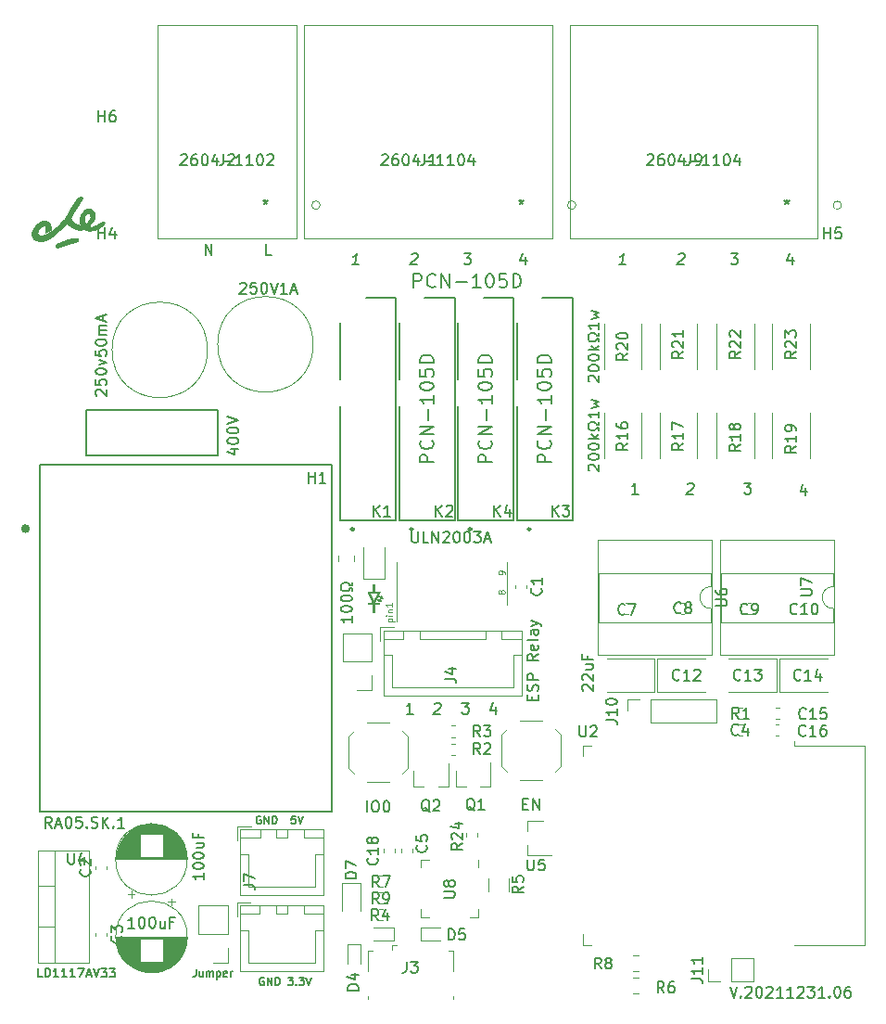
<source format=gbr>
G04 #@! TF.GenerationSoftware,KiCad,Pcbnew,(5.1.12)-1*
G04 #@! TF.CreationDate,2022-01-15T16:32:33-03:00*
G04 #@! TF.ProjectId,hamodule,68616d6f-6475-46c6-952e-6b696361645f,rev?*
G04 #@! TF.SameCoordinates,Original*
G04 #@! TF.FileFunction,Legend,Top*
G04 #@! TF.FilePolarity,Positive*
%FSLAX46Y46*%
G04 Gerber Fmt 4.6, Leading zero omitted, Abs format (unit mm)*
G04 Created by KiCad (PCBNEW (5.1.12)-1) date 2022-01-15 16:32:33*
%MOMM*%
%LPD*%
G01*
G04 APERTURE LIST*
%ADD10C,0.150000*%
%ADD11C,0.120000*%
%ADD12C,0.250000*%
%ADD13C,0.010000*%
%ADD14C,0.127000*%
%ADD15C,0.400000*%
%ADD16C,0.100000*%
G04 APERTURE END LIST*
D10*
X164703166Y-124483880D02*
X165322214Y-124483880D01*
X164988880Y-124864833D01*
X165131738Y-124864833D01*
X165226976Y-124912452D01*
X165274595Y-124960071D01*
X165322214Y-125055309D01*
X165322214Y-125293404D01*
X165274595Y-125388642D01*
X165226976Y-125436261D01*
X165131738Y-125483880D01*
X164846023Y-125483880D01*
X164750785Y-125436261D01*
X164703166Y-125388642D01*
X162223895Y-124579119D02*
X162277467Y-124531500D01*
X162378657Y-124483880D01*
X162616752Y-124483880D01*
X162706038Y-124531500D01*
X162747705Y-124579119D01*
X162783419Y-124674357D01*
X162771514Y-124769595D01*
X162706038Y-124912452D01*
X162063181Y-125483880D01*
X162682229Y-125483880D01*
X155245229Y-84462880D02*
X154673800Y-84462880D01*
X154959514Y-84462880D02*
X155084514Y-83462880D01*
X154971419Y-83605738D01*
X154864276Y-83700976D01*
X154763086Y-83748595D01*
X160120895Y-83558119D02*
X160174467Y-83510500D01*
X160275657Y-83462880D01*
X160513752Y-83462880D01*
X160603038Y-83510500D01*
X160644705Y-83558119D01*
X160680419Y-83653357D01*
X160668514Y-83748595D01*
X160603038Y-83891452D01*
X159960181Y-84462880D01*
X160579229Y-84462880D01*
X170489976Y-83796214D02*
X170489976Y-84462880D01*
X170251880Y-83415261D02*
X170013785Y-84129547D01*
X170632833Y-84129547D01*
X164886166Y-83462880D02*
X165505214Y-83462880D01*
X165171880Y-83843833D01*
X165314738Y-83843833D01*
X165409976Y-83891452D01*
X165457595Y-83939071D01*
X165505214Y-84034309D01*
X165505214Y-84272404D01*
X165457595Y-84367642D01*
X165409976Y-84415261D01*
X165314738Y-84462880D01*
X165029023Y-84462880D01*
X164933785Y-84415261D01*
X164886166Y-84367642D01*
X180816214Y-105417880D02*
X180244785Y-105417880D01*
X180530500Y-105417880D02*
X180530500Y-104417880D01*
X180435261Y-104560738D01*
X180340023Y-104655976D01*
X180244785Y-104703595D01*
X190484166Y-104417880D02*
X191103214Y-104417880D01*
X190769880Y-104798833D01*
X190912738Y-104798833D01*
X191007976Y-104846452D01*
X191055595Y-104894071D01*
X191103214Y-104989309D01*
X191103214Y-105227404D01*
X191055595Y-105322642D01*
X191007976Y-105370261D01*
X190912738Y-105417880D01*
X190627023Y-105417880D01*
X190531785Y-105370261D01*
X190484166Y-105322642D01*
X160242214Y-125483880D02*
X159670785Y-125483880D01*
X159956500Y-125483880D02*
X159956500Y-124483880D01*
X159861261Y-124626738D01*
X159766023Y-124721976D01*
X159670785Y-124769595D01*
X167766976Y-124817214D02*
X167766976Y-125483880D01*
X167528880Y-124436261D02*
X167290785Y-125150547D01*
X167909833Y-125150547D01*
X185337895Y-104513119D02*
X185391467Y-104465500D01*
X185492657Y-104417880D01*
X185730752Y-104417880D01*
X185820038Y-104465500D01*
X185861705Y-104513119D01*
X185897419Y-104608357D01*
X185885514Y-104703595D01*
X185820038Y-104846452D01*
X185177181Y-105417880D01*
X185796229Y-105417880D01*
X196087976Y-104878214D02*
X196087976Y-105544880D01*
X195849880Y-104497261D02*
X195611785Y-105211547D01*
X196230833Y-105211547D01*
X171124571Y-124245238D02*
X171124571Y-123911904D01*
X171648380Y-123769047D02*
X171648380Y-124245238D01*
X170648380Y-124245238D01*
X170648380Y-123769047D01*
X171600761Y-123388095D02*
X171648380Y-123245238D01*
X171648380Y-123007142D01*
X171600761Y-122911904D01*
X171553142Y-122864285D01*
X171457904Y-122816666D01*
X171362666Y-122816666D01*
X171267428Y-122864285D01*
X171219809Y-122911904D01*
X171172190Y-123007142D01*
X171124571Y-123197619D01*
X171076952Y-123292857D01*
X171029333Y-123340476D01*
X170934095Y-123388095D01*
X170838857Y-123388095D01*
X170743619Y-123340476D01*
X170696000Y-123292857D01*
X170648380Y-123197619D01*
X170648380Y-122959523D01*
X170696000Y-122816666D01*
X171648380Y-122388095D02*
X170648380Y-122388095D01*
X170648380Y-122007142D01*
X170696000Y-121911904D01*
X170743619Y-121864285D01*
X170838857Y-121816666D01*
X170981714Y-121816666D01*
X171076952Y-121864285D01*
X171124571Y-121911904D01*
X171172190Y-122007142D01*
X171172190Y-122388095D01*
X171648380Y-120054761D02*
X171172190Y-120388095D01*
X171648380Y-120626190D02*
X170648380Y-120626190D01*
X170648380Y-120245238D01*
X170696000Y-120150000D01*
X170743619Y-120102380D01*
X170838857Y-120054761D01*
X170981714Y-120054761D01*
X171076952Y-120102380D01*
X171124571Y-120150000D01*
X171172190Y-120245238D01*
X171172190Y-120626190D01*
X171600761Y-119245238D02*
X171648380Y-119340476D01*
X171648380Y-119530952D01*
X171600761Y-119626190D01*
X171505523Y-119673809D01*
X171124571Y-119673809D01*
X171029333Y-119626190D01*
X170981714Y-119530952D01*
X170981714Y-119340476D01*
X171029333Y-119245238D01*
X171124571Y-119197619D01*
X171219809Y-119197619D01*
X171315047Y-119673809D01*
X171648380Y-118626190D02*
X171600761Y-118721428D01*
X171505523Y-118769047D01*
X170648380Y-118769047D01*
X171648380Y-117816666D02*
X171124571Y-117816666D01*
X171029333Y-117864285D01*
X170981714Y-117959523D01*
X170981714Y-118150000D01*
X171029333Y-118245238D01*
X171600761Y-117816666D02*
X171648380Y-117911904D01*
X171648380Y-118150000D01*
X171600761Y-118245238D01*
X171505523Y-118292857D01*
X171410285Y-118292857D01*
X171315047Y-118245238D01*
X171267428Y-118150000D01*
X171267428Y-117911904D01*
X171219809Y-117816666D01*
X170981714Y-117435714D02*
X171648380Y-117197619D01*
X170981714Y-116959523D02*
X171648380Y-117197619D01*
X171886476Y-117292857D01*
X171934095Y-117340476D01*
X171981714Y-117435714D01*
X126352690Y-149523404D02*
X125971738Y-149523404D01*
X125971738Y-148723404D01*
X126619357Y-149523404D02*
X126619357Y-148723404D01*
X126809833Y-148723404D01*
X126924119Y-148761500D01*
X127000309Y-148837690D01*
X127038404Y-148913880D01*
X127076500Y-149066261D01*
X127076500Y-149180547D01*
X127038404Y-149332928D01*
X127000309Y-149409119D01*
X126924119Y-149485309D01*
X126809833Y-149523404D01*
X126619357Y-149523404D01*
X127838404Y-149523404D02*
X127381261Y-149523404D01*
X127609833Y-149523404D02*
X127609833Y-148723404D01*
X127533642Y-148837690D01*
X127457452Y-148913880D01*
X127381261Y-148951976D01*
X128600309Y-149523404D02*
X128143166Y-149523404D01*
X128371738Y-149523404D02*
X128371738Y-148723404D01*
X128295547Y-148837690D01*
X128219357Y-148913880D01*
X128143166Y-148951976D01*
X129362214Y-149523404D02*
X128905071Y-149523404D01*
X129133642Y-149523404D02*
X129133642Y-148723404D01*
X129057452Y-148837690D01*
X128981261Y-148913880D01*
X128905071Y-148951976D01*
X129628880Y-148723404D02*
X130162214Y-148723404D01*
X129819357Y-149523404D01*
X130428880Y-149294833D02*
X130809833Y-149294833D01*
X130352690Y-149523404D02*
X130619357Y-148723404D01*
X130886023Y-149523404D01*
X131038404Y-148723404D02*
X131305071Y-149523404D01*
X131571738Y-148723404D01*
X131762214Y-148723404D02*
X132257452Y-148723404D01*
X131990785Y-149028166D01*
X132105071Y-149028166D01*
X132181261Y-149066261D01*
X132219357Y-149104357D01*
X132257452Y-149180547D01*
X132257452Y-149371023D01*
X132219357Y-149447214D01*
X132181261Y-149485309D01*
X132105071Y-149523404D01*
X131876500Y-149523404D01*
X131800309Y-149485309D01*
X131762214Y-149447214D01*
X132524119Y-148723404D02*
X133019357Y-148723404D01*
X132752690Y-149028166D01*
X132866976Y-149028166D01*
X132943166Y-149066261D01*
X132981261Y-149104357D01*
X133019357Y-149180547D01*
X133019357Y-149371023D01*
X132981261Y-149447214D01*
X132943166Y-149485309D01*
X132866976Y-149523404D01*
X132638404Y-149523404D01*
X132562214Y-149485309D01*
X132524119Y-149447214D01*
X147306285Y-83573880D02*
X146830095Y-83573880D01*
X146830095Y-82573880D01*
X141269476Y-83573880D02*
X141269476Y-82573880D01*
X141840904Y-83573880D01*
X141840904Y-82573880D01*
X146318500Y-134841500D02*
X146251833Y-134808166D01*
X146151833Y-134808166D01*
X146051833Y-134841500D01*
X145985166Y-134908166D01*
X145951833Y-134974833D01*
X145918500Y-135108166D01*
X145918500Y-135208166D01*
X145951833Y-135341500D01*
X145985166Y-135408166D01*
X146051833Y-135474833D01*
X146151833Y-135508166D01*
X146218500Y-135508166D01*
X146318500Y-135474833D01*
X146351833Y-135441500D01*
X146351833Y-135208166D01*
X146218500Y-135208166D01*
X146651833Y-135508166D02*
X146651833Y-134808166D01*
X147051833Y-135508166D01*
X147051833Y-134808166D01*
X147385166Y-135508166D02*
X147385166Y-134808166D01*
X147551833Y-134808166D01*
X147651833Y-134841500D01*
X147718500Y-134908166D01*
X147751833Y-134974833D01*
X147785166Y-135108166D01*
X147785166Y-135208166D01*
X147751833Y-135341500D01*
X147718500Y-135408166D01*
X147651833Y-135474833D01*
X147551833Y-135508166D01*
X147385166Y-135508166D01*
X149485166Y-134808166D02*
X149151833Y-134808166D01*
X149118500Y-135141500D01*
X149151833Y-135108166D01*
X149218500Y-135074833D01*
X149385166Y-135074833D01*
X149451833Y-135108166D01*
X149485166Y-135141500D01*
X149518500Y-135208166D01*
X149518500Y-135374833D01*
X149485166Y-135441500D01*
X149451833Y-135474833D01*
X149385166Y-135508166D01*
X149218500Y-135508166D01*
X149151833Y-135474833D01*
X149118500Y-135441500D01*
X149718500Y-134808166D02*
X149951833Y-135508166D01*
X150185166Y-134808166D01*
X194873976Y-83796214D02*
X194873976Y-84462880D01*
X194635880Y-83415261D02*
X194397785Y-84129547D01*
X195016833Y-84129547D01*
X189270166Y-83462880D02*
X189889214Y-83462880D01*
X189555880Y-83843833D01*
X189698738Y-83843833D01*
X189793976Y-83891452D01*
X189841595Y-83939071D01*
X189889214Y-84034309D01*
X189889214Y-84272404D01*
X189841595Y-84367642D01*
X189793976Y-84415261D01*
X189698738Y-84462880D01*
X189413023Y-84462880D01*
X189317785Y-84415261D01*
X189270166Y-84367642D01*
X184504895Y-83558119D02*
X184558467Y-83510500D01*
X184659657Y-83462880D01*
X184897752Y-83462880D01*
X184987038Y-83510500D01*
X185028705Y-83558119D01*
X185064419Y-83653357D01*
X185052514Y-83748595D01*
X184987038Y-83891452D01*
X184344181Y-84462880D01*
X184963229Y-84462880D01*
X179629229Y-84462880D02*
X179057800Y-84462880D01*
X179343514Y-84462880D02*
X179468514Y-83462880D01*
X179355419Y-83605738D01*
X179248276Y-83700976D01*
X179147086Y-83748595D01*
X189183071Y-150391880D02*
X189516404Y-151391880D01*
X189849738Y-150391880D01*
X190183071Y-151296642D02*
X190230690Y-151344261D01*
X190183071Y-151391880D01*
X190135452Y-151344261D01*
X190183071Y-151296642D01*
X190183071Y-151391880D01*
X190611642Y-150487119D02*
X190659261Y-150439500D01*
X190754500Y-150391880D01*
X190992595Y-150391880D01*
X191087833Y-150439500D01*
X191135452Y-150487119D01*
X191183071Y-150582357D01*
X191183071Y-150677595D01*
X191135452Y-150820452D01*
X190564023Y-151391880D01*
X191183071Y-151391880D01*
X191802119Y-150391880D02*
X191897357Y-150391880D01*
X191992595Y-150439500D01*
X192040214Y-150487119D01*
X192087833Y-150582357D01*
X192135452Y-150772833D01*
X192135452Y-151010928D01*
X192087833Y-151201404D01*
X192040214Y-151296642D01*
X191992595Y-151344261D01*
X191897357Y-151391880D01*
X191802119Y-151391880D01*
X191706880Y-151344261D01*
X191659261Y-151296642D01*
X191611642Y-151201404D01*
X191564023Y-151010928D01*
X191564023Y-150772833D01*
X191611642Y-150582357D01*
X191659261Y-150487119D01*
X191706880Y-150439500D01*
X191802119Y-150391880D01*
X192516404Y-150487119D02*
X192564023Y-150439500D01*
X192659261Y-150391880D01*
X192897357Y-150391880D01*
X192992595Y-150439500D01*
X193040214Y-150487119D01*
X193087833Y-150582357D01*
X193087833Y-150677595D01*
X193040214Y-150820452D01*
X192468785Y-151391880D01*
X193087833Y-151391880D01*
X194040214Y-151391880D02*
X193468785Y-151391880D01*
X193754500Y-151391880D02*
X193754500Y-150391880D01*
X193659261Y-150534738D01*
X193564023Y-150629976D01*
X193468785Y-150677595D01*
X194992595Y-151391880D02*
X194421166Y-151391880D01*
X194706880Y-151391880D02*
X194706880Y-150391880D01*
X194611642Y-150534738D01*
X194516404Y-150629976D01*
X194421166Y-150677595D01*
X195373547Y-150487119D02*
X195421166Y-150439500D01*
X195516404Y-150391880D01*
X195754500Y-150391880D01*
X195849738Y-150439500D01*
X195897357Y-150487119D01*
X195944976Y-150582357D01*
X195944976Y-150677595D01*
X195897357Y-150820452D01*
X195325928Y-151391880D01*
X195944976Y-151391880D01*
X196278309Y-150391880D02*
X196897357Y-150391880D01*
X196564023Y-150772833D01*
X196706880Y-150772833D01*
X196802119Y-150820452D01*
X196849738Y-150868071D01*
X196897357Y-150963309D01*
X196897357Y-151201404D01*
X196849738Y-151296642D01*
X196802119Y-151344261D01*
X196706880Y-151391880D01*
X196421166Y-151391880D01*
X196325928Y-151344261D01*
X196278309Y-151296642D01*
X197849738Y-151391880D02*
X197278309Y-151391880D01*
X197564023Y-151391880D02*
X197564023Y-150391880D01*
X197468785Y-150534738D01*
X197373547Y-150629976D01*
X197278309Y-150677595D01*
X198278309Y-151296642D02*
X198325928Y-151344261D01*
X198278309Y-151391880D01*
X198230690Y-151344261D01*
X198278309Y-151296642D01*
X198278309Y-151391880D01*
X198944976Y-150391880D02*
X199040214Y-150391880D01*
X199135452Y-150439500D01*
X199183071Y-150487119D01*
X199230690Y-150582357D01*
X199278309Y-150772833D01*
X199278309Y-151010928D01*
X199230690Y-151201404D01*
X199183071Y-151296642D01*
X199135452Y-151344261D01*
X199040214Y-151391880D01*
X198944976Y-151391880D01*
X198849738Y-151344261D01*
X198802119Y-151296642D01*
X198754500Y-151201404D01*
X198706880Y-151010928D01*
X198706880Y-150772833D01*
X198754500Y-150582357D01*
X198802119Y-150487119D01*
X198849738Y-150439500D01*
X198944976Y-150391880D01*
X200135452Y-150391880D02*
X199944976Y-150391880D01*
X199849738Y-150439500D01*
X199802119Y-150487119D01*
X199706880Y-150629976D01*
X199659261Y-150820452D01*
X199659261Y-151201404D01*
X199706880Y-151296642D01*
X199754500Y-151344261D01*
X199849738Y-151391880D01*
X200040214Y-151391880D01*
X200135452Y-151344261D01*
X200183071Y-151296642D01*
X200230690Y-151201404D01*
X200230690Y-150963309D01*
X200183071Y-150868071D01*
X200135452Y-150820452D01*
X200040214Y-150772833D01*
X199849738Y-150772833D01*
X199754500Y-150820452D01*
X199706880Y-150868071D01*
X199659261Y-150963309D01*
D11*
X168943700Y-140467936D02*
X168943700Y-141672064D01*
X167123700Y-140467936D02*
X167123700Y-141672064D01*
X163733633Y-126578900D02*
X164076167Y-126578900D01*
X163733633Y-127598900D02*
X164076167Y-127598900D01*
X164053367Y-129210500D02*
X163710833Y-129210500D01*
X164053367Y-128190500D02*
X163710833Y-128190500D01*
X195887233Y-115377500D02*
X196179767Y-115377500D01*
X195887233Y-116397500D02*
X196179767Y-116397500D01*
X191099767Y-116397500D02*
X190807233Y-116397500D01*
X191099767Y-115377500D02*
X190807233Y-115377500D01*
X184711233Y-115377500D02*
X185003767Y-115377500D01*
X184711233Y-116397500D02*
X185003767Y-116397500D01*
X179905767Y-116397500D02*
X179613233Y-116397500D01*
X179905767Y-115377500D02*
X179613233Y-115377500D01*
X132272500Y-145468233D02*
X132272500Y-145760767D01*
X131252500Y-145468233D02*
X131252500Y-145760767D01*
X131252500Y-139664767D02*
X131252500Y-139372233D01*
X132272500Y-139664767D02*
X132272500Y-139372233D01*
X170626500Y-113718233D02*
X170626500Y-114010767D01*
X169606500Y-113718233D02*
X169606500Y-114010767D01*
X190302267Y-126426500D02*
X190009733Y-126426500D01*
X190302267Y-127446500D02*
X190009733Y-127446500D01*
X193364733Y-127446500D02*
X193657267Y-127446500D01*
X193364733Y-126426500D02*
X193657267Y-126426500D01*
X158561500Y-138120167D02*
X158561500Y-137827633D01*
X157541500Y-138120167D02*
X157541500Y-137827633D01*
X166186000Y-143299500D02*
X166186000Y-144024500D01*
X166186000Y-144024500D02*
X165461000Y-144024500D01*
X160966000Y-139529500D02*
X160966000Y-138804500D01*
X160966000Y-138804500D02*
X161691000Y-138804500D01*
X160966000Y-143299500D02*
X160966000Y-144024500D01*
X160966000Y-144024500D02*
X161691000Y-144024500D01*
X166186000Y-139529500D02*
X166186000Y-138804500D01*
X180805064Y-149007500D02*
X180350936Y-149007500D01*
X180805064Y-147537500D02*
X180350936Y-147537500D01*
X180805064Y-151039500D02*
X180350936Y-151039500D01*
X180805064Y-149569500D02*
X180350936Y-149569500D01*
X181097500Y-98008936D02*
X181097500Y-102113064D01*
X177677500Y-98008936D02*
X177677500Y-102113064D01*
X155409000Y-140896500D02*
X153709000Y-140896500D01*
X153709000Y-140896500D02*
X153709000Y-143446500D01*
X155409000Y-140896500D02*
X155409000Y-143446500D01*
X166105300Y-136380433D02*
X166105300Y-136722967D01*
X165085300Y-136380433D02*
X165085300Y-136722967D01*
X157446767Y-142813500D02*
X157104233Y-142813500D01*
X157446767Y-141793500D02*
X157104233Y-141793500D01*
X157104233Y-140269500D02*
X157446767Y-140269500D01*
X157104233Y-141289500D02*
X157446767Y-141289500D01*
X157446767Y-144337500D02*
X157104233Y-144337500D01*
X157446767Y-143317500D02*
X157104233Y-143317500D01*
X170693300Y-135252300D02*
X170693300Y-136182300D01*
X170693300Y-138412300D02*
X170693300Y-137482300D01*
X170693300Y-138412300D02*
X172853300Y-138412300D01*
X170693300Y-135252300D02*
X172153300Y-135252300D01*
X191337500Y-149904000D02*
X191337500Y-147784000D01*
X189277500Y-149904000D02*
X191337500Y-149904000D01*
X189277500Y-147784000D02*
X191337500Y-147784000D01*
X189277500Y-149904000D02*
X189277500Y-147784000D01*
X188277500Y-149904000D02*
X187217500Y-149904000D01*
X187217500Y-149904000D02*
X187217500Y-148844000D01*
X179851500Y-125222000D02*
X179851500Y-124162000D01*
X179851500Y-124162000D02*
X180911500Y-124162000D01*
X181911500Y-124162000D02*
X187971500Y-124162000D01*
X187971500Y-126282000D02*
X187971500Y-124162000D01*
X181911500Y-126282000D02*
X187971500Y-126282000D01*
X181911500Y-126282000D02*
X181911500Y-124162000D01*
X159129000Y-138130667D02*
X159129000Y-137838133D01*
X160149000Y-138130667D02*
X160149000Y-137838133D01*
X156105000Y-147114000D02*
X156555000Y-147114000D01*
X156105000Y-148964000D02*
X156105000Y-147114000D01*
X163905000Y-151514000D02*
X163905000Y-151264000D01*
X156105000Y-151514000D02*
X156105000Y-151264000D01*
X163905000Y-148964000D02*
X163905000Y-147114000D01*
X163905000Y-147114000D02*
X163455000Y-147114000D01*
X158305000Y-146564000D02*
X158755000Y-146564000D01*
X158305000Y-146564000D02*
X158305000Y-147014000D01*
X195055500Y-128366500D02*
X195055500Y-127986500D01*
X201475500Y-128366500D02*
X195055500Y-128366500D01*
X201475500Y-146606500D02*
X195055500Y-146606500D01*
X201475500Y-128366500D02*
X201475500Y-146606500D01*
X175730500Y-146606500D02*
X175730500Y-145606500D01*
X176510500Y-146606500D02*
X175730500Y-146606500D01*
X175730500Y-128366500D02*
X175730500Y-129366500D01*
X176510500Y-128366500D02*
X175730500Y-128366500D01*
X157516500Y-117872500D02*
X157516500Y-123842500D01*
X157516500Y-123842500D02*
X170136500Y-123842500D01*
X170136500Y-123842500D02*
X170136500Y-117872500D01*
X170136500Y-117872500D02*
X157516500Y-117872500D01*
X160826500Y-117882500D02*
X160826500Y-118632500D01*
X160826500Y-118632500D02*
X166826500Y-118632500D01*
X166826500Y-118632500D02*
X166826500Y-117882500D01*
X166826500Y-117882500D02*
X160826500Y-117882500D01*
X157526500Y-117882500D02*
X157526500Y-118632500D01*
X157526500Y-118632500D02*
X159326500Y-118632500D01*
X159326500Y-118632500D02*
X159326500Y-117882500D01*
X159326500Y-117882500D02*
X157526500Y-117882500D01*
X168326500Y-117882500D02*
X168326500Y-118632500D01*
X168326500Y-118632500D02*
X170126500Y-118632500D01*
X170126500Y-118632500D02*
X170126500Y-117882500D01*
X170126500Y-117882500D02*
X168326500Y-117882500D01*
X157526500Y-120132500D02*
X158276500Y-120132500D01*
X158276500Y-120132500D02*
X158276500Y-123082500D01*
X158276500Y-123082500D02*
X163826500Y-123082500D01*
X170126500Y-120132500D02*
X169376500Y-120132500D01*
X169376500Y-120132500D02*
X169376500Y-123082500D01*
X169376500Y-123082500D02*
X163826500Y-123082500D01*
X158476500Y-117582500D02*
X157226500Y-117582500D01*
X157226500Y-117582500D02*
X157226500Y-118832500D01*
X189997233Y-125922500D02*
X190339767Y-125922500D01*
X189997233Y-124902500D02*
X190339767Y-124902500D01*
X193375233Y-124902500D02*
X193667767Y-124902500D01*
X193375233Y-125922500D02*
X193667767Y-125922500D01*
X193744500Y-123493500D02*
X198129500Y-123493500D01*
X193744500Y-120473500D02*
X193744500Y-123493500D01*
X198129500Y-120473500D02*
X193744500Y-120473500D01*
X193426500Y-120473500D02*
X189041500Y-120473500D01*
X193426500Y-123493500D02*
X193426500Y-120473500D01*
X189041500Y-123493500D02*
X193426500Y-123493500D01*
X182568500Y-123493500D02*
X186953500Y-123493500D01*
X182568500Y-120473500D02*
X182568500Y-123493500D01*
X186953500Y-120473500D02*
X182568500Y-120473500D01*
X182302500Y-120473500D02*
X177917500Y-120473500D01*
X182302500Y-123493500D02*
X182302500Y-120473500D01*
X177917500Y-123493500D02*
X182302500Y-123493500D01*
X158501500Y-146205500D02*
X158501500Y-145005500D01*
X156651500Y-146205500D02*
X158501500Y-146205500D01*
X156651500Y-145005500D02*
X158501500Y-145005500D01*
X160903500Y-145005500D02*
X160903500Y-146205500D01*
X162753500Y-145005500D02*
X160903500Y-145005500D01*
X162753500Y-146205500D02*
X160903500Y-146205500D01*
X155413000Y-146487500D02*
X154213000Y-146487500D01*
X155413000Y-148337500D02*
X155413000Y-146487500D01*
X154213000Y-148337500D02*
X154213000Y-146487500D01*
X160281500Y-132157500D02*
X161211500Y-132157500D01*
X163441500Y-132157500D02*
X162511500Y-132157500D01*
X163441500Y-132157500D02*
X163441500Y-129997500D01*
X160281500Y-132157500D02*
X160281500Y-130697500D01*
X164157500Y-132125500D02*
X165087500Y-132125500D01*
X167317500Y-132125500D02*
X166387500Y-132125500D01*
X167317500Y-132125500D02*
X167317500Y-129965500D01*
X164157500Y-132125500D02*
X164157500Y-130665500D01*
X155995500Y-126248500D02*
X158075500Y-126248500D01*
X159755500Y-130418500D02*
X159265500Y-130908500D01*
X155995500Y-131688500D02*
X158075500Y-131688500D01*
X159755500Y-127518500D02*
X159265500Y-127028500D01*
X159755500Y-127518500D02*
X159755500Y-130418500D01*
X154315500Y-127518500D02*
X154805500Y-127028500D01*
X154315500Y-127518500D02*
X154315500Y-130418500D01*
X154315500Y-130418500D02*
X154805500Y-130908500D01*
X172045500Y-131561500D02*
X169965500Y-131561500D01*
X168285500Y-127391500D02*
X168775500Y-126901500D01*
X172045500Y-126121500D02*
X169965500Y-126121500D01*
X168285500Y-130291500D02*
X168775500Y-130781500D01*
X168285500Y-130291500D02*
X168285500Y-127391500D01*
X173725500Y-130291500D02*
X173235500Y-130781500D01*
X173725500Y-130291500D02*
X173725500Y-127391500D01*
X173725500Y-127391500D02*
X173235500Y-126901500D01*
X198624500Y-113871500D02*
X198624500Y-112621500D01*
X198624500Y-112621500D02*
X188344500Y-112621500D01*
X188344500Y-112621500D02*
X188344500Y-117121500D01*
X188344500Y-117121500D02*
X198624500Y-117121500D01*
X198624500Y-117121500D02*
X198624500Y-115871500D01*
X198684500Y-109621500D02*
X188284500Y-109621500D01*
X188284500Y-109621500D02*
X188284500Y-120121500D01*
X188284500Y-120121500D02*
X198684500Y-120121500D01*
X198684500Y-120121500D02*
X198684500Y-109621500D01*
X198624500Y-115871500D02*
G75*
G02*
X198624500Y-113871500I0J1000000D01*
G01*
X187448500Y-113871500D02*
X187448500Y-112621500D01*
X187448500Y-112621500D02*
X177168500Y-112621500D01*
X177168500Y-112621500D02*
X177168500Y-117121500D01*
X177168500Y-117121500D02*
X187448500Y-117121500D01*
X187448500Y-117121500D02*
X187448500Y-115871500D01*
X187508500Y-109621500D02*
X177108500Y-109621500D01*
X177108500Y-109621500D02*
X177108500Y-120121500D01*
X177108500Y-120121500D02*
X187508500Y-120121500D01*
X187508500Y-120121500D02*
X187508500Y-109621500D01*
X187448500Y-115871500D02*
G75*
G02*
X187448500Y-113871500I0J1000000D01*
G01*
X196464500Y-89898936D02*
X196464500Y-94003064D01*
X193044500Y-89898936D02*
X193044500Y-94003064D01*
X191384500Y-89898936D02*
X191384500Y-94003064D01*
X187964500Y-89898936D02*
X187964500Y-94003064D01*
X196464500Y-98026936D02*
X196464500Y-102131064D01*
X193044500Y-98026936D02*
X193044500Y-102131064D01*
X191384500Y-98011236D02*
X191384500Y-102115364D01*
X187964500Y-98011236D02*
X187964500Y-102115364D01*
X197215902Y-62628100D02*
X174559102Y-62628100D01*
X174559102Y-62628100D02*
X174559102Y-82084500D01*
X174559102Y-82084500D02*
X197215902Y-82084500D01*
X197215902Y-82084500D02*
X197215902Y-62628100D01*
X199374902Y-79057500D02*
G75*
G03*
X199374902Y-79057500I-381000J0D01*
G01*
X149575502Y-62628100D02*
X136921502Y-62628100D01*
X136921502Y-62628100D02*
X136921502Y-82084500D01*
X136921502Y-82084500D02*
X149575502Y-82084500D01*
X149575502Y-82084500D02*
X149575502Y-62628100D01*
X151734503Y-79057500D02*
G75*
G03*
X151734503Y-79057500I-381000J0D01*
G01*
X172944902Y-62628100D02*
X150288102Y-62628100D01*
X150288102Y-62628100D02*
X150288102Y-82084500D01*
X150288102Y-82084500D02*
X172944902Y-82084500D01*
X172944902Y-82084500D02*
X172944902Y-62628100D01*
X175103902Y-79057500D02*
G75*
G03*
X175103902Y-79057500I-381000J0D01*
G01*
D12*
X154821000Y-108642499D02*
G75*
G03*
X154821000Y-108642499I-125000J0D01*
G01*
D10*
X153586000Y-107832499D02*
X153586000Y-97427500D01*
X153586000Y-94977500D02*
X153586000Y-89807500D01*
X158686000Y-87532499D02*
X155911000Y-87532499D01*
X158686000Y-107832499D02*
X158686000Y-87532499D01*
X158686000Y-107832499D02*
X153586000Y-107832499D01*
D12*
X170960500Y-108623000D02*
G75*
G03*
X170960500Y-108623000I-125000J0D01*
G01*
D10*
X169725500Y-107813000D02*
X169725500Y-97408001D01*
X169725500Y-94958001D02*
X169725500Y-89788001D01*
X174825500Y-87513000D02*
X172050500Y-87513000D01*
X174825500Y-107813000D02*
X174825500Y-87513000D01*
X174825500Y-107813000D02*
X169725500Y-107813000D01*
D12*
X165563000Y-108623000D02*
G75*
G03*
X165563000Y-108623000I-125000J0D01*
G01*
D10*
X164328000Y-107813000D02*
X164328000Y-97408001D01*
X164328000Y-94958001D02*
X164328000Y-89788001D01*
X169428000Y-87513000D02*
X166653000Y-87513000D01*
X169428000Y-107813000D02*
X169428000Y-87513000D01*
X169428000Y-107813000D02*
X164328000Y-107813000D01*
D12*
X160218500Y-108623000D02*
G75*
G03*
X160218500Y-108623000I-125000J0D01*
G01*
D10*
X158983500Y-107813000D02*
X158983500Y-97408001D01*
X158983500Y-94958001D02*
X158983500Y-89788001D01*
X164083500Y-87513000D02*
X161308500Y-87513000D01*
X164083500Y-107813000D02*
X164083500Y-87513000D01*
X164083500Y-107813000D02*
X158983500Y-107813000D01*
D11*
X138488500Y-142654259D02*
X137858500Y-142654259D01*
X138173500Y-142339259D02*
X138173500Y-142969259D01*
X136736500Y-149080500D02*
X135932500Y-149080500D01*
X136967500Y-149040500D02*
X135701500Y-149040500D01*
X137136500Y-149000500D02*
X135532500Y-149000500D01*
X137274500Y-148960500D02*
X135394500Y-148960500D01*
X137393500Y-148920500D02*
X135275500Y-148920500D01*
X137499500Y-148880500D02*
X135169500Y-148880500D01*
X137596500Y-148840500D02*
X135072500Y-148840500D01*
X137684500Y-148800500D02*
X134984500Y-148800500D01*
X137766500Y-148760500D02*
X134902500Y-148760500D01*
X137843500Y-148720500D02*
X134825500Y-148720500D01*
X137915500Y-148680500D02*
X134753500Y-148680500D01*
X137984500Y-148640500D02*
X134684500Y-148640500D01*
X138048500Y-148600500D02*
X134620500Y-148600500D01*
X138110500Y-148560500D02*
X134558500Y-148560500D01*
X138168500Y-148520500D02*
X134500500Y-148520500D01*
X138224500Y-148480500D02*
X134444500Y-148480500D01*
X138278500Y-148440500D02*
X134390500Y-148440500D01*
X138329500Y-148400500D02*
X134339500Y-148400500D01*
X138378500Y-148360500D02*
X134290500Y-148360500D01*
X138426500Y-148320500D02*
X134242500Y-148320500D01*
X138471500Y-148280500D02*
X134197500Y-148280500D01*
X138516500Y-148240500D02*
X134152500Y-148240500D01*
X138558500Y-148200500D02*
X134110500Y-148200500D01*
X138599500Y-148160500D02*
X134069500Y-148160500D01*
X135294500Y-148120500D02*
X134029500Y-148120500D01*
X138639500Y-148120500D02*
X137374500Y-148120500D01*
X135294500Y-148080500D02*
X133991500Y-148080500D01*
X138677500Y-148080500D02*
X137374500Y-148080500D01*
X135294500Y-148040500D02*
X133954500Y-148040500D01*
X138714500Y-148040500D02*
X137374500Y-148040500D01*
X135294500Y-148000500D02*
X133918500Y-148000500D01*
X138750500Y-148000500D02*
X137374500Y-148000500D01*
X135294500Y-147960500D02*
X133884500Y-147960500D01*
X138784500Y-147960500D02*
X137374500Y-147960500D01*
X135294500Y-147920500D02*
X133850500Y-147920500D01*
X138818500Y-147920500D02*
X137374500Y-147920500D01*
X135294500Y-147880500D02*
X133818500Y-147880500D01*
X138850500Y-147880500D02*
X137374500Y-147880500D01*
X135294500Y-147840500D02*
X133786500Y-147840500D01*
X138882500Y-147840500D02*
X137374500Y-147840500D01*
X135294500Y-147800500D02*
X133756500Y-147800500D01*
X138912500Y-147800500D02*
X137374500Y-147800500D01*
X135294500Y-147760500D02*
X133727500Y-147760500D01*
X138941500Y-147760500D02*
X137374500Y-147760500D01*
X135294500Y-147720500D02*
X133698500Y-147720500D01*
X138970500Y-147720500D02*
X137374500Y-147720500D01*
X135294500Y-147680500D02*
X133670500Y-147680500D01*
X138998500Y-147680500D02*
X137374500Y-147680500D01*
X135294500Y-147640500D02*
X133644500Y-147640500D01*
X139024500Y-147640500D02*
X137374500Y-147640500D01*
X135294500Y-147600500D02*
X133618500Y-147600500D01*
X139050500Y-147600500D02*
X137374500Y-147600500D01*
X135294500Y-147560500D02*
X133592500Y-147560500D01*
X139076500Y-147560500D02*
X137374500Y-147560500D01*
X135294500Y-147520500D02*
X133568500Y-147520500D01*
X139100500Y-147520500D02*
X137374500Y-147520500D01*
X135294500Y-147480500D02*
X133544500Y-147480500D01*
X139124500Y-147480500D02*
X137374500Y-147480500D01*
X135294500Y-147440500D02*
X133522500Y-147440500D01*
X139146500Y-147440500D02*
X137374500Y-147440500D01*
X135294500Y-147400500D02*
X133500500Y-147400500D01*
X139168500Y-147400500D02*
X137374500Y-147400500D01*
X135294500Y-147360500D02*
X133478500Y-147360500D01*
X139190500Y-147360500D02*
X137374500Y-147360500D01*
X135294500Y-147320500D02*
X133458500Y-147320500D01*
X139210500Y-147320500D02*
X137374500Y-147320500D01*
X135294500Y-147280500D02*
X133438500Y-147280500D01*
X139230500Y-147280500D02*
X137374500Y-147280500D01*
X135294500Y-147240500D02*
X133418500Y-147240500D01*
X139250500Y-147240500D02*
X137374500Y-147240500D01*
X135294500Y-147200500D02*
X133400500Y-147200500D01*
X139268500Y-147200500D02*
X137374500Y-147200500D01*
X135294500Y-147160500D02*
X133382500Y-147160500D01*
X139286500Y-147160500D02*
X137374500Y-147160500D01*
X135294500Y-147120500D02*
X133364500Y-147120500D01*
X139304500Y-147120500D02*
X137374500Y-147120500D01*
X135294500Y-147080500D02*
X133348500Y-147080500D01*
X139320500Y-147080500D02*
X137374500Y-147080500D01*
X135294500Y-147040500D02*
X133332500Y-147040500D01*
X139336500Y-147040500D02*
X137374500Y-147040500D01*
X135294500Y-147000500D02*
X133316500Y-147000500D01*
X139352500Y-147000500D02*
X137374500Y-147000500D01*
X135294500Y-146960500D02*
X133301500Y-146960500D01*
X139367500Y-146960500D02*
X137374500Y-146960500D01*
X135294500Y-146920500D02*
X133287500Y-146920500D01*
X139381500Y-146920500D02*
X137374500Y-146920500D01*
X135294500Y-146880500D02*
X133273500Y-146880500D01*
X139395500Y-146880500D02*
X137374500Y-146880500D01*
X135294500Y-146840500D02*
X133260500Y-146840500D01*
X139408500Y-146840500D02*
X137374500Y-146840500D01*
X135294500Y-146800500D02*
X133248500Y-146800500D01*
X139420500Y-146800500D02*
X137374500Y-146800500D01*
X135294500Y-146760500D02*
X133236500Y-146760500D01*
X139432500Y-146760500D02*
X137374500Y-146760500D01*
X135294500Y-146720500D02*
X133224500Y-146720500D01*
X139444500Y-146720500D02*
X137374500Y-146720500D01*
X135294500Y-146680500D02*
X133213500Y-146680500D01*
X139455500Y-146680500D02*
X137374500Y-146680500D01*
X135294500Y-146640500D02*
X133203500Y-146640500D01*
X139465500Y-146640500D02*
X137374500Y-146640500D01*
X135294500Y-146600500D02*
X133193500Y-146600500D01*
X139475500Y-146600500D02*
X137374500Y-146600500D01*
X135294500Y-146560500D02*
X133184500Y-146560500D01*
X139484500Y-146560500D02*
X137374500Y-146560500D01*
X135294500Y-146519500D02*
X133175500Y-146519500D01*
X139493500Y-146519500D02*
X137374500Y-146519500D01*
X135294500Y-146479500D02*
X133167500Y-146479500D01*
X139501500Y-146479500D02*
X137374500Y-146479500D01*
X135294500Y-146439500D02*
X133159500Y-146439500D01*
X139509500Y-146439500D02*
X137374500Y-146439500D01*
X135294500Y-146399500D02*
X133152500Y-146399500D01*
X139516500Y-146399500D02*
X137374500Y-146399500D01*
X135294500Y-146359500D02*
X133145500Y-146359500D01*
X139523500Y-146359500D02*
X137374500Y-146359500D01*
X135294500Y-146319500D02*
X133139500Y-146319500D01*
X139529500Y-146319500D02*
X137374500Y-146319500D01*
X135294500Y-146279500D02*
X133133500Y-146279500D01*
X139535500Y-146279500D02*
X137374500Y-146279500D01*
X135294500Y-146239500D02*
X133128500Y-146239500D01*
X139540500Y-146239500D02*
X137374500Y-146239500D01*
X135294500Y-146199500D02*
X133123500Y-146199500D01*
X139545500Y-146199500D02*
X137374500Y-146199500D01*
X135294500Y-146159500D02*
X133119500Y-146159500D01*
X139549500Y-146159500D02*
X137374500Y-146159500D01*
X135294500Y-146119500D02*
X133116500Y-146119500D01*
X139552500Y-146119500D02*
X137374500Y-146119500D01*
X135294500Y-146079500D02*
X133112500Y-146079500D01*
X139556500Y-146079500D02*
X137374500Y-146079500D01*
X139558500Y-146039500D02*
X133110500Y-146039500D01*
X139561500Y-145999500D02*
X133107500Y-145999500D01*
X139562500Y-145959500D02*
X133106500Y-145959500D01*
X139564500Y-145919500D02*
X133104500Y-145919500D01*
X139564500Y-145879500D02*
X133104500Y-145879500D01*
X139564500Y-145839500D02*
X133104500Y-145839500D01*
X139604500Y-145839500D02*
G75*
G03*
X139604500Y-145839500I-3270000J0D01*
G01*
X134180500Y-141952741D02*
X134810500Y-141952741D01*
X134495500Y-142267741D02*
X134495500Y-141637741D01*
X135932500Y-135526500D02*
X136736500Y-135526500D01*
X135701500Y-135566500D02*
X136967500Y-135566500D01*
X135532500Y-135606500D02*
X137136500Y-135606500D01*
X135394500Y-135646500D02*
X137274500Y-135646500D01*
X135275500Y-135686500D02*
X137393500Y-135686500D01*
X135169500Y-135726500D02*
X137499500Y-135726500D01*
X135072500Y-135766500D02*
X137596500Y-135766500D01*
X134984500Y-135806500D02*
X137684500Y-135806500D01*
X134902500Y-135846500D02*
X137766500Y-135846500D01*
X134825500Y-135886500D02*
X137843500Y-135886500D01*
X134753500Y-135926500D02*
X137915500Y-135926500D01*
X134684500Y-135966500D02*
X137984500Y-135966500D01*
X134620500Y-136006500D02*
X138048500Y-136006500D01*
X134558500Y-136046500D02*
X138110500Y-136046500D01*
X134500500Y-136086500D02*
X138168500Y-136086500D01*
X134444500Y-136126500D02*
X138224500Y-136126500D01*
X134390500Y-136166500D02*
X138278500Y-136166500D01*
X134339500Y-136206500D02*
X138329500Y-136206500D01*
X134290500Y-136246500D02*
X138378500Y-136246500D01*
X134242500Y-136286500D02*
X138426500Y-136286500D01*
X134197500Y-136326500D02*
X138471500Y-136326500D01*
X134152500Y-136366500D02*
X138516500Y-136366500D01*
X134110500Y-136406500D02*
X138558500Y-136406500D01*
X134069500Y-136446500D02*
X138599500Y-136446500D01*
X137374500Y-136486500D02*
X138639500Y-136486500D01*
X134029500Y-136486500D02*
X135294500Y-136486500D01*
X137374500Y-136526500D02*
X138677500Y-136526500D01*
X133991500Y-136526500D02*
X135294500Y-136526500D01*
X137374500Y-136566500D02*
X138714500Y-136566500D01*
X133954500Y-136566500D02*
X135294500Y-136566500D01*
X137374500Y-136606500D02*
X138750500Y-136606500D01*
X133918500Y-136606500D02*
X135294500Y-136606500D01*
X137374500Y-136646500D02*
X138784500Y-136646500D01*
X133884500Y-136646500D02*
X135294500Y-136646500D01*
X137374500Y-136686500D02*
X138818500Y-136686500D01*
X133850500Y-136686500D02*
X135294500Y-136686500D01*
X137374500Y-136726500D02*
X138850500Y-136726500D01*
X133818500Y-136726500D02*
X135294500Y-136726500D01*
X137374500Y-136766500D02*
X138882500Y-136766500D01*
X133786500Y-136766500D02*
X135294500Y-136766500D01*
X137374500Y-136806500D02*
X138912500Y-136806500D01*
X133756500Y-136806500D02*
X135294500Y-136806500D01*
X137374500Y-136846500D02*
X138941500Y-136846500D01*
X133727500Y-136846500D02*
X135294500Y-136846500D01*
X137374500Y-136886500D02*
X138970500Y-136886500D01*
X133698500Y-136886500D02*
X135294500Y-136886500D01*
X137374500Y-136926500D02*
X138998500Y-136926500D01*
X133670500Y-136926500D02*
X135294500Y-136926500D01*
X137374500Y-136966500D02*
X139024500Y-136966500D01*
X133644500Y-136966500D02*
X135294500Y-136966500D01*
X137374500Y-137006500D02*
X139050500Y-137006500D01*
X133618500Y-137006500D02*
X135294500Y-137006500D01*
X137374500Y-137046500D02*
X139076500Y-137046500D01*
X133592500Y-137046500D02*
X135294500Y-137046500D01*
X137374500Y-137086500D02*
X139100500Y-137086500D01*
X133568500Y-137086500D02*
X135294500Y-137086500D01*
X137374500Y-137126500D02*
X139124500Y-137126500D01*
X133544500Y-137126500D02*
X135294500Y-137126500D01*
X137374500Y-137166500D02*
X139146500Y-137166500D01*
X133522500Y-137166500D02*
X135294500Y-137166500D01*
X137374500Y-137206500D02*
X139168500Y-137206500D01*
X133500500Y-137206500D02*
X135294500Y-137206500D01*
X137374500Y-137246500D02*
X139190500Y-137246500D01*
X133478500Y-137246500D02*
X135294500Y-137246500D01*
X137374500Y-137286500D02*
X139210500Y-137286500D01*
X133458500Y-137286500D02*
X135294500Y-137286500D01*
X137374500Y-137326500D02*
X139230500Y-137326500D01*
X133438500Y-137326500D02*
X135294500Y-137326500D01*
X137374500Y-137366500D02*
X139250500Y-137366500D01*
X133418500Y-137366500D02*
X135294500Y-137366500D01*
X137374500Y-137406500D02*
X139268500Y-137406500D01*
X133400500Y-137406500D02*
X135294500Y-137406500D01*
X137374500Y-137446500D02*
X139286500Y-137446500D01*
X133382500Y-137446500D02*
X135294500Y-137446500D01*
X137374500Y-137486500D02*
X139304500Y-137486500D01*
X133364500Y-137486500D02*
X135294500Y-137486500D01*
X137374500Y-137526500D02*
X139320500Y-137526500D01*
X133348500Y-137526500D02*
X135294500Y-137526500D01*
X137374500Y-137566500D02*
X139336500Y-137566500D01*
X133332500Y-137566500D02*
X135294500Y-137566500D01*
X137374500Y-137606500D02*
X139352500Y-137606500D01*
X133316500Y-137606500D02*
X135294500Y-137606500D01*
X137374500Y-137646500D02*
X139367500Y-137646500D01*
X133301500Y-137646500D02*
X135294500Y-137646500D01*
X137374500Y-137686500D02*
X139381500Y-137686500D01*
X133287500Y-137686500D02*
X135294500Y-137686500D01*
X137374500Y-137726500D02*
X139395500Y-137726500D01*
X133273500Y-137726500D02*
X135294500Y-137726500D01*
X137374500Y-137766500D02*
X139408500Y-137766500D01*
X133260500Y-137766500D02*
X135294500Y-137766500D01*
X137374500Y-137806500D02*
X139420500Y-137806500D01*
X133248500Y-137806500D02*
X135294500Y-137806500D01*
X137374500Y-137846500D02*
X139432500Y-137846500D01*
X133236500Y-137846500D02*
X135294500Y-137846500D01*
X137374500Y-137886500D02*
X139444500Y-137886500D01*
X133224500Y-137886500D02*
X135294500Y-137886500D01*
X137374500Y-137926500D02*
X139455500Y-137926500D01*
X133213500Y-137926500D02*
X135294500Y-137926500D01*
X137374500Y-137966500D02*
X139465500Y-137966500D01*
X133203500Y-137966500D02*
X135294500Y-137966500D01*
X137374500Y-138006500D02*
X139475500Y-138006500D01*
X133193500Y-138006500D02*
X135294500Y-138006500D01*
X137374500Y-138046500D02*
X139484500Y-138046500D01*
X133184500Y-138046500D02*
X135294500Y-138046500D01*
X137374500Y-138087500D02*
X139493500Y-138087500D01*
X133175500Y-138087500D02*
X135294500Y-138087500D01*
X137374500Y-138127500D02*
X139501500Y-138127500D01*
X133167500Y-138127500D02*
X135294500Y-138127500D01*
X137374500Y-138167500D02*
X139509500Y-138167500D01*
X133159500Y-138167500D02*
X135294500Y-138167500D01*
X137374500Y-138207500D02*
X139516500Y-138207500D01*
X133152500Y-138207500D02*
X135294500Y-138207500D01*
X137374500Y-138247500D02*
X139523500Y-138247500D01*
X133145500Y-138247500D02*
X135294500Y-138247500D01*
X137374500Y-138287500D02*
X139529500Y-138287500D01*
X133139500Y-138287500D02*
X135294500Y-138287500D01*
X137374500Y-138327500D02*
X139535500Y-138327500D01*
X133133500Y-138327500D02*
X135294500Y-138327500D01*
X137374500Y-138367500D02*
X139540500Y-138367500D01*
X133128500Y-138367500D02*
X135294500Y-138367500D01*
X137374500Y-138407500D02*
X139545500Y-138407500D01*
X133123500Y-138407500D02*
X135294500Y-138407500D01*
X137374500Y-138447500D02*
X139549500Y-138447500D01*
X133119500Y-138447500D02*
X135294500Y-138447500D01*
X137374500Y-138487500D02*
X139552500Y-138487500D01*
X133116500Y-138487500D02*
X135294500Y-138487500D01*
X137374500Y-138527500D02*
X139556500Y-138527500D01*
X133112500Y-138527500D02*
X135294500Y-138527500D01*
X133110500Y-138567500D02*
X139558500Y-138567500D01*
X133107500Y-138607500D02*
X139561500Y-138607500D01*
X133106500Y-138647500D02*
X139562500Y-138647500D01*
X133104500Y-138687500D02*
X139564500Y-138687500D01*
X133104500Y-138727500D02*
X139564500Y-138727500D01*
X133104500Y-138767500D02*
X139564500Y-138767500D01*
X139604500Y-138767500D02*
G75*
G03*
X139604500Y-138767500I-3270000J0D01*
G01*
X125952500Y-141214500D02*
X127462500Y-141214500D01*
X125952500Y-144915500D02*
X127462500Y-144915500D01*
X127462500Y-148185500D02*
X127462500Y-137945500D01*
X125952500Y-137945500D02*
X130593500Y-137945500D01*
X125952500Y-148185500D02*
X130593500Y-148185500D01*
X130593500Y-148185500D02*
X130593500Y-137945500D01*
X125952500Y-148185500D02*
X125952500Y-137945500D01*
X157614500Y-113166500D02*
X157614500Y-110306500D01*
X155694500Y-113166500D02*
X157614500Y-113166500D01*
X155694500Y-110306500D02*
X155694500Y-113166500D01*
X154824500Y-111576752D02*
X154824500Y-111054248D01*
X153404500Y-111576752D02*
X153404500Y-111054248D01*
D13*
G36*
X157177595Y-114358625D02*
G01*
X157172228Y-114369953D01*
X157163556Y-114387959D01*
X157151802Y-114412186D01*
X157137190Y-114442177D01*
X157119943Y-114477477D01*
X157100285Y-114517630D01*
X157078439Y-114562178D01*
X157054628Y-114610666D01*
X157029076Y-114662637D01*
X157002007Y-114717635D01*
X156973643Y-114775204D01*
X156944208Y-114834887D01*
X156942367Y-114838619D01*
X156912879Y-114898398D01*
X156884448Y-114956075D01*
X156857297Y-115011197D01*
X156831650Y-115063307D01*
X156807728Y-115111951D01*
X156785757Y-115156674D01*
X156765959Y-115197021D01*
X156748557Y-115232536D01*
X156733775Y-115262765D01*
X156721835Y-115287253D01*
X156712962Y-115305544D01*
X156707379Y-115317184D01*
X156705308Y-115321717D01*
X156705300Y-115321754D01*
X156709402Y-115322275D01*
X156721185Y-115322763D01*
X156739863Y-115323209D01*
X156764650Y-115323602D01*
X156794759Y-115323933D01*
X156829405Y-115324193D01*
X156867802Y-115324371D01*
X156909164Y-115324459D01*
X156925434Y-115324466D01*
X157145567Y-115324466D01*
X157145567Y-115442999D01*
X156688367Y-115442999D01*
X156688367Y-116205000D01*
X156569834Y-116205000D01*
X156569834Y-115442999D01*
X156112633Y-115442999D01*
X156112633Y-115324541D01*
X156555671Y-115322349D01*
X156112779Y-114424883D01*
X156112706Y-114387841D01*
X156112633Y-114350800D01*
X156569834Y-114350800D01*
X156569834Y-113665000D01*
X156629709Y-113665000D01*
X156629709Y-114469333D01*
X156265346Y-114469333D01*
X156283181Y-114507284D01*
X156287756Y-114516827D01*
X156295772Y-114533328D01*
X156306919Y-114556158D01*
X156320887Y-114584684D01*
X156337366Y-114618274D01*
X156356045Y-114656298D01*
X156376616Y-114698124D01*
X156398766Y-114743120D01*
X156422188Y-114790656D01*
X156446569Y-114840100D01*
X156464000Y-114875425D01*
X156488392Y-114924786D01*
X156511732Y-114971918D01*
X156533748Y-115016272D01*
X156554167Y-115057305D01*
X156572715Y-115094470D01*
X156589119Y-115127222D01*
X156603106Y-115155013D01*
X156614402Y-115177300D01*
X156622734Y-115193536D01*
X156627830Y-115203175D01*
X156629405Y-115205774D01*
X156631473Y-115202099D01*
X156636973Y-115191461D01*
X156645591Y-115174494D01*
X156657013Y-115151827D01*
X156670928Y-115124093D01*
X156687021Y-115091923D01*
X156704979Y-115055949D01*
X156724489Y-115016802D01*
X156745239Y-114975113D01*
X156766913Y-114931515D01*
X156789201Y-114886639D01*
X156811787Y-114841116D01*
X156834359Y-114795578D01*
X156856604Y-114750657D01*
X156878209Y-114706983D01*
X156898860Y-114665189D01*
X156918243Y-114625906D01*
X156936047Y-114589765D01*
X156951957Y-114557399D01*
X156965660Y-114529438D01*
X156976844Y-114506514D01*
X156985194Y-114489259D01*
X156990398Y-114478304D01*
X156992040Y-114474625D01*
X156990869Y-114473663D01*
X156986277Y-114472818D01*
X156977819Y-114472083D01*
X156965051Y-114471451D01*
X156947529Y-114470916D01*
X156924809Y-114470472D01*
X156896446Y-114470111D01*
X156861997Y-114469827D01*
X156821018Y-114469614D01*
X156773064Y-114469466D01*
X156717691Y-114469375D01*
X156654456Y-114469336D01*
X156629709Y-114469333D01*
X156629709Y-113665000D01*
X156688367Y-113665000D01*
X156688365Y-114352916D01*
X156933899Y-114351790D01*
X156981642Y-114351635D01*
X157025728Y-114351616D01*
X157065523Y-114351727D01*
X157100395Y-114351962D01*
X157129709Y-114352313D01*
X157152832Y-114352774D01*
X157169131Y-114353338D01*
X157177972Y-114353997D01*
X157179433Y-114354430D01*
X157177595Y-114358625D01*
G37*
X157177595Y-114358625D02*
X157172228Y-114369953D01*
X157163556Y-114387959D01*
X157151802Y-114412186D01*
X157137190Y-114442177D01*
X157119943Y-114477477D01*
X157100285Y-114517630D01*
X157078439Y-114562178D01*
X157054628Y-114610666D01*
X157029076Y-114662637D01*
X157002007Y-114717635D01*
X156973643Y-114775204D01*
X156944208Y-114834887D01*
X156942367Y-114838619D01*
X156912879Y-114898398D01*
X156884448Y-114956075D01*
X156857297Y-115011197D01*
X156831650Y-115063307D01*
X156807728Y-115111951D01*
X156785757Y-115156674D01*
X156765959Y-115197021D01*
X156748557Y-115232536D01*
X156733775Y-115262765D01*
X156721835Y-115287253D01*
X156712962Y-115305544D01*
X156707379Y-115317184D01*
X156705308Y-115321717D01*
X156705300Y-115321754D01*
X156709402Y-115322275D01*
X156721185Y-115322763D01*
X156739863Y-115323209D01*
X156764650Y-115323602D01*
X156794759Y-115323933D01*
X156829405Y-115324193D01*
X156867802Y-115324371D01*
X156909164Y-115324459D01*
X156925434Y-115324466D01*
X157145567Y-115324466D01*
X157145567Y-115442999D01*
X156688367Y-115442999D01*
X156688367Y-116205000D01*
X156569834Y-116205000D01*
X156569834Y-115442999D01*
X156112633Y-115442999D01*
X156112633Y-115324541D01*
X156555671Y-115322349D01*
X156112779Y-114424883D01*
X156112706Y-114387841D01*
X156112633Y-114350800D01*
X156569834Y-114350800D01*
X156569834Y-113665000D01*
X156629709Y-113665000D01*
X156629709Y-114469333D01*
X156265346Y-114469333D01*
X156283181Y-114507284D01*
X156287756Y-114516827D01*
X156295772Y-114533328D01*
X156306919Y-114556158D01*
X156320887Y-114584684D01*
X156337366Y-114618274D01*
X156356045Y-114656298D01*
X156376616Y-114698124D01*
X156398766Y-114743120D01*
X156422188Y-114790656D01*
X156446569Y-114840100D01*
X156464000Y-114875425D01*
X156488392Y-114924786D01*
X156511732Y-114971918D01*
X156533748Y-115016272D01*
X156554167Y-115057305D01*
X156572715Y-115094470D01*
X156589119Y-115127222D01*
X156603106Y-115155013D01*
X156614402Y-115177300D01*
X156622734Y-115193536D01*
X156627830Y-115203175D01*
X156629405Y-115205774D01*
X156631473Y-115202099D01*
X156636973Y-115191461D01*
X156645591Y-115174494D01*
X156657013Y-115151827D01*
X156670928Y-115124093D01*
X156687021Y-115091923D01*
X156704979Y-115055949D01*
X156724489Y-115016802D01*
X156745239Y-114975113D01*
X156766913Y-114931515D01*
X156789201Y-114886639D01*
X156811787Y-114841116D01*
X156834359Y-114795578D01*
X156856604Y-114750657D01*
X156878209Y-114706983D01*
X156898860Y-114665189D01*
X156918243Y-114625906D01*
X156936047Y-114589765D01*
X156951957Y-114557399D01*
X156965660Y-114529438D01*
X156976844Y-114506514D01*
X156985194Y-114489259D01*
X156990398Y-114478304D01*
X156992040Y-114474625D01*
X156990869Y-114473663D01*
X156986277Y-114472818D01*
X156977819Y-114472083D01*
X156965051Y-114471451D01*
X156947529Y-114470916D01*
X156924809Y-114470472D01*
X156896446Y-114470111D01*
X156861997Y-114469827D01*
X156821018Y-114469614D01*
X156773064Y-114469466D01*
X156717691Y-114469375D01*
X156654456Y-114469336D01*
X156629709Y-114469333D01*
X156629709Y-113665000D01*
X156688367Y-113665000D01*
X156688365Y-114352916D01*
X156933899Y-114351790D01*
X156981642Y-114351635D01*
X157025728Y-114351616D01*
X157065523Y-114351727D01*
X157100395Y-114351962D01*
X157129709Y-114352313D01*
X157152832Y-114352774D01*
X157169131Y-114353338D01*
X157177972Y-114353997D01*
X157179433Y-114354430D01*
X157177595Y-114358625D01*
G36*
X157298289Y-115196283D02*
G01*
X157293111Y-115196942D01*
X157280978Y-115197916D01*
X157263246Y-115199129D01*
X157241271Y-115200508D01*
X157216409Y-115201978D01*
X157190016Y-115203466D01*
X157163447Y-115204898D01*
X157138060Y-115206198D01*
X157115209Y-115207294D01*
X157096252Y-115208110D01*
X157082543Y-115208573D01*
X157075439Y-115208609D01*
X157074759Y-115208503D01*
X157075824Y-115204265D01*
X157080042Y-115194186D01*
X157086677Y-115179944D01*
X157092150Y-115168828D01*
X157111229Y-115130841D01*
X157018331Y-115085740D01*
X156992624Y-115073133D01*
X156969671Y-115061633D01*
X156950505Y-115051778D01*
X156936159Y-115044106D01*
X156927664Y-115039153D01*
X156925751Y-115037561D01*
X156927881Y-115032429D01*
X156933008Y-115022558D01*
X156937393Y-115014705D01*
X156944225Y-115003128D01*
X156949545Y-114994751D01*
X156951434Y-114992232D01*
X156955820Y-114993286D01*
X156966667Y-114997697D01*
X156982896Y-115004973D01*
X157003426Y-115014622D01*
X157027179Y-115026149D01*
X157043471Y-115034235D01*
X157068784Y-115046834D01*
X157091595Y-115058059D01*
X157110809Y-115067382D01*
X157125334Y-115074274D01*
X157134076Y-115078209D01*
X157136118Y-115078933D01*
X157139303Y-115075386D01*
X157145154Y-115065848D01*
X157152700Y-115051974D01*
X157157583Y-115042363D01*
X157167574Y-115023467D01*
X157174838Y-115012571D01*
X157179382Y-115009662D01*
X157179958Y-115010031D01*
X157183954Y-115015257D01*
X157191425Y-115026143D01*
X157201649Y-115041553D01*
X157213904Y-115060348D01*
X157227467Y-115081391D01*
X157241614Y-115103545D01*
X157255624Y-115125671D01*
X157268773Y-115146632D01*
X157280340Y-115165292D01*
X157289600Y-115180511D01*
X157295832Y-115191153D01*
X157298313Y-115196081D01*
X157298289Y-115196283D01*
G37*
X157298289Y-115196283D02*
X157293111Y-115196942D01*
X157280978Y-115197916D01*
X157263246Y-115199129D01*
X157241271Y-115200508D01*
X157216409Y-115201978D01*
X157190016Y-115203466D01*
X157163447Y-115204898D01*
X157138060Y-115206198D01*
X157115209Y-115207294D01*
X157096252Y-115208110D01*
X157082543Y-115208573D01*
X157075439Y-115208609D01*
X157074759Y-115208503D01*
X157075824Y-115204265D01*
X157080042Y-115194186D01*
X157086677Y-115179944D01*
X157092150Y-115168828D01*
X157111229Y-115130841D01*
X157018331Y-115085740D01*
X156992624Y-115073133D01*
X156969671Y-115061633D01*
X156950505Y-115051778D01*
X156936159Y-115044106D01*
X156927664Y-115039153D01*
X156925751Y-115037561D01*
X156927881Y-115032429D01*
X156933008Y-115022558D01*
X156937393Y-115014705D01*
X156944225Y-115003128D01*
X156949545Y-114994751D01*
X156951434Y-114992232D01*
X156955820Y-114993286D01*
X156966667Y-114997697D01*
X156982896Y-115004973D01*
X157003426Y-115014622D01*
X157027179Y-115026149D01*
X157043471Y-115034235D01*
X157068784Y-115046834D01*
X157091595Y-115058059D01*
X157110809Y-115067382D01*
X157125334Y-115074274D01*
X157134076Y-115078209D01*
X157136118Y-115078933D01*
X157139303Y-115075386D01*
X157145154Y-115065848D01*
X157152700Y-115051974D01*
X157157583Y-115042363D01*
X157167574Y-115023467D01*
X157174838Y-115012571D01*
X157179382Y-115009662D01*
X157179958Y-115010031D01*
X157183954Y-115015257D01*
X157191425Y-115026143D01*
X157201649Y-115041553D01*
X157213904Y-115060348D01*
X157227467Y-115081391D01*
X157241614Y-115103545D01*
X157255624Y-115125671D01*
X157268773Y-115146632D01*
X157280340Y-115165292D01*
X157289600Y-115180511D01*
X157295832Y-115191153D01*
X157298313Y-115196081D01*
X157298289Y-115196283D01*
G36*
X157412889Y-114919587D02*
G01*
X157398156Y-114920545D01*
X157376991Y-114921658D01*
X157351423Y-114922831D01*
X157323482Y-114923971D01*
X157297205Y-114924918D01*
X157213893Y-114927710D01*
X157233040Y-114890826D01*
X157241016Y-114875089D01*
X157247054Y-114862450D01*
X157250382Y-114854569D01*
X157250736Y-114852791D01*
X157246721Y-114850616D01*
X157236226Y-114845126D01*
X157220306Y-114836868D01*
X157200016Y-114826388D01*
X157176409Y-114814232D01*
X157159373Y-114805478D01*
X157134209Y-114792385D01*
X157111775Y-114780382D01*
X157093106Y-114770048D01*
X157079239Y-114761966D01*
X157071209Y-114756719D01*
X157069611Y-114755083D01*
X157071511Y-114749221D01*
X157076248Y-114738594D01*
X157080663Y-114729683D01*
X157086801Y-114717912D01*
X157091233Y-114709683D01*
X157092684Y-114707234D01*
X157096590Y-114708733D01*
X157106973Y-114713624D01*
X157122800Y-114721397D01*
X157143037Y-114731537D01*
X157166649Y-114743534D01*
X157185527Y-114753223D01*
X157210973Y-114766248D01*
X157233821Y-114777773D01*
X157253035Y-114787291D01*
X157267576Y-114794290D01*
X157276406Y-114798261D01*
X157278652Y-114798954D01*
X157281020Y-114794751D01*
X157286279Y-114784657D01*
X157293557Y-114770364D01*
X157299036Y-114759463D01*
X157318021Y-114721510D01*
X157336980Y-114750996D01*
X157345554Y-114764266D01*
X157357597Y-114782820D01*
X157371941Y-114804859D01*
X157387414Y-114828585D01*
X157400600Y-114848766D01*
X157445260Y-114917049D01*
X157412889Y-114919587D01*
G37*
X157412889Y-114919587D02*
X157398156Y-114920545D01*
X157376991Y-114921658D01*
X157351423Y-114922831D01*
X157323482Y-114923971D01*
X157297205Y-114924918D01*
X157213893Y-114927710D01*
X157233040Y-114890826D01*
X157241016Y-114875089D01*
X157247054Y-114862450D01*
X157250382Y-114854569D01*
X157250736Y-114852791D01*
X157246721Y-114850616D01*
X157236226Y-114845126D01*
X157220306Y-114836868D01*
X157200016Y-114826388D01*
X157176409Y-114814232D01*
X157159373Y-114805478D01*
X157134209Y-114792385D01*
X157111775Y-114780382D01*
X157093106Y-114770048D01*
X157079239Y-114761966D01*
X157071209Y-114756719D01*
X157069611Y-114755083D01*
X157071511Y-114749221D01*
X157076248Y-114738594D01*
X157080663Y-114729683D01*
X157086801Y-114717912D01*
X157091233Y-114709683D01*
X157092684Y-114707234D01*
X157096590Y-114708733D01*
X157106973Y-114713624D01*
X157122800Y-114721397D01*
X157143037Y-114731537D01*
X157166649Y-114743534D01*
X157185527Y-114753223D01*
X157210973Y-114766248D01*
X157233821Y-114777773D01*
X157253035Y-114787291D01*
X157267576Y-114794290D01*
X157276406Y-114798261D01*
X157278652Y-114798954D01*
X157281020Y-114794751D01*
X157286279Y-114784657D01*
X157293557Y-114770364D01*
X157299036Y-114759463D01*
X157318021Y-114721510D01*
X157336980Y-114750996D01*
X157345554Y-114764266D01*
X157357597Y-114782820D01*
X157371941Y-114804859D01*
X157387414Y-114828585D01*
X157400600Y-114848766D01*
X157445260Y-114917049D01*
X157412889Y-114919587D01*
G36*
X129412739Y-82063067D02*
G01*
X129427780Y-82064504D01*
X129444363Y-82066714D01*
X129449286Y-82067442D01*
X129490390Y-82074759D01*
X129525793Y-82083648D01*
X129556953Y-82094513D01*
X129573147Y-82101635D01*
X129602325Y-82118028D01*
X129624472Y-82136174D01*
X129639606Y-82156105D01*
X129647747Y-82177850D01*
X129648913Y-82201442D01*
X129645205Y-82220418D01*
X129637664Y-82242637D01*
X129628332Y-82262368D01*
X129616439Y-82280441D01*
X129601216Y-82297687D01*
X129581892Y-82314935D01*
X129557700Y-82333015D01*
X129527868Y-82352758D01*
X129515163Y-82360702D01*
X129495973Y-82371988D01*
X129477075Y-82381733D01*
X129456421Y-82390875D01*
X129431965Y-82400350D01*
X129415378Y-82406314D01*
X129370387Y-82421982D01*
X129325603Y-82437173D01*
X129280226Y-82452131D01*
X129233454Y-82467102D01*
X129184489Y-82482331D01*
X129132529Y-82498064D01*
X129076775Y-82514546D01*
X129016426Y-82532022D01*
X128950681Y-82550738D01*
X128878742Y-82570939D01*
X128874157Y-82572218D01*
X128788221Y-82596249D01*
X128708919Y-82618544D01*
X128635870Y-82639220D01*
X128568693Y-82658395D01*
X128507007Y-82676186D01*
X128450430Y-82692713D01*
X128398581Y-82708091D01*
X128351078Y-82722440D01*
X128307540Y-82735877D01*
X128267585Y-82748520D01*
X128230833Y-82760487D01*
X128196901Y-82771895D01*
X128165408Y-82782863D01*
X128135973Y-82793508D01*
X128108215Y-82803948D01*
X128081751Y-82814301D01*
X128056201Y-82824685D01*
X128054100Y-82825555D01*
X128000806Y-82847064D01*
X127953089Y-82864957D01*
X127910320Y-82879387D01*
X127871874Y-82890506D01*
X127837122Y-82898465D01*
X127805440Y-82903416D01*
X127776198Y-82905511D01*
X127748772Y-82904901D01*
X127732972Y-82903307D01*
X127701290Y-82895919D01*
X127672501Y-82882750D01*
X127647594Y-82864453D01*
X127627555Y-82841677D01*
X127619503Y-82828500D01*
X127605248Y-82795212D01*
X127597982Y-82762450D01*
X127597727Y-82730542D01*
X127604504Y-82699816D01*
X127610272Y-82685560D01*
X127625276Y-82660633D01*
X127646768Y-82635487D01*
X127674027Y-82610726D01*
X127706331Y-82586957D01*
X127742958Y-82564784D01*
X127771909Y-82550002D01*
X127785079Y-82544033D01*
X127804348Y-82535683D01*
X127829058Y-82525218D01*
X127858550Y-82512902D01*
X127892166Y-82499002D01*
X127929246Y-82483782D01*
X127969134Y-82467508D01*
X128011170Y-82450444D01*
X128054696Y-82432857D01*
X128099054Y-82415011D01*
X128143584Y-82397172D01*
X128187629Y-82379605D01*
X128230530Y-82362575D01*
X128271629Y-82346347D01*
X128310267Y-82331188D01*
X128345786Y-82317361D01*
X128377526Y-82305133D01*
X128404831Y-82294769D01*
X128413329Y-82291589D01*
X128526826Y-82250541D01*
X128635199Y-82213883D01*
X128738995Y-82181478D01*
X128838762Y-82153190D01*
X128935048Y-82128882D01*
X129028400Y-82108417D01*
X129119366Y-82091658D01*
X129208493Y-82078468D01*
X129296328Y-82068710D01*
X129309586Y-82067520D01*
X129338809Y-82065076D01*
X129362276Y-82063409D01*
X129381447Y-82062519D01*
X129397782Y-82062406D01*
X129412739Y-82063067D01*
G37*
X129412739Y-82063067D02*
X129427780Y-82064504D01*
X129444363Y-82066714D01*
X129449286Y-82067442D01*
X129490390Y-82074759D01*
X129525793Y-82083648D01*
X129556953Y-82094513D01*
X129573147Y-82101635D01*
X129602325Y-82118028D01*
X129624472Y-82136174D01*
X129639606Y-82156105D01*
X129647747Y-82177850D01*
X129648913Y-82201442D01*
X129645205Y-82220418D01*
X129637664Y-82242637D01*
X129628332Y-82262368D01*
X129616439Y-82280441D01*
X129601216Y-82297687D01*
X129581892Y-82314935D01*
X129557700Y-82333015D01*
X129527868Y-82352758D01*
X129515163Y-82360702D01*
X129495973Y-82371988D01*
X129477075Y-82381733D01*
X129456421Y-82390875D01*
X129431965Y-82400350D01*
X129415378Y-82406314D01*
X129370387Y-82421982D01*
X129325603Y-82437173D01*
X129280226Y-82452131D01*
X129233454Y-82467102D01*
X129184489Y-82482331D01*
X129132529Y-82498064D01*
X129076775Y-82514546D01*
X129016426Y-82532022D01*
X128950681Y-82550738D01*
X128878742Y-82570939D01*
X128874157Y-82572218D01*
X128788221Y-82596249D01*
X128708919Y-82618544D01*
X128635870Y-82639220D01*
X128568693Y-82658395D01*
X128507007Y-82676186D01*
X128450430Y-82692713D01*
X128398581Y-82708091D01*
X128351078Y-82722440D01*
X128307540Y-82735877D01*
X128267585Y-82748520D01*
X128230833Y-82760487D01*
X128196901Y-82771895D01*
X128165408Y-82782863D01*
X128135973Y-82793508D01*
X128108215Y-82803948D01*
X128081751Y-82814301D01*
X128056201Y-82824685D01*
X128054100Y-82825555D01*
X128000806Y-82847064D01*
X127953089Y-82864957D01*
X127910320Y-82879387D01*
X127871874Y-82890506D01*
X127837122Y-82898465D01*
X127805440Y-82903416D01*
X127776198Y-82905511D01*
X127748772Y-82904901D01*
X127732972Y-82903307D01*
X127701290Y-82895919D01*
X127672501Y-82882750D01*
X127647594Y-82864453D01*
X127627555Y-82841677D01*
X127619503Y-82828500D01*
X127605248Y-82795212D01*
X127597982Y-82762450D01*
X127597727Y-82730542D01*
X127604504Y-82699816D01*
X127610272Y-82685560D01*
X127625276Y-82660633D01*
X127646768Y-82635487D01*
X127674027Y-82610726D01*
X127706331Y-82586957D01*
X127742958Y-82564784D01*
X127771909Y-82550002D01*
X127785079Y-82544033D01*
X127804348Y-82535683D01*
X127829058Y-82525218D01*
X127858550Y-82512902D01*
X127892166Y-82499002D01*
X127929246Y-82483782D01*
X127969134Y-82467508D01*
X128011170Y-82450444D01*
X128054696Y-82432857D01*
X128099054Y-82415011D01*
X128143584Y-82397172D01*
X128187629Y-82379605D01*
X128230530Y-82362575D01*
X128271629Y-82346347D01*
X128310267Y-82331188D01*
X128345786Y-82317361D01*
X128377526Y-82305133D01*
X128404831Y-82294769D01*
X128413329Y-82291589D01*
X128526826Y-82250541D01*
X128635199Y-82213883D01*
X128738995Y-82181478D01*
X128838762Y-82153190D01*
X128935048Y-82128882D01*
X129028400Y-82108417D01*
X129119366Y-82091658D01*
X129208493Y-82078468D01*
X129296328Y-82068710D01*
X129309586Y-82067520D01*
X129338809Y-82065076D01*
X129362276Y-82063409D01*
X129381447Y-82062519D01*
X129397782Y-82062406D01*
X129412739Y-82063067D01*
G36*
X129959484Y-78262341D02*
G01*
X129967962Y-78270467D01*
X129975202Y-78281715D01*
X129977264Y-78286429D01*
X129980543Y-78297192D01*
X129984472Y-78313372D01*
X129988691Y-78333200D01*
X129992838Y-78354906D01*
X129996553Y-78376722D01*
X129998909Y-78392598D01*
X130001030Y-78423555D01*
X129997959Y-78450693D01*
X129989209Y-78475556D01*
X129974295Y-78499685D01*
X129959542Y-78517386D01*
X129937429Y-78543397D01*
X129912534Y-78576008D01*
X129884910Y-78615141D01*
X129854609Y-78660715D01*
X129821682Y-78712650D01*
X129786180Y-78770865D01*
X129748156Y-78835282D01*
X129707661Y-78905819D01*
X129698833Y-78921429D01*
X129682672Y-78949945D01*
X129667606Y-78976216D01*
X129653033Y-79001234D01*
X129638352Y-79025990D01*
X129622960Y-79051478D01*
X129606257Y-79078691D01*
X129587642Y-79108620D01*
X129566512Y-79142259D01*
X129542266Y-79180600D01*
X129531736Y-79197200D01*
X129514280Y-79224543D01*
X129494927Y-79254582D01*
X129474154Y-79286602D01*
X129452436Y-79319884D01*
X129430249Y-79353710D01*
X129408068Y-79387363D01*
X129386368Y-79420125D01*
X129365626Y-79451279D01*
X129346316Y-79480106D01*
X129328916Y-79505891D01*
X129313899Y-79527914D01*
X129301742Y-79545458D01*
X129292921Y-79557806D01*
X129291247Y-79560057D01*
X129280549Y-79574508D01*
X129270870Y-79588238D01*
X129261507Y-79602386D01*
X129251761Y-79618092D01*
X129240930Y-79636494D01*
X129228312Y-79658733D01*
X129213206Y-79685946D01*
X129208599Y-79694314D01*
X129196538Y-79716587D01*
X129182196Y-79743632D01*
X129166049Y-79774511D01*
X129148571Y-79808283D01*
X129130237Y-79844010D01*
X129111524Y-79880752D01*
X129092906Y-79917569D01*
X129074858Y-79953522D01*
X129057856Y-79987671D01*
X129042375Y-80019078D01*
X129028890Y-80046802D01*
X129017876Y-80069904D01*
X129010365Y-80086200D01*
X128995591Y-80119629D01*
X128983820Y-80147464D01*
X128974762Y-80170575D01*
X128968121Y-80189834D01*
X128963607Y-80206110D01*
X128960926Y-80220274D01*
X128959784Y-80233196D01*
X128959700Y-80236786D01*
X128959927Y-80251369D01*
X128961413Y-80262835D01*
X128964853Y-80274100D01*
X128970943Y-80288079D01*
X128972934Y-80292283D01*
X128991433Y-80326919D01*
X129015206Y-80364860D01*
X129043534Y-80405316D01*
X129075700Y-80447499D01*
X129110986Y-80490617D01*
X129148674Y-80533882D01*
X129188047Y-80576502D01*
X129228386Y-80617688D01*
X129268975Y-80656651D01*
X129309095Y-80692599D01*
X129348029Y-80724744D01*
X129385058Y-80752296D01*
X129400214Y-80762532D01*
X129425790Y-80777901D01*
X129453554Y-80791862D01*
X129484900Y-80805019D01*
X129521222Y-80817978D01*
X129546280Y-80826002D01*
X129600822Y-80841683D01*
X129653976Y-80854653D01*
X129704643Y-80864704D01*
X129751724Y-80871631D01*
X129794123Y-80875229D01*
X129811655Y-80875708D01*
X129833175Y-80875359D01*
X129848370Y-80873830D01*
X129858116Y-80870861D01*
X129863286Y-80866188D01*
X129864757Y-80859792D01*
X129863441Y-80849712D01*
X129859516Y-80832994D01*
X129853016Y-80809757D01*
X129843974Y-80780121D01*
X129832424Y-80744207D01*
X129830228Y-80737529D01*
X129815493Y-80690908D01*
X129803770Y-80648914D01*
X129794761Y-80609718D01*
X129788170Y-80571489D01*
X129783699Y-80532395D01*
X129781050Y-80490606D01*
X129779927Y-80444291D01*
X129779840Y-80427286D01*
X129780076Y-80387614D01*
X129781002Y-80353086D01*
X129782789Y-80321608D01*
X129785610Y-80291085D01*
X129788750Y-80266390D01*
X130169365Y-80266390D01*
X130172319Y-80333130D01*
X130180684Y-80403458D01*
X130184297Y-80425471D01*
X130193727Y-80473093D01*
X130205046Y-80519237D01*
X130217940Y-80563076D01*
X130232099Y-80603784D01*
X130247210Y-80640532D01*
X130262962Y-80672496D01*
X130279042Y-80698848D01*
X130294864Y-80718479D01*
X130307237Y-80730021D01*
X130317900Y-80736198D01*
X130328556Y-80737108D01*
X130340907Y-80732848D01*
X130356658Y-80723516D01*
X130358737Y-80722141D01*
X130375621Y-80709387D01*
X130396085Y-80691440D01*
X130419494Y-80669018D01*
X130445216Y-80642837D01*
X130472616Y-80613615D01*
X130501064Y-80582070D01*
X130529924Y-80548917D01*
X130558564Y-80514875D01*
X130586352Y-80480661D01*
X130612653Y-80446991D01*
X130636836Y-80414584D01*
X130658266Y-80384155D01*
X130662082Y-80378495D01*
X130689199Y-80335749D01*
X130710983Y-80296141D01*
X130727857Y-80258391D01*
X130740245Y-80221219D01*
X130748571Y-80183345D01*
X130753259Y-80143491D01*
X130754734Y-80100377D01*
X130754733Y-80098900D01*
X130752663Y-80042913D01*
X130746628Y-79992844D01*
X130736573Y-79948495D01*
X130722439Y-79909668D01*
X130704172Y-79876166D01*
X130683417Y-79849608D01*
X130658399Y-79827092D01*
X130630858Y-79811133D01*
X130600181Y-79801469D01*
X130565752Y-79797839D01*
X130561443Y-79797797D01*
X130525076Y-79800918D01*
X130486500Y-79809914D01*
X130446743Y-79824163D01*
X130406832Y-79843046D01*
X130367798Y-79865942D01*
X130330667Y-79892230D01*
X130296469Y-79921291D01*
X130266232Y-79952503D01*
X130240984Y-79985247D01*
X130234801Y-79994845D01*
X130211113Y-80040074D01*
X130192697Y-80090081D01*
X130179582Y-80144628D01*
X130171795Y-80203477D01*
X130169365Y-80266390D01*
X129788750Y-80266390D01*
X129789637Y-80259422D01*
X129795041Y-80224525D01*
X129797874Y-80207757D01*
X129811788Y-80138533D01*
X129829417Y-80070072D01*
X129850360Y-80003442D01*
X129874220Y-79939708D01*
X129900598Y-79879939D01*
X129929095Y-79825203D01*
X129958347Y-79777982D01*
X129994145Y-79729666D01*
X130035933Y-79680837D01*
X130082619Y-79632550D01*
X130133107Y-79585858D01*
X130186301Y-79541814D01*
X130241108Y-79501472D01*
X130256643Y-79490951D01*
X130308493Y-79459122D01*
X130359425Y-79433385D01*
X130411085Y-79413044D01*
X130465117Y-79397400D01*
X130491025Y-79391629D01*
X130554612Y-79381786D01*
X130615676Y-79378723D01*
X130674345Y-79382467D01*
X130730753Y-79393044D01*
X130785030Y-79410480D01*
X130837307Y-79434804D01*
X130887717Y-79466040D01*
X130898900Y-79474086D01*
X130950102Y-79514462D01*
X130994412Y-79555051D01*
X131032187Y-79596363D01*
X131063788Y-79638910D01*
X131089572Y-79683201D01*
X131109899Y-79729747D01*
X131125126Y-79779060D01*
X131130807Y-79804250D01*
X131137166Y-79843980D01*
X131141633Y-79889229D01*
X131144226Y-79938515D01*
X131144966Y-79990359D01*
X131143872Y-80043278D01*
X131140964Y-80095791D01*
X131136262Y-80146417D01*
X131129786Y-80193675D01*
X131125287Y-80218643D01*
X131112097Y-80273783D01*
X131094697Y-80326766D01*
X131072665Y-80378380D01*
X131045580Y-80429413D01*
X131013021Y-80480654D01*
X130974567Y-80532892D01*
X130929796Y-80586915D01*
X130926600Y-80590571D01*
X130917956Y-80600120D01*
X130904904Y-80614117D01*
X130888132Y-80631842D01*
X130868329Y-80652577D01*
X130846182Y-80675603D01*
X130822381Y-80700200D01*
X130797612Y-80725651D01*
X130782450Y-80741157D01*
X130747139Y-80777347D01*
X130716695Y-80808908D01*
X130690778Y-80836265D01*
X130669046Y-80859845D01*
X130651159Y-80880071D01*
X130636776Y-80897371D01*
X130625557Y-80912169D01*
X130617161Y-80924890D01*
X130611247Y-80935960D01*
X130607474Y-80945804D01*
X130605503Y-80954848D01*
X130604986Y-80962723D01*
X130606503Y-80974524D01*
X130611515Y-80984714D01*
X130620714Y-80993770D01*
X130634790Y-81002167D01*
X130654433Y-81010381D01*
X130680336Y-81018886D01*
X130691208Y-81022078D01*
X130745395Y-81035469D01*
X130796522Y-81043400D01*
X130845823Y-81045797D01*
X130894529Y-81042585D01*
X130943873Y-81033689D01*
X130995088Y-81019034D01*
X131044292Y-81000658D01*
X131068042Y-80990622D01*
X131091111Y-80980164D01*
X131114738Y-80968650D01*
X131140164Y-80955445D01*
X131168630Y-80939915D01*
X131201376Y-80921425D01*
X131219088Y-80911249D01*
X131286236Y-80872533D01*
X131347479Y-80837295D01*
X131403170Y-80805341D01*
X131453665Y-80776479D01*
X131499319Y-80750515D01*
X131540484Y-80727255D01*
X131577517Y-80706507D01*
X131610770Y-80688077D01*
X131640600Y-80671772D01*
X131667361Y-80657399D01*
X131691406Y-80644764D01*
X131713091Y-80633674D01*
X131732771Y-80623935D01*
X131750798Y-80615355D01*
X131767529Y-80607740D01*
X131783317Y-80600897D01*
X131798517Y-80594632D01*
X131803160Y-80592779D01*
X131830426Y-80583497D01*
X131859913Y-80576080D01*
X131889978Y-80570739D01*
X131918977Y-80567685D01*
X131945267Y-80567130D01*
X131967205Y-80569285D01*
X131973933Y-80570824D01*
X131991625Y-80579339D01*
X132005574Y-80593819D01*
X132015621Y-80613919D01*
X132021611Y-80639295D01*
X132023388Y-80669604D01*
X132023105Y-80679016D01*
X132022113Y-80694718D01*
X132020422Y-80706791D01*
X132017331Y-80717772D01*
X132012136Y-80730196D01*
X132004667Y-80745535D01*
X131983455Y-80782067D01*
X131955675Y-80820282D01*
X131921723Y-80859823D01*
X131881996Y-80900335D01*
X131836891Y-80941463D01*
X131786804Y-80982852D01*
X131732133Y-81024146D01*
X131673274Y-81064989D01*
X131610624Y-81105026D01*
X131588374Y-81118485D01*
X131542768Y-81144962D01*
X131498610Y-81169000D01*
X131454899Y-81191007D01*
X131410636Y-81211387D01*
X131364820Y-81230545D01*
X131316451Y-81248888D01*
X131264529Y-81266820D01*
X131208054Y-81284748D01*
X131146026Y-81303076D01*
X131103914Y-81314938D01*
X131007706Y-81339214D01*
X130915278Y-81357593D01*
X130826213Y-81370099D01*
X130740095Y-81376756D01*
X130656506Y-81377586D01*
X130575031Y-81372613D01*
X130495251Y-81361861D01*
X130445329Y-81352054D01*
X130418488Y-81345430D01*
X130387311Y-81336592D01*
X130353925Y-81326235D01*
X130320455Y-81315053D01*
X130289027Y-81303741D01*
X130261768Y-81292993D01*
X130253014Y-81289232D01*
X130220799Y-81275317D01*
X130193903Y-81264637D01*
X130171246Y-81257008D01*
X130151744Y-81252248D01*
X130134317Y-81250174D01*
X130117882Y-81250604D01*
X130101358Y-81253354D01*
X130083661Y-81258241D01*
X130078843Y-81259803D01*
X130027193Y-81274344D01*
X129970277Y-81285689D01*
X129909371Y-81293783D01*
X129845750Y-81298570D01*
X129780693Y-81299993D01*
X129715474Y-81297997D01*
X129651371Y-81292526D01*
X129589660Y-81283523D01*
X129579887Y-81281711D01*
X129495095Y-81262491D01*
X129410925Y-81237311D01*
X129326886Y-81205967D01*
X129242488Y-81168255D01*
X129157242Y-81123974D01*
X129070658Y-81072918D01*
X129058551Y-81065314D01*
X129006205Y-81030909D01*
X128952861Y-80993432D01*
X128899496Y-80953687D01*
X128847089Y-80912481D01*
X128796619Y-80870619D01*
X128749065Y-80828905D01*
X128705405Y-80788146D01*
X128666618Y-80749146D01*
X128642616Y-80723014D01*
X128631404Y-80710314D01*
X128454331Y-80886513D01*
X128346500Y-80993112D01*
X128242813Y-81094163D01*
X128143008Y-81189884D01*
X128046826Y-81280493D01*
X127954005Y-81366210D01*
X127864284Y-81447254D01*
X127777402Y-81523842D01*
X127693099Y-81596194D01*
X127611112Y-81664528D01*
X127531182Y-81729064D01*
X127453046Y-81790019D01*
X127376445Y-81847613D01*
X127301118Y-81902065D01*
X127226803Y-81953593D01*
X127153239Y-82002415D01*
X127080165Y-82048751D01*
X127034303Y-82076741D01*
X126993043Y-82101119D01*
X126950758Y-82125307D01*
X126908255Y-82148888D01*
X126866345Y-82171447D01*
X126825836Y-82192569D01*
X126787537Y-82211837D01*
X126752256Y-82228837D01*
X126720803Y-82243152D01*
X126693986Y-82254367D01*
X126675313Y-82261194D01*
X126616656Y-82278396D01*
X126552274Y-82293332D01*
X126483379Y-82305866D01*
X126411182Y-82315865D01*
X126336897Y-82323194D01*
X126261734Y-82327718D01*
X126186906Y-82329302D01*
X126113624Y-82327813D01*
X126087414Y-82326472D01*
X126029316Y-82321852D01*
X125976622Y-82315051D01*
X125927690Y-82305628D01*
X125880879Y-82293142D01*
X125834549Y-82277152D01*
X125787057Y-82257218D01*
X125736762Y-82232899D01*
X125734338Y-82231659D01*
X125678246Y-82200590D01*
X125628622Y-82167949D01*
X125585046Y-82133156D01*
X125547097Y-82095629D01*
X125514353Y-82054785D01*
X125486395Y-82010044D01*
X125462801Y-81960822D01*
X125443151Y-81906539D01*
X125427024Y-81846611D01*
X125415833Y-81791149D01*
X125411734Y-81761940D01*
X125408627Y-81727751D01*
X125406587Y-81690802D01*
X125405689Y-81653311D01*
X125406008Y-81617500D01*
X125407620Y-81585586D01*
X125408537Y-81575418D01*
X125418777Y-81504799D01*
X125434852Y-81435580D01*
X125457061Y-81366790D01*
X125485703Y-81297454D01*
X125508251Y-81250971D01*
X125529833Y-81210836D01*
X125553479Y-81170819D01*
X125579769Y-81130088D01*
X125609279Y-81087811D01*
X125642589Y-81043156D01*
X125680277Y-80995292D01*
X125717569Y-80949800D01*
X125737514Y-80926598D01*
X125760957Y-80900573D01*
X125786972Y-80872659D01*
X125814633Y-80843787D01*
X125843014Y-80814890D01*
X125871190Y-80786900D01*
X125898234Y-80760750D01*
X125923221Y-80737371D01*
X125945225Y-80717696D01*
X125961880Y-80703793D01*
X126028531Y-80654895D01*
X126099205Y-80610586D01*
X126172899Y-80571338D01*
X126248609Y-80537627D01*
X126325331Y-80509928D01*
X126402061Y-80488716D01*
X126429137Y-80482830D01*
X126444738Y-80479890D01*
X126459190Y-80477728D01*
X126474076Y-80476232D01*
X126490977Y-80475293D01*
X126511477Y-80474799D01*
X126537158Y-80474641D01*
X126546429Y-80474643D01*
X126573905Y-80474783D01*
X126595626Y-80475200D01*
X126613096Y-80476003D01*
X126627814Y-80477298D01*
X126641281Y-80479195D01*
X126655000Y-80481802D01*
X126659598Y-80482784D01*
X126713426Y-80497215D01*
X126766498Y-80516659D01*
X126818038Y-80540574D01*
X126867272Y-80568419D01*
X126913424Y-80599651D01*
X126955721Y-80633730D01*
X126993386Y-80670113D01*
X127025644Y-80708260D01*
X127051722Y-80747629D01*
X127059603Y-80762306D01*
X127071604Y-80789445D01*
X127083017Y-80821322D01*
X127093053Y-80855425D01*
X127100925Y-80889238D01*
X127103133Y-80901183D01*
X127106907Y-80925354D01*
X127110030Y-80950100D01*
X127112552Y-80976328D01*
X127114518Y-81004946D01*
X127115978Y-81036860D01*
X127116978Y-81072978D01*
X127117567Y-81114207D01*
X127117792Y-81161455D01*
X127117794Y-81180032D01*
X127117659Y-81319914D01*
X126891358Y-81428591D01*
X126853447Y-81446780D01*
X126817439Y-81464019D01*
X126783871Y-81480055D01*
X126753279Y-81494634D01*
X126726197Y-81507501D01*
X126703162Y-81518403D01*
X126684710Y-81527084D01*
X126671375Y-81533292D01*
X126663694Y-81536771D01*
X126661986Y-81537449D01*
X126659556Y-81535038D01*
X126657981Y-81527327D01*
X126657270Y-81514099D01*
X126657435Y-81495137D01*
X126658487Y-81470223D01*
X126660437Y-81439140D01*
X126663296Y-81401671D01*
X126667075Y-81357599D01*
X126671786Y-81306707D01*
X126675783Y-81265486D01*
X126679918Y-81221940D01*
X126683073Y-81184866D01*
X126685264Y-81153543D01*
X126686512Y-81127256D01*
X126686835Y-81105286D01*
X126686250Y-81086915D01*
X126684777Y-81071426D01*
X126682434Y-81058101D01*
X126681256Y-81053214D01*
X126669257Y-81018667D01*
X126652495Y-80987963D01*
X126631580Y-80961917D01*
X126607120Y-80941343D01*
X126590475Y-80931708D01*
X126563486Y-80922444D01*
X126532714Y-80918811D01*
X126498660Y-80920583D01*
X126461828Y-80927535D01*
X126422718Y-80939441D01*
X126381835Y-80956076D01*
X126339679Y-80977215D01*
X126296754Y-81002631D01*
X126253562Y-81032101D01*
X126210606Y-81065397D01*
X126168386Y-81102295D01*
X126132618Y-81137180D01*
X126082888Y-81191983D01*
X126039242Y-81247965D01*
X126001905Y-81304750D01*
X125971101Y-81361960D01*
X125947055Y-81419217D01*
X125929991Y-81476143D01*
X125929187Y-81479571D01*
X125925147Y-81503669D01*
X125922901Y-81531579D01*
X125922449Y-81560898D01*
X125923789Y-81589218D01*
X125926923Y-81614133D01*
X125929201Y-81624714D01*
X125942919Y-81664120D01*
X125962966Y-81701968D01*
X125988415Y-81736834D01*
X126018341Y-81767292D01*
X126026239Y-81773911D01*
X126039983Y-81784653D01*
X126051633Y-81792679D01*
X126063197Y-81799016D01*
X126076682Y-81804688D01*
X126094097Y-81810720D01*
X126105557Y-81814397D01*
X126131511Y-81822052D01*
X126155243Y-81827639D01*
X126178774Y-81831435D01*
X126204122Y-81833713D01*
X126233305Y-81834748D01*
X126256143Y-81834882D01*
X126286004Y-81834477D01*
X126311119Y-81833287D01*
X126333977Y-81831123D01*
X126357066Y-81827791D01*
X126364395Y-81826538D01*
X126434304Y-81811487D01*
X126506936Y-81790456D01*
X126582371Y-81763402D01*
X126660689Y-81730284D01*
X126741973Y-81691060D01*
X126826302Y-81645688D01*
X126913757Y-81594126D01*
X127004420Y-81536331D01*
X127098371Y-81472263D01*
X127195690Y-81401878D01*
X127226786Y-81378596D01*
X127306339Y-81317332D01*
X127387634Y-81252358D01*
X127470195Y-81184140D01*
X127553545Y-81113142D01*
X127637209Y-81039831D01*
X127720711Y-80964672D01*
X127803574Y-80888130D01*
X127885322Y-80810671D01*
X127965479Y-80732760D01*
X128043569Y-80654863D01*
X128119116Y-80577445D01*
X128191643Y-80500971D01*
X128260675Y-80425908D01*
X128325735Y-80352721D01*
X128386347Y-80281874D01*
X128442035Y-80213835D01*
X128492324Y-80149067D01*
X128513034Y-80121155D01*
X128535855Y-80089465D01*
X128557643Y-80058206D01*
X128578794Y-80026709D01*
X128599705Y-79994306D01*
X128620771Y-79960326D01*
X128642389Y-79924100D01*
X128664955Y-79884960D01*
X128688866Y-79842235D01*
X128714517Y-79795258D01*
X128742305Y-79743357D01*
X128772626Y-79685865D01*
X128787045Y-79658292D01*
X128836878Y-79563661D01*
X128884158Y-79475678D01*
X128928953Y-79394222D01*
X128971328Y-79319173D01*
X129011351Y-79250410D01*
X129030125Y-79218971D01*
X129035938Y-79209695D01*
X129045498Y-79194904D01*
X129058479Y-79175088D01*
X129074554Y-79150739D01*
X129093395Y-79122346D01*
X129114676Y-79090401D01*
X129138069Y-79055394D01*
X129163249Y-79017815D01*
X129189887Y-78978155D01*
X129217657Y-78936905D01*
X129246232Y-78894555D01*
X129255044Y-78881514D01*
X129300248Y-78814675D01*
X129341572Y-78753651D01*
X129379165Y-78698222D01*
X129413179Y-78648169D01*
X129443767Y-78603274D01*
X129471078Y-78563317D01*
X129495265Y-78528079D01*
X129516479Y-78497342D01*
X129534872Y-78470886D01*
X129550594Y-78448492D01*
X129563798Y-78429942D01*
X129574634Y-78415016D01*
X129583254Y-78403496D01*
X129589810Y-78395161D01*
X129594452Y-78389794D01*
X129596125Y-78388135D01*
X129600642Y-78385871D01*
X129611206Y-78381491D01*
X129627018Y-78375285D01*
X129647277Y-78367545D01*
X129671184Y-78358559D01*
X129697939Y-78348619D01*
X129726742Y-78338013D01*
X129756794Y-78327033D01*
X129787295Y-78315968D01*
X129817444Y-78305109D01*
X129846443Y-78294745D01*
X129873491Y-78285167D01*
X129897788Y-78276665D01*
X129918536Y-78269529D01*
X129934934Y-78264048D01*
X129946182Y-78260514D01*
X129951480Y-78259216D01*
X129951544Y-78259214D01*
X129959484Y-78262341D01*
G37*
X129959484Y-78262341D02*
X129967962Y-78270467D01*
X129975202Y-78281715D01*
X129977264Y-78286429D01*
X129980543Y-78297192D01*
X129984472Y-78313372D01*
X129988691Y-78333200D01*
X129992838Y-78354906D01*
X129996553Y-78376722D01*
X129998909Y-78392598D01*
X130001030Y-78423555D01*
X129997959Y-78450693D01*
X129989209Y-78475556D01*
X129974295Y-78499685D01*
X129959542Y-78517386D01*
X129937429Y-78543397D01*
X129912534Y-78576008D01*
X129884910Y-78615141D01*
X129854609Y-78660715D01*
X129821682Y-78712650D01*
X129786180Y-78770865D01*
X129748156Y-78835282D01*
X129707661Y-78905819D01*
X129698833Y-78921429D01*
X129682672Y-78949945D01*
X129667606Y-78976216D01*
X129653033Y-79001234D01*
X129638352Y-79025990D01*
X129622960Y-79051478D01*
X129606257Y-79078691D01*
X129587642Y-79108620D01*
X129566512Y-79142259D01*
X129542266Y-79180600D01*
X129531736Y-79197200D01*
X129514280Y-79224543D01*
X129494927Y-79254582D01*
X129474154Y-79286602D01*
X129452436Y-79319884D01*
X129430249Y-79353710D01*
X129408068Y-79387363D01*
X129386368Y-79420125D01*
X129365626Y-79451279D01*
X129346316Y-79480106D01*
X129328916Y-79505891D01*
X129313899Y-79527914D01*
X129301742Y-79545458D01*
X129292921Y-79557806D01*
X129291247Y-79560057D01*
X129280549Y-79574508D01*
X129270870Y-79588238D01*
X129261507Y-79602386D01*
X129251761Y-79618092D01*
X129240930Y-79636494D01*
X129228312Y-79658733D01*
X129213206Y-79685946D01*
X129208599Y-79694314D01*
X129196538Y-79716587D01*
X129182196Y-79743632D01*
X129166049Y-79774511D01*
X129148571Y-79808283D01*
X129130237Y-79844010D01*
X129111524Y-79880752D01*
X129092906Y-79917569D01*
X129074858Y-79953522D01*
X129057856Y-79987671D01*
X129042375Y-80019078D01*
X129028890Y-80046802D01*
X129017876Y-80069904D01*
X129010365Y-80086200D01*
X128995591Y-80119629D01*
X128983820Y-80147464D01*
X128974762Y-80170575D01*
X128968121Y-80189834D01*
X128963607Y-80206110D01*
X128960926Y-80220274D01*
X128959784Y-80233196D01*
X128959700Y-80236786D01*
X128959927Y-80251369D01*
X128961413Y-80262835D01*
X128964853Y-80274100D01*
X128970943Y-80288079D01*
X128972934Y-80292283D01*
X128991433Y-80326919D01*
X129015206Y-80364860D01*
X129043534Y-80405316D01*
X129075700Y-80447499D01*
X129110986Y-80490617D01*
X129148674Y-80533882D01*
X129188047Y-80576502D01*
X129228386Y-80617688D01*
X129268975Y-80656651D01*
X129309095Y-80692599D01*
X129348029Y-80724744D01*
X129385058Y-80752296D01*
X129400214Y-80762532D01*
X129425790Y-80777901D01*
X129453554Y-80791862D01*
X129484900Y-80805019D01*
X129521222Y-80817978D01*
X129546280Y-80826002D01*
X129600822Y-80841683D01*
X129653976Y-80854653D01*
X129704643Y-80864704D01*
X129751724Y-80871631D01*
X129794123Y-80875229D01*
X129811655Y-80875708D01*
X129833175Y-80875359D01*
X129848370Y-80873830D01*
X129858116Y-80870861D01*
X129863286Y-80866188D01*
X129864757Y-80859792D01*
X129863441Y-80849712D01*
X129859516Y-80832994D01*
X129853016Y-80809757D01*
X129843974Y-80780121D01*
X129832424Y-80744207D01*
X129830228Y-80737529D01*
X129815493Y-80690908D01*
X129803770Y-80648914D01*
X129794761Y-80609718D01*
X129788170Y-80571489D01*
X129783699Y-80532395D01*
X129781050Y-80490606D01*
X129779927Y-80444291D01*
X129779840Y-80427286D01*
X129780076Y-80387614D01*
X129781002Y-80353086D01*
X129782789Y-80321608D01*
X129785610Y-80291085D01*
X129788750Y-80266390D01*
X130169365Y-80266390D01*
X130172319Y-80333130D01*
X130180684Y-80403458D01*
X130184297Y-80425471D01*
X130193727Y-80473093D01*
X130205046Y-80519237D01*
X130217940Y-80563076D01*
X130232099Y-80603784D01*
X130247210Y-80640532D01*
X130262962Y-80672496D01*
X130279042Y-80698848D01*
X130294864Y-80718479D01*
X130307237Y-80730021D01*
X130317900Y-80736198D01*
X130328556Y-80737108D01*
X130340907Y-80732848D01*
X130356658Y-80723516D01*
X130358737Y-80722141D01*
X130375621Y-80709387D01*
X130396085Y-80691440D01*
X130419494Y-80669018D01*
X130445216Y-80642837D01*
X130472616Y-80613615D01*
X130501064Y-80582070D01*
X130529924Y-80548917D01*
X130558564Y-80514875D01*
X130586352Y-80480661D01*
X130612653Y-80446991D01*
X130636836Y-80414584D01*
X130658266Y-80384155D01*
X130662082Y-80378495D01*
X130689199Y-80335749D01*
X130710983Y-80296141D01*
X130727857Y-80258391D01*
X130740245Y-80221219D01*
X130748571Y-80183345D01*
X130753259Y-80143491D01*
X130754734Y-80100377D01*
X130754733Y-80098900D01*
X130752663Y-80042913D01*
X130746628Y-79992844D01*
X130736573Y-79948495D01*
X130722439Y-79909668D01*
X130704172Y-79876166D01*
X130683417Y-79849608D01*
X130658399Y-79827092D01*
X130630858Y-79811133D01*
X130600181Y-79801469D01*
X130565752Y-79797839D01*
X130561443Y-79797797D01*
X130525076Y-79800918D01*
X130486500Y-79809914D01*
X130446743Y-79824163D01*
X130406832Y-79843046D01*
X130367798Y-79865942D01*
X130330667Y-79892230D01*
X130296469Y-79921291D01*
X130266232Y-79952503D01*
X130240984Y-79985247D01*
X130234801Y-79994845D01*
X130211113Y-80040074D01*
X130192697Y-80090081D01*
X130179582Y-80144628D01*
X130171795Y-80203477D01*
X130169365Y-80266390D01*
X129788750Y-80266390D01*
X129789637Y-80259422D01*
X129795041Y-80224525D01*
X129797874Y-80207757D01*
X129811788Y-80138533D01*
X129829417Y-80070072D01*
X129850360Y-80003442D01*
X129874220Y-79939708D01*
X129900598Y-79879939D01*
X129929095Y-79825203D01*
X129958347Y-79777982D01*
X129994145Y-79729666D01*
X130035933Y-79680837D01*
X130082619Y-79632550D01*
X130133107Y-79585858D01*
X130186301Y-79541814D01*
X130241108Y-79501472D01*
X130256643Y-79490951D01*
X130308493Y-79459122D01*
X130359425Y-79433385D01*
X130411085Y-79413044D01*
X130465117Y-79397400D01*
X130491025Y-79391629D01*
X130554612Y-79381786D01*
X130615676Y-79378723D01*
X130674345Y-79382467D01*
X130730753Y-79393044D01*
X130785030Y-79410480D01*
X130837307Y-79434804D01*
X130887717Y-79466040D01*
X130898900Y-79474086D01*
X130950102Y-79514462D01*
X130994412Y-79555051D01*
X131032187Y-79596363D01*
X131063788Y-79638910D01*
X131089572Y-79683201D01*
X131109899Y-79729747D01*
X131125126Y-79779060D01*
X131130807Y-79804250D01*
X131137166Y-79843980D01*
X131141633Y-79889229D01*
X131144226Y-79938515D01*
X131144966Y-79990359D01*
X131143872Y-80043278D01*
X131140964Y-80095791D01*
X131136262Y-80146417D01*
X131129786Y-80193675D01*
X131125287Y-80218643D01*
X131112097Y-80273783D01*
X131094697Y-80326766D01*
X131072665Y-80378380D01*
X131045580Y-80429413D01*
X131013021Y-80480654D01*
X130974567Y-80532892D01*
X130929796Y-80586915D01*
X130926600Y-80590571D01*
X130917956Y-80600120D01*
X130904904Y-80614117D01*
X130888132Y-80631842D01*
X130868329Y-80652577D01*
X130846182Y-80675603D01*
X130822381Y-80700200D01*
X130797612Y-80725651D01*
X130782450Y-80741157D01*
X130747139Y-80777347D01*
X130716695Y-80808908D01*
X130690778Y-80836265D01*
X130669046Y-80859845D01*
X130651159Y-80880071D01*
X130636776Y-80897371D01*
X130625557Y-80912169D01*
X130617161Y-80924890D01*
X130611247Y-80935960D01*
X130607474Y-80945804D01*
X130605503Y-80954848D01*
X130604986Y-80962723D01*
X130606503Y-80974524D01*
X130611515Y-80984714D01*
X130620714Y-80993770D01*
X130634790Y-81002167D01*
X130654433Y-81010381D01*
X130680336Y-81018886D01*
X130691208Y-81022078D01*
X130745395Y-81035469D01*
X130796522Y-81043400D01*
X130845823Y-81045797D01*
X130894529Y-81042585D01*
X130943873Y-81033689D01*
X130995088Y-81019034D01*
X131044292Y-81000658D01*
X131068042Y-80990622D01*
X131091111Y-80980164D01*
X131114738Y-80968650D01*
X131140164Y-80955445D01*
X131168630Y-80939915D01*
X131201376Y-80921425D01*
X131219088Y-80911249D01*
X131286236Y-80872533D01*
X131347479Y-80837295D01*
X131403170Y-80805341D01*
X131453665Y-80776479D01*
X131499319Y-80750515D01*
X131540484Y-80727255D01*
X131577517Y-80706507D01*
X131610770Y-80688077D01*
X131640600Y-80671772D01*
X131667361Y-80657399D01*
X131691406Y-80644764D01*
X131713091Y-80633674D01*
X131732771Y-80623935D01*
X131750798Y-80615355D01*
X131767529Y-80607740D01*
X131783317Y-80600897D01*
X131798517Y-80594632D01*
X131803160Y-80592779D01*
X131830426Y-80583497D01*
X131859913Y-80576080D01*
X131889978Y-80570739D01*
X131918977Y-80567685D01*
X131945267Y-80567130D01*
X131967205Y-80569285D01*
X131973933Y-80570824D01*
X131991625Y-80579339D01*
X132005574Y-80593819D01*
X132015621Y-80613919D01*
X132021611Y-80639295D01*
X132023388Y-80669604D01*
X132023105Y-80679016D01*
X132022113Y-80694718D01*
X132020422Y-80706791D01*
X132017331Y-80717772D01*
X132012136Y-80730196D01*
X132004667Y-80745535D01*
X131983455Y-80782067D01*
X131955675Y-80820282D01*
X131921723Y-80859823D01*
X131881996Y-80900335D01*
X131836891Y-80941463D01*
X131786804Y-80982852D01*
X131732133Y-81024146D01*
X131673274Y-81064989D01*
X131610624Y-81105026D01*
X131588374Y-81118485D01*
X131542768Y-81144962D01*
X131498610Y-81169000D01*
X131454899Y-81191007D01*
X131410636Y-81211387D01*
X131364820Y-81230545D01*
X131316451Y-81248888D01*
X131264529Y-81266820D01*
X131208054Y-81284748D01*
X131146026Y-81303076D01*
X131103914Y-81314938D01*
X131007706Y-81339214D01*
X130915278Y-81357593D01*
X130826213Y-81370099D01*
X130740095Y-81376756D01*
X130656506Y-81377586D01*
X130575031Y-81372613D01*
X130495251Y-81361861D01*
X130445329Y-81352054D01*
X130418488Y-81345430D01*
X130387311Y-81336592D01*
X130353925Y-81326235D01*
X130320455Y-81315053D01*
X130289027Y-81303741D01*
X130261768Y-81292993D01*
X130253014Y-81289232D01*
X130220799Y-81275317D01*
X130193903Y-81264637D01*
X130171246Y-81257008D01*
X130151744Y-81252248D01*
X130134317Y-81250174D01*
X130117882Y-81250604D01*
X130101358Y-81253354D01*
X130083661Y-81258241D01*
X130078843Y-81259803D01*
X130027193Y-81274344D01*
X129970277Y-81285689D01*
X129909371Y-81293783D01*
X129845750Y-81298570D01*
X129780693Y-81299993D01*
X129715474Y-81297997D01*
X129651371Y-81292526D01*
X129589660Y-81283523D01*
X129579887Y-81281711D01*
X129495095Y-81262491D01*
X129410925Y-81237311D01*
X129326886Y-81205967D01*
X129242488Y-81168255D01*
X129157242Y-81123974D01*
X129070658Y-81072918D01*
X129058551Y-81065314D01*
X129006205Y-81030909D01*
X128952861Y-80993432D01*
X128899496Y-80953687D01*
X128847089Y-80912481D01*
X128796619Y-80870619D01*
X128749065Y-80828905D01*
X128705405Y-80788146D01*
X128666618Y-80749146D01*
X128642616Y-80723014D01*
X128631404Y-80710314D01*
X128454331Y-80886513D01*
X128346500Y-80993112D01*
X128242813Y-81094163D01*
X128143008Y-81189884D01*
X128046826Y-81280493D01*
X127954005Y-81366210D01*
X127864284Y-81447254D01*
X127777402Y-81523842D01*
X127693099Y-81596194D01*
X127611112Y-81664528D01*
X127531182Y-81729064D01*
X127453046Y-81790019D01*
X127376445Y-81847613D01*
X127301118Y-81902065D01*
X127226803Y-81953593D01*
X127153239Y-82002415D01*
X127080165Y-82048751D01*
X127034303Y-82076741D01*
X126993043Y-82101119D01*
X126950758Y-82125307D01*
X126908255Y-82148888D01*
X126866345Y-82171447D01*
X126825836Y-82192569D01*
X126787537Y-82211837D01*
X126752256Y-82228837D01*
X126720803Y-82243152D01*
X126693986Y-82254367D01*
X126675313Y-82261194D01*
X126616656Y-82278396D01*
X126552274Y-82293332D01*
X126483379Y-82305866D01*
X126411182Y-82315865D01*
X126336897Y-82323194D01*
X126261734Y-82327718D01*
X126186906Y-82329302D01*
X126113624Y-82327813D01*
X126087414Y-82326472D01*
X126029316Y-82321852D01*
X125976622Y-82315051D01*
X125927690Y-82305628D01*
X125880879Y-82293142D01*
X125834549Y-82277152D01*
X125787057Y-82257218D01*
X125736762Y-82232899D01*
X125734338Y-82231659D01*
X125678246Y-82200590D01*
X125628622Y-82167949D01*
X125585046Y-82133156D01*
X125547097Y-82095629D01*
X125514353Y-82054785D01*
X125486395Y-82010044D01*
X125462801Y-81960822D01*
X125443151Y-81906539D01*
X125427024Y-81846611D01*
X125415833Y-81791149D01*
X125411734Y-81761940D01*
X125408627Y-81727751D01*
X125406587Y-81690802D01*
X125405689Y-81653311D01*
X125406008Y-81617500D01*
X125407620Y-81585586D01*
X125408537Y-81575418D01*
X125418777Y-81504799D01*
X125434852Y-81435580D01*
X125457061Y-81366790D01*
X125485703Y-81297454D01*
X125508251Y-81250971D01*
X125529833Y-81210836D01*
X125553479Y-81170819D01*
X125579769Y-81130088D01*
X125609279Y-81087811D01*
X125642589Y-81043156D01*
X125680277Y-80995292D01*
X125717569Y-80949800D01*
X125737514Y-80926598D01*
X125760957Y-80900573D01*
X125786972Y-80872659D01*
X125814633Y-80843787D01*
X125843014Y-80814890D01*
X125871190Y-80786900D01*
X125898234Y-80760750D01*
X125923221Y-80737371D01*
X125945225Y-80717696D01*
X125961880Y-80703793D01*
X126028531Y-80654895D01*
X126099205Y-80610586D01*
X126172899Y-80571338D01*
X126248609Y-80537627D01*
X126325331Y-80509928D01*
X126402061Y-80488716D01*
X126429137Y-80482830D01*
X126444738Y-80479890D01*
X126459190Y-80477728D01*
X126474076Y-80476232D01*
X126490977Y-80475293D01*
X126511477Y-80474799D01*
X126537158Y-80474641D01*
X126546429Y-80474643D01*
X126573905Y-80474783D01*
X126595626Y-80475200D01*
X126613096Y-80476003D01*
X126627814Y-80477298D01*
X126641281Y-80479195D01*
X126655000Y-80481802D01*
X126659598Y-80482784D01*
X126713426Y-80497215D01*
X126766498Y-80516659D01*
X126818038Y-80540574D01*
X126867272Y-80568419D01*
X126913424Y-80599651D01*
X126955721Y-80633730D01*
X126993386Y-80670113D01*
X127025644Y-80708260D01*
X127051722Y-80747629D01*
X127059603Y-80762306D01*
X127071604Y-80789445D01*
X127083017Y-80821322D01*
X127093053Y-80855425D01*
X127100925Y-80889238D01*
X127103133Y-80901183D01*
X127106907Y-80925354D01*
X127110030Y-80950100D01*
X127112552Y-80976328D01*
X127114518Y-81004946D01*
X127115978Y-81036860D01*
X127116978Y-81072978D01*
X127117567Y-81114207D01*
X127117792Y-81161455D01*
X127117794Y-81180032D01*
X127117659Y-81319914D01*
X126891358Y-81428591D01*
X126853447Y-81446780D01*
X126817439Y-81464019D01*
X126783871Y-81480055D01*
X126753279Y-81494634D01*
X126726197Y-81507501D01*
X126703162Y-81518403D01*
X126684710Y-81527084D01*
X126671375Y-81533292D01*
X126663694Y-81536771D01*
X126661986Y-81537449D01*
X126659556Y-81535038D01*
X126657981Y-81527327D01*
X126657270Y-81514099D01*
X126657435Y-81495137D01*
X126658487Y-81470223D01*
X126660437Y-81439140D01*
X126663296Y-81401671D01*
X126667075Y-81357599D01*
X126671786Y-81306707D01*
X126675783Y-81265486D01*
X126679918Y-81221940D01*
X126683073Y-81184866D01*
X126685264Y-81153543D01*
X126686512Y-81127256D01*
X126686835Y-81105286D01*
X126686250Y-81086915D01*
X126684777Y-81071426D01*
X126682434Y-81058101D01*
X126681256Y-81053214D01*
X126669257Y-81018667D01*
X126652495Y-80987963D01*
X126631580Y-80961917D01*
X126607120Y-80941343D01*
X126590475Y-80931708D01*
X126563486Y-80922444D01*
X126532714Y-80918811D01*
X126498660Y-80920583D01*
X126461828Y-80927535D01*
X126422718Y-80939441D01*
X126381835Y-80956076D01*
X126339679Y-80977215D01*
X126296754Y-81002631D01*
X126253562Y-81032101D01*
X126210606Y-81065397D01*
X126168386Y-81102295D01*
X126132618Y-81137180D01*
X126082888Y-81191983D01*
X126039242Y-81247965D01*
X126001905Y-81304750D01*
X125971101Y-81361960D01*
X125947055Y-81419217D01*
X125929991Y-81476143D01*
X125929187Y-81479571D01*
X125925147Y-81503669D01*
X125922901Y-81531579D01*
X125922449Y-81560898D01*
X125923789Y-81589218D01*
X125926923Y-81614133D01*
X125929201Y-81624714D01*
X125942919Y-81664120D01*
X125962966Y-81701968D01*
X125988415Y-81736834D01*
X126018341Y-81767292D01*
X126026239Y-81773911D01*
X126039983Y-81784653D01*
X126051633Y-81792679D01*
X126063197Y-81799016D01*
X126076682Y-81804688D01*
X126094097Y-81810720D01*
X126105557Y-81814397D01*
X126131511Y-81822052D01*
X126155243Y-81827639D01*
X126178774Y-81831435D01*
X126204122Y-81833713D01*
X126233305Y-81834748D01*
X126256143Y-81834882D01*
X126286004Y-81834477D01*
X126311119Y-81833287D01*
X126333977Y-81831123D01*
X126357066Y-81827791D01*
X126364395Y-81826538D01*
X126434304Y-81811487D01*
X126506936Y-81790456D01*
X126582371Y-81763402D01*
X126660689Y-81730284D01*
X126741973Y-81691060D01*
X126826302Y-81645688D01*
X126913757Y-81594126D01*
X127004420Y-81536331D01*
X127098371Y-81472263D01*
X127195690Y-81401878D01*
X127226786Y-81378596D01*
X127306339Y-81317332D01*
X127387634Y-81252358D01*
X127470195Y-81184140D01*
X127553545Y-81113142D01*
X127637209Y-81039831D01*
X127720711Y-80964672D01*
X127803574Y-80888130D01*
X127885322Y-80810671D01*
X127965479Y-80732760D01*
X128043569Y-80654863D01*
X128119116Y-80577445D01*
X128191643Y-80500971D01*
X128260675Y-80425908D01*
X128325735Y-80352721D01*
X128386347Y-80281874D01*
X128442035Y-80213835D01*
X128492324Y-80149067D01*
X128513034Y-80121155D01*
X128535855Y-80089465D01*
X128557643Y-80058206D01*
X128578794Y-80026709D01*
X128599705Y-79994306D01*
X128620771Y-79960326D01*
X128642389Y-79924100D01*
X128664955Y-79884960D01*
X128688866Y-79842235D01*
X128714517Y-79795258D01*
X128742305Y-79743357D01*
X128772626Y-79685865D01*
X128787045Y-79658292D01*
X128836878Y-79563661D01*
X128884158Y-79475678D01*
X128928953Y-79394222D01*
X128971328Y-79319173D01*
X129011351Y-79250410D01*
X129030125Y-79218971D01*
X129035938Y-79209695D01*
X129045498Y-79194904D01*
X129058479Y-79175088D01*
X129074554Y-79150739D01*
X129093395Y-79122346D01*
X129114676Y-79090401D01*
X129138069Y-79055394D01*
X129163249Y-79017815D01*
X129189887Y-78978155D01*
X129217657Y-78936905D01*
X129246232Y-78894555D01*
X129255044Y-78881514D01*
X129300248Y-78814675D01*
X129341572Y-78753651D01*
X129379165Y-78698222D01*
X129413179Y-78648169D01*
X129443767Y-78603274D01*
X129471078Y-78563317D01*
X129495265Y-78528079D01*
X129516479Y-78497342D01*
X129534872Y-78470886D01*
X129550594Y-78448492D01*
X129563798Y-78429942D01*
X129574634Y-78415016D01*
X129583254Y-78403496D01*
X129589810Y-78395161D01*
X129594452Y-78389794D01*
X129596125Y-78388135D01*
X129600642Y-78385871D01*
X129611206Y-78381491D01*
X129627018Y-78375285D01*
X129647277Y-78367545D01*
X129671184Y-78358559D01*
X129697939Y-78348619D01*
X129726742Y-78338013D01*
X129756794Y-78327033D01*
X129787295Y-78315968D01*
X129817444Y-78305109D01*
X129846443Y-78294745D01*
X129873491Y-78285167D01*
X129897788Y-78276665D01*
X129918536Y-78269529D01*
X129934934Y-78264048D01*
X129946182Y-78260514D01*
X129951480Y-78259216D01*
X129951544Y-78259214D01*
X129959484Y-78262341D01*
D14*
X126126500Y-134437500D02*
X126126500Y-102737500D01*
X126126500Y-102737500D02*
X152826500Y-102737500D01*
X152826500Y-102737500D02*
X152826500Y-134437500D01*
X152826500Y-134437500D02*
X126126500Y-134437500D01*
D15*
X125026500Y-108587500D02*
G75*
G03*
X125026500Y-108587500I-200000J0D01*
G01*
D11*
X158706500Y-113601500D02*
X158706500Y-117051500D01*
X158706500Y-113601500D02*
X158706500Y-111651500D01*
X168826500Y-113601500D02*
X168826500Y-115551500D01*
X168826500Y-113601500D02*
X168826500Y-111651500D01*
X141456500Y-92265500D02*
G75*
G03*
X141456500Y-92265500I-4360000J0D01*
G01*
X182757500Y-89898936D02*
X182757500Y-94003064D01*
X186177500Y-89898936D02*
X186177500Y-94003064D01*
X177677500Y-89898936D02*
X177677500Y-94003064D01*
X181097500Y-89898936D02*
X181097500Y-94003064D01*
X143303300Y-142980100D02*
X140643300Y-142980100D01*
X143303300Y-145580100D02*
X143303300Y-142980100D01*
X140643300Y-145580100D02*
X140643300Y-142980100D01*
X143303300Y-145580100D02*
X140643300Y-145580100D01*
X143303300Y-146850100D02*
X143303300Y-148180100D01*
X143303300Y-148180100D02*
X141973300Y-148180100D01*
X144431700Y-142993100D02*
X144431700Y-148963100D01*
X144431700Y-148963100D02*
X152051700Y-148963100D01*
X152051700Y-148963100D02*
X152051700Y-142993100D01*
X152051700Y-142993100D02*
X144431700Y-142993100D01*
X147741700Y-143003100D02*
X147741700Y-143753100D01*
X147741700Y-143753100D02*
X148741700Y-143753100D01*
X148741700Y-143753100D02*
X148741700Y-143003100D01*
X148741700Y-143003100D02*
X147741700Y-143003100D01*
X144441700Y-143003100D02*
X144441700Y-143753100D01*
X144441700Y-143753100D02*
X146241700Y-143753100D01*
X146241700Y-143753100D02*
X146241700Y-143003100D01*
X146241700Y-143003100D02*
X144441700Y-143003100D01*
X150241700Y-143003100D02*
X150241700Y-143753100D01*
X150241700Y-143753100D02*
X152041700Y-143753100D01*
X152041700Y-143753100D02*
X152041700Y-143003100D01*
X152041700Y-143003100D02*
X150241700Y-143003100D01*
X144441700Y-145253100D02*
X145191700Y-145253100D01*
X145191700Y-145253100D02*
X145191700Y-148203100D01*
X145191700Y-148203100D02*
X148241700Y-148203100D01*
X152041700Y-145253100D02*
X151291700Y-145253100D01*
X151291700Y-145253100D02*
X151291700Y-148203100D01*
X151291700Y-148203100D02*
X148241700Y-148203100D01*
X145391700Y-142703100D02*
X144141700Y-142703100D01*
X144141700Y-142703100D02*
X144141700Y-143953100D01*
X186177500Y-98008936D02*
X186177500Y-102113064D01*
X182757500Y-98008936D02*
X182757500Y-102113064D01*
X156460500Y-118113500D02*
X153800500Y-118113500D01*
X156460500Y-120713500D02*
X156460500Y-118113500D01*
X153800500Y-120713500D02*
X153800500Y-118113500D01*
X156460500Y-120713500D02*
X153800500Y-120713500D01*
X156460500Y-121983500D02*
X156460500Y-123313500D01*
X156460500Y-123313500D02*
X155130500Y-123313500D01*
D10*
X130394500Y-97730840D02*
X130394500Y-101930840D01*
X142394500Y-97730840D02*
X142394500Y-101930840D01*
X130394500Y-97730840D02*
X142394500Y-97730840D01*
X130394500Y-101930840D02*
X142394500Y-101930840D01*
D11*
X144152500Y-135743500D02*
X144152500Y-136993500D01*
X145402500Y-135743500D02*
X144152500Y-135743500D01*
X151302500Y-141243500D02*
X148252500Y-141243500D01*
X151302500Y-138293500D02*
X151302500Y-141243500D01*
X152052500Y-138293500D02*
X151302500Y-138293500D01*
X145202500Y-141243500D02*
X148252500Y-141243500D01*
X145202500Y-138293500D02*
X145202500Y-141243500D01*
X144452500Y-138293500D02*
X145202500Y-138293500D01*
X152052500Y-136043500D02*
X150252500Y-136043500D01*
X152052500Y-136793500D02*
X152052500Y-136043500D01*
X150252500Y-136793500D02*
X152052500Y-136793500D01*
X150252500Y-136043500D02*
X150252500Y-136793500D01*
X146252500Y-136043500D02*
X144452500Y-136043500D01*
X146252500Y-136793500D02*
X146252500Y-136043500D01*
X144452500Y-136793500D02*
X146252500Y-136793500D01*
X144452500Y-136043500D02*
X144452500Y-136793500D01*
X148752500Y-136043500D02*
X147752500Y-136043500D01*
X148752500Y-136793500D02*
X148752500Y-136043500D01*
X147752500Y-136793500D02*
X148752500Y-136793500D01*
X147752500Y-136043500D02*
X147752500Y-136793500D01*
X152062500Y-136033500D02*
X144442500Y-136033500D01*
X152062500Y-142003500D02*
X152062500Y-136033500D01*
X144442500Y-142003500D02*
X152062500Y-142003500D01*
X144442500Y-136033500D02*
X144442500Y-142003500D01*
X151108500Y-91757500D02*
G75*
G03*
X151108500Y-91757500I-4360000J0D01*
G01*
D10*
X170306080Y-141236666D02*
X169829890Y-141570000D01*
X170306080Y-141808095D02*
X169306080Y-141808095D01*
X169306080Y-141427142D01*
X169353700Y-141331904D01*
X169401319Y-141284285D01*
X169496557Y-141236666D01*
X169639414Y-141236666D01*
X169734652Y-141284285D01*
X169782271Y-141331904D01*
X169829890Y-141427142D01*
X169829890Y-141808095D01*
X169306080Y-140331904D02*
X169306080Y-140808095D01*
X169782271Y-140855714D01*
X169734652Y-140808095D01*
X169687033Y-140712857D01*
X169687033Y-140474761D01*
X169734652Y-140379523D01*
X169782271Y-140331904D01*
X169877509Y-140284285D01*
X170115604Y-140284285D01*
X170210842Y-140331904D01*
X170258461Y-140379523D01*
X170306080Y-140474761D01*
X170306080Y-140712857D01*
X170258461Y-140808095D01*
X170210842Y-140855714D01*
X166368433Y-127541280D02*
X166035100Y-127065090D01*
X165797004Y-127541280D02*
X165797004Y-126541280D01*
X166177957Y-126541280D01*
X166273195Y-126588900D01*
X166320814Y-126636519D01*
X166368433Y-126731757D01*
X166368433Y-126874614D01*
X166320814Y-126969852D01*
X166273195Y-127017471D01*
X166177957Y-127065090D01*
X165797004Y-127065090D01*
X166701766Y-126541280D02*
X167320814Y-126541280D01*
X166987480Y-126922233D01*
X167130338Y-126922233D01*
X167225576Y-126969852D01*
X167273195Y-127017471D01*
X167320814Y-127112709D01*
X167320814Y-127350804D01*
X167273195Y-127446042D01*
X167225576Y-127493661D01*
X167130338Y-127541280D01*
X166844623Y-127541280D01*
X166749385Y-127493661D01*
X166701766Y-127446042D01*
X166368433Y-129141480D02*
X166035100Y-128665290D01*
X165797004Y-129141480D02*
X165797004Y-128141480D01*
X166177957Y-128141480D01*
X166273195Y-128189100D01*
X166320814Y-128236719D01*
X166368433Y-128331957D01*
X166368433Y-128474814D01*
X166320814Y-128570052D01*
X166273195Y-128617671D01*
X166177957Y-128665290D01*
X165797004Y-128665290D01*
X166749385Y-128236719D02*
X166797004Y-128189100D01*
X166892242Y-128141480D01*
X167130338Y-128141480D01*
X167225576Y-128189100D01*
X167273195Y-128236719D01*
X167320814Y-128331957D01*
X167320814Y-128427195D01*
X167273195Y-128570052D01*
X166701766Y-129141480D01*
X167320814Y-129141480D01*
X195305442Y-116320842D02*
X195257823Y-116368461D01*
X195114966Y-116416080D01*
X195019728Y-116416080D01*
X194876871Y-116368461D01*
X194781633Y-116273223D01*
X194734014Y-116177985D01*
X194686395Y-115987509D01*
X194686395Y-115844652D01*
X194734014Y-115654176D01*
X194781633Y-115558938D01*
X194876871Y-115463700D01*
X195019728Y-115416080D01*
X195114966Y-115416080D01*
X195257823Y-115463700D01*
X195305442Y-115511319D01*
X196257823Y-116416080D02*
X195686395Y-116416080D01*
X195972109Y-116416080D02*
X195972109Y-115416080D01*
X195876871Y-115558938D01*
X195781633Y-115654176D01*
X195686395Y-115701795D01*
X196876871Y-115416080D02*
X196972109Y-115416080D01*
X197067347Y-115463700D01*
X197114966Y-115511319D01*
X197162585Y-115606557D01*
X197210204Y-115797033D01*
X197210204Y-116035128D01*
X197162585Y-116225604D01*
X197114966Y-116320842D01*
X197067347Y-116368461D01*
X196972109Y-116416080D01*
X196876871Y-116416080D01*
X196781633Y-116368461D01*
X196734014Y-116320842D01*
X196686395Y-116225604D01*
X196638776Y-116035128D01*
X196638776Y-115797033D01*
X196686395Y-115606557D01*
X196734014Y-115511319D01*
X196781633Y-115463700D01*
X196876871Y-115416080D01*
X190777833Y-116320842D02*
X190730214Y-116368461D01*
X190587357Y-116416080D01*
X190492119Y-116416080D01*
X190349261Y-116368461D01*
X190254023Y-116273223D01*
X190206404Y-116177985D01*
X190158785Y-115987509D01*
X190158785Y-115844652D01*
X190206404Y-115654176D01*
X190254023Y-115558938D01*
X190349261Y-115463700D01*
X190492119Y-115416080D01*
X190587357Y-115416080D01*
X190730214Y-115463700D01*
X190777833Y-115511319D01*
X191254023Y-116416080D02*
X191444500Y-116416080D01*
X191539738Y-116368461D01*
X191587357Y-116320842D01*
X191682595Y-116177985D01*
X191730214Y-115987509D01*
X191730214Y-115606557D01*
X191682595Y-115511319D01*
X191634976Y-115463700D01*
X191539738Y-115416080D01*
X191349261Y-115416080D01*
X191254023Y-115463700D01*
X191206404Y-115511319D01*
X191158785Y-115606557D01*
X191158785Y-115844652D01*
X191206404Y-115939890D01*
X191254023Y-115987509D01*
X191349261Y-116035128D01*
X191539738Y-116035128D01*
X191634976Y-115987509D01*
X191682595Y-115939890D01*
X191730214Y-115844652D01*
X184707233Y-116219242D02*
X184659614Y-116266861D01*
X184516757Y-116314480D01*
X184421519Y-116314480D01*
X184278661Y-116266861D01*
X184183423Y-116171623D01*
X184135804Y-116076385D01*
X184088185Y-115885909D01*
X184088185Y-115743052D01*
X184135804Y-115552576D01*
X184183423Y-115457338D01*
X184278661Y-115362100D01*
X184421519Y-115314480D01*
X184516757Y-115314480D01*
X184659614Y-115362100D01*
X184707233Y-115409719D01*
X185278661Y-115743052D02*
X185183423Y-115695433D01*
X185135804Y-115647814D01*
X185088185Y-115552576D01*
X185088185Y-115504957D01*
X185135804Y-115409719D01*
X185183423Y-115362100D01*
X185278661Y-115314480D01*
X185469138Y-115314480D01*
X185564376Y-115362100D01*
X185611995Y-115409719D01*
X185659614Y-115504957D01*
X185659614Y-115552576D01*
X185611995Y-115647814D01*
X185564376Y-115695433D01*
X185469138Y-115743052D01*
X185278661Y-115743052D01*
X185183423Y-115790671D01*
X185135804Y-115838290D01*
X185088185Y-115933528D01*
X185088185Y-116124004D01*
X185135804Y-116219242D01*
X185183423Y-116266861D01*
X185278661Y-116314480D01*
X185469138Y-116314480D01*
X185564376Y-116266861D01*
X185611995Y-116219242D01*
X185659614Y-116124004D01*
X185659614Y-115933528D01*
X185611995Y-115838290D01*
X185564376Y-115790671D01*
X185469138Y-115743052D01*
X179601833Y-116371642D02*
X179554214Y-116419261D01*
X179411357Y-116466880D01*
X179316119Y-116466880D01*
X179173261Y-116419261D01*
X179078023Y-116324023D01*
X179030404Y-116228785D01*
X178982785Y-116038309D01*
X178982785Y-115895452D01*
X179030404Y-115704976D01*
X179078023Y-115609738D01*
X179173261Y-115514500D01*
X179316119Y-115466880D01*
X179411357Y-115466880D01*
X179554214Y-115514500D01*
X179601833Y-115562119D01*
X179935166Y-115466880D02*
X180601833Y-115466880D01*
X180173261Y-116466880D01*
X133549642Y-145781166D02*
X133597261Y-145828785D01*
X133644880Y-145971642D01*
X133644880Y-146066880D01*
X133597261Y-146209738D01*
X133502023Y-146304976D01*
X133406785Y-146352595D01*
X133216309Y-146400214D01*
X133073452Y-146400214D01*
X132882976Y-146352595D01*
X132787738Y-146304976D01*
X132692500Y-146209738D01*
X132644880Y-146066880D01*
X132644880Y-145971642D01*
X132692500Y-145828785D01*
X132740119Y-145781166D01*
X132644880Y-145447833D02*
X132644880Y-144828785D01*
X133025833Y-145162119D01*
X133025833Y-145019261D01*
X133073452Y-144924023D01*
X133121071Y-144876404D01*
X133216309Y-144828785D01*
X133454404Y-144828785D01*
X133549642Y-144876404D01*
X133597261Y-144924023D01*
X133644880Y-145019261D01*
X133644880Y-145304976D01*
X133597261Y-145400214D01*
X133549642Y-145447833D01*
X130689642Y-139685166D02*
X130737261Y-139732785D01*
X130784880Y-139875642D01*
X130784880Y-139970880D01*
X130737261Y-140113738D01*
X130642023Y-140208976D01*
X130546785Y-140256595D01*
X130356309Y-140304214D01*
X130213452Y-140304214D01*
X130022976Y-140256595D01*
X129927738Y-140208976D01*
X129832500Y-140113738D01*
X129784880Y-139970880D01*
X129784880Y-139875642D01*
X129832500Y-139732785D01*
X129880119Y-139685166D01*
X129880119Y-139304214D02*
X129832500Y-139256595D01*
X129784880Y-139161357D01*
X129784880Y-138923261D01*
X129832500Y-138828023D01*
X129880119Y-138780404D01*
X129975357Y-138732785D01*
X130070595Y-138732785D01*
X130213452Y-138780404D01*
X130784880Y-139351833D01*
X130784880Y-138732785D01*
X171903642Y-114031166D02*
X171951261Y-114078785D01*
X171998880Y-114221642D01*
X171998880Y-114316880D01*
X171951261Y-114459738D01*
X171856023Y-114554976D01*
X171760785Y-114602595D01*
X171570309Y-114650214D01*
X171427452Y-114650214D01*
X171236976Y-114602595D01*
X171141738Y-114554976D01*
X171046500Y-114459738D01*
X170998880Y-114316880D01*
X170998880Y-114221642D01*
X171046500Y-114078785D01*
X171094119Y-114031166D01*
X171998880Y-113078785D02*
X171998880Y-113650214D01*
X171998880Y-113364500D02*
X170998880Y-113364500D01*
X171141738Y-113459738D01*
X171236976Y-113554976D01*
X171284595Y-113650214D01*
X189939633Y-127344442D02*
X189892014Y-127392061D01*
X189749157Y-127439680D01*
X189653919Y-127439680D01*
X189511061Y-127392061D01*
X189415823Y-127296823D01*
X189368204Y-127201585D01*
X189320585Y-127011109D01*
X189320585Y-126868252D01*
X189368204Y-126677776D01*
X189415823Y-126582538D01*
X189511061Y-126487300D01*
X189653919Y-126439680D01*
X189749157Y-126439680D01*
X189892014Y-126487300D01*
X189939633Y-126534919D01*
X190796776Y-126773014D02*
X190796776Y-127439680D01*
X190558680Y-126392061D02*
X190320585Y-127106347D01*
X190939633Y-127106347D01*
X196092842Y-127420642D02*
X196045223Y-127468261D01*
X195902366Y-127515880D01*
X195807128Y-127515880D01*
X195664271Y-127468261D01*
X195569033Y-127373023D01*
X195521414Y-127277785D01*
X195473795Y-127087309D01*
X195473795Y-126944452D01*
X195521414Y-126753976D01*
X195569033Y-126658738D01*
X195664271Y-126563500D01*
X195807128Y-126515880D01*
X195902366Y-126515880D01*
X196045223Y-126563500D01*
X196092842Y-126611119D01*
X197045223Y-127515880D02*
X196473795Y-127515880D01*
X196759509Y-127515880D02*
X196759509Y-126515880D01*
X196664271Y-126658738D01*
X196569033Y-126753976D01*
X196473795Y-126801595D01*
X197902366Y-126515880D02*
X197711890Y-126515880D01*
X197616652Y-126563500D01*
X197569033Y-126611119D01*
X197473795Y-126753976D01*
X197426176Y-126944452D01*
X197426176Y-127325404D01*
X197473795Y-127420642D01*
X197521414Y-127468261D01*
X197616652Y-127515880D01*
X197807128Y-127515880D01*
X197902366Y-127468261D01*
X197949985Y-127420642D01*
X197997604Y-127325404D01*
X197997604Y-127087309D01*
X197949985Y-126992071D01*
X197902366Y-126944452D01*
X197807128Y-126896833D01*
X197616652Y-126896833D01*
X197521414Y-126944452D01*
X197473795Y-126992071D01*
X197426176Y-127087309D01*
X156948142Y-138653757D02*
X156995761Y-138701376D01*
X157043380Y-138844233D01*
X157043380Y-138939471D01*
X156995761Y-139082328D01*
X156900523Y-139177566D01*
X156805285Y-139225185D01*
X156614809Y-139272804D01*
X156471952Y-139272804D01*
X156281476Y-139225185D01*
X156186238Y-139177566D01*
X156091000Y-139082328D01*
X156043380Y-138939471D01*
X156043380Y-138844233D01*
X156091000Y-138701376D01*
X156138619Y-138653757D01*
X157043380Y-137701376D02*
X157043380Y-138272804D01*
X157043380Y-137987090D02*
X156043380Y-137987090D01*
X156186238Y-138082328D01*
X156281476Y-138177566D01*
X156329095Y-138272804D01*
X156471952Y-137129947D02*
X156424333Y-137225185D01*
X156376714Y-137272804D01*
X156281476Y-137320423D01*
X156233857Y-137320423D01*
X156138619Y-137272804D01*
X156091000Y-137225185D01*
X156043380Y-137129947D01*
X156043380Y-136939471D01*
X156091000Y-136844233D01*
X156138619Y-136796614D01*
X156233857Y-136748995D01*
X156281476Y-136748995D01*
X156376714Y-136796614D01*
X156424333Y-136844233D01*
X156471952Y-136939471D01*
X156471952Y-137129947D01*
X156519571Y-137225185D01*
X156567190Y-137272804D01*
X156662428Y-137320423D01*
X156852904Y-137320423D01*
X156948142Y-137272804D01*
X156995761Y-137225185D01*
X157043380Y-137129947D01*
X157043380Y-136939471D01*
X156995761Y-136844233D01*
X156948142Y-136796614D01*
X156852904Y-136748995D01*
X156662428Y-136748995D01*
X156567190Y-136796614D01*
X156519571Y-136844233D01*
X156471952Y-136939471D01*
X163066480Y-142252604D02*
X163876004Y-142252604D01*
X163971242Y-142204985D01*
X164018861Y-142157366D01*
X164066480Y-142062128D01*
X164066480Y-141871652D01*
X164018861Y-141776414D01*
X163971242Y-141728795D01*
X163876004Y-141681176D01*
X163066480Y-141681176D01*
X163495052Y-141062128D02*
X163447433Y-141157366D01*
X163399814Y-141204985D01*
X163304576Y-141252604D01*
X163256957Y-141252604D01*
X163161719Y-141204985D01*
X163114100Y-141157366D01*
X163066480Y-141062128D01*
X163066480Y-140871652D01*
X163114100Y-140776414D01*
X163161719Y-140728795D01*
X163256957Y-140681176D01*
X163304576Y-140681176D01*
X163399814Y-140728795D01*
X163447433Y-140776414D01*
X163495052Y-140871652D01*
X163495052Y-141062128D01*
X163542671Y-141157366D01*
X163590290Y-141204985D01*
X163685528Y-141252604D01*
X163876004Y-141252604D01*
X163971242Y-141204985D01*
X164018861Y-141157366D01*
X164066480Y-141062128D01*
X164066480Y-140871652D01*
X164018861Y-140776414D01*
X163971242Y-140728795D01*
X163876004Y-140681176D01*
X163685528Y-140681176D01*
X163590290Y-140728795D01*
X163542671Y-140776414D01*
X163495052Y-140871652D01*
X177417433Y-148750280D02*
X177084100Y-148274090D01*
X176846004Y-148750280D02*
X176846004Y-147750280D01*
X177226957Y-147750280D01*
X177322195Y-147797900D01*
X177369814Y-147845519D01*
X177417433Y-147940757D01*
X177417433Y-148083614D01*
X177369814Y-148178852D01*
X177322195Y-148226471D01*
X177226957Y-148274090D01*
X176846004Y-148274090D01*
X177988861Y-148178852D02*
X177893623Y-148131233D01*
X177846004Y-148083614D01*
X177798385Y-147988376D01*
X177798385Y-147940757D01*
X177846004Y-147845519D01*
X177893623Y-147797900D01*
X177988861Y-147750280D01*
X178179338Y-147750280D01*
X178274576Y-147797900D01*
X178322195Y-147845519D01*
X178369814Y-147940757D01*
X178369814Y-147988376D01*
X178322195Y-148083614D01*
X178274576Y-148131233D01*
X178179338Y-148178852D01*
X177988861Y-148178852D01*
X177893623Y-148226471D01*
X177846004Y-148274090D01*
X177798385Y-148369328D01*
X177798385Y-148559804D01*
X177846004Y-148655042D01*
X177893623Y-148702661D01*
X177988861Y-148750280D01*
X178179338Y-148750280D01*
X178274576Y-148702661D01*
X178322195Y-148655042D01*
X178369814Y-148559804D01*
X178369814Y-148369328D01*
X178322195Y-148274090D01*
X178274576Y-148226471D01*
X178179338Y-148178852D01*
X183157833Y-150934680D02*
X182824500Y-150458490D01*
X182586404Y-150934680D02*
X182586404Y-149934680D01*
X182967357Y-149934680D01*
X183062595Y-149982300D01*
X183110214Y-150029919D01*
X183157833Y-150125157D01*
X183157833Y-150268014D01*
X183110214Y-150363252D01*
X183062595Y-150410871D01*
X182967357Y-150458490D01*
X182586404Y-150458490D01*
X184014976Y-149934680D02*
X183824500Y-149934680D01*
X183729261Y-149982300D01*
X183681642Y-150029919D01*
X183586404Y-150172776D01*
X183538785Y-150363252D01*
X183538785Y-150744204D01*
X183586404Y-150839442D01*
X183634023Y-150887061D01*
X183729261Y-150934680D01*
X183919738Y-150934680D01*
X184014976Y-150887061D01*
X184062595Y-150839442D01*
X184110214Y-150744204D01*
X184110214Y-150506109D01*
X184062595Y-150410871D01*
X184014976Y-150363252D01*
X183919738Y-150315633D01*
X183729261Y-150315633D01*
X183634023Y-150363252D01*
X183586404Y-150410871D01*
X183538785Y-150506109D01*
X179839880Y-100782357D02*
X179363690Y-101115690D01*
X179839880Y-101353785D02*
X178839880Y-101353785D01*
X178839880Y-100972833D01*
X178887500Y-100877595D01*
X178935119Y-100829976D01*
X179030357Y-100782357D01*
X179173214Y-100782357D01*
X179268452Y-100829976D01*
X179316071Y-100877595D01*
X179363690Y-100972833D01*
X179363690Y-101353785D01*
X179839880Y-99829976D02*
X179839880Y-100401404D01*
X179839880Y-100115690D02*
X178839880Y-100115690D01*
X178982738Y-100210928D01*
X179077976Y-100306166D01*
X179125595Y-100401404D01*
X178839880Y-98972833D02*
X178839880Y-99163309D01*
X178887500Y-99258547D01*
X178935119Y-99306166D01*
X179077976Y-99401404D01*
X179268452Y-99449023D01*
X179649404Y-99449023D01*
X179744642Y-99401404D01*
X179792261Y-99353785D01*
X179839880Y-99258547D01*
X179839880Y-99068071D01*
X179792261Y-98972833D01*
X179744642Y-98925214D01*
X179649404Y-98877595D01*
X179411309Y-98877595D01*
X179316071Y-98925214D01*
X179268452Y-98972833D01*
X179220833Y-99068071D01*
X179220833Y-99258547D01*
X179268452Y-99353785D01*
X179316071Y-99401404D01*
X179411309Y-99449023D01*
X176315119Y-103275285D02*
X176267500Y-103227666D01*
X176219880Y-103132428D01*
X176219880Y-102894333D01*
X176267500Y-102799095D01*
X176315119Y-102751476D01*
X176410357Y-102703857D01*
X176505595Y-102703857D01*
X176648452Y-102751476D01*
X177219880Y-103322904D01*
X177219880Y-102703857D01*
X176219880Y-102084809D02*
X176219880Y-101989571D01*
X176267500Y-101894333D01*
X176315119Y-101846714D01*
X176410357Y-101799095D01*
X176600833Y-101751476D01*
X176838928Y-101751476D01*
X177029404Y-101799095D01*
X177124642Y-101846714D01*
X177172261Y-101894333D01*
X177219880Y-101989571D01*
X177219880Y-102084809D01*
X177172261Y-102180047D01*
X177124642Y-102227666D01*
X177029404Y-102275285D01*
X176838928Y-102322904D01*
X176600833Y-102322904D01*
X176410357Y-102275285D01*
X176315119Y-102227666D01*
X176267500Y-102180047D01*
X176219880Y-102084809D01*
X176219880Y-101132428D02*
X176219880Y-101037190D01*
X176267500Y-100941952D01*
X176315119Y-100894333D01*
X176410357Y-100846714D01*
X176600833Y-100799095D01*
X176838928Y-100799095D01*
X177029404Y-100846714D01*
X177124642Y-100894333D01*
X177172261Y-100941952D01*
X177219880Y-101037190D01*
X177219880Y-101132428D01*
X177172261Y-101227666D01*
X177124642Y-101275285D01*
X177029404Y-101322904D01*
X176838928Y-101370523D01*
X176600833Y-101370523D01*
X176410357Y-101322904D01*
X176315119Y-101275285D01*
X176267500Y-101227666D01*
X176219880Y-101132428D01*
X177219880Y-100370523D02*
X176219880Y-100370523D01*
X176838928Y-100275285D02*
X177219880Y-99989571D01*
X176553214Y-99989571D02*
X176934166Y-100370523D01*
X177219880Y-99608619D02*
X177219880Y-99370523D01*
X177029404Y-99370523D01*
X176981785Y-99465761D01*
X176886547Y-99561000D01*
X176743690Y-99608619D01*
X176505595Y-99608619D01*
X176362738Y-99561000D01*
X176267500Y-99465761D01*
X176219880Y-99322904D01*
X176219880Y-99132428D01*
X176267500Y-98989571D01*
X176362738Y-98894333D01*
X176505595Y-98846714D01*
X176743690Y-98846714D01*
X176886547Y-98894333D01*
X176981785Y-98989571D01*
X177029404Y-99084809D01*
X177219880Y-99084809D01*
X177219880Y-98846714D01*
X177219880Y-97894333D02*
X177219880Y-98465761D01*
X177219880Y-98180047D02*
X176219880Y-98180047D01*
X176362738Y-98275285D01*
X176457976Y-98370523D01*
X176505595Y-98465761D01*
X176553214Y-97561000D02*
X177219880Y-97370523D01*
X176743690Y-97180047D01*
X177219880Y-96989571D01*
X176553214Y-96799095D01*
X155049480Y-140501595D02*
X154049480Y-140501595D01*
X154049480Y-140263500D01*
X154097100Y-140120642D01*
X154192338Y-140025404D01*
X154287576Y-139977785D01*
X154478052Y-139930166D01*
X154620909Y-139930166D01*
X154811385Y-139977785D01*
X154906623Y-140025404D01*
X155001861Y-140120642D01*
X155049480Y-140263500D01*
X155049480Y-140501595D01*
X154049480Y-139596833D02*
X154049480Y-138930166D01*
X155049480Y-139358738D01*
X164726880Y-137307557D02*
X164250690Y-137640890D01*
X164726880Y-137878985D02*
X163726880Y-137878985D01*
X163726880Y-137498033D01*
X163774500Y-137402795D01*
X163822119Y-137355176D01*
X163917357Y-137307557D01*
X164060214Y-137307557D01*
X164155452Y-137355176D01*
X164203071Y-137402795D01*
X164250690Y-137498033D01*
X164250690Y-137878985D01*
X163822119Y-136926604D02*
X163774500Y-136878985D01*
X163726880Y-136783747D01*
X163726880Y-136545652D01*
X163774500Y-136450414D01*
X163822119Y-136402795D01*
X163917357Y-136355176D01*
X164012595Y-136355176D01*
X164155452Y-136402795D01*
X164726880Y-136974223D01*
X164726880Y-136355176D01*
X164060214Y-135498033D02*
X164726880Y-135498033D01*
X163679261Y-135736128D02*
X164393547Y-135974223D01*
X164393547Y-135355176D01*
X157108833Y-142819380D02*
X156775500Y-142343190D01*
X156537404Y-142819380D02*
X156537404Y-141819380D01*
X156918357Y-141819380D01*
X157013595Y-141867000D01*
X157061214Y-141914619D01*
X157108833Y-142009857D01*
X157108833Y-142152714D01*
X157061214Y-142247952D01*
X157013595Y-142295571D01*
X156918357Y-142343190D01*
X156537404Y-142343190D01*
X157585023Y-142819380D02*
X157775500Y-142819380D01*
X157870738Y-142771761D01*
X157918357Y-142724142D01*
X158013595Y-142581285D01*
X158061214Y-142390809D01*
X158061214Y-142009857D01*
X158013595Y-141914619D01*
X157965976Y-141867000D01*
X157870738Y-141819380D01*
X157680261Y-141819380D01*
X157585023Y-141867000D01*
X157537404Y-141914619D01*
X157489785Y-142009857D01*
X157489785Y-142247952D01*
X157537404Y-142343190D01*
X157585023Y-142390809D01*
X157680261Y-142438428D01*
X157870738Y-142438428D01*
X157965976Y-142390809D01*
X158013595Y-142343190D01*
X158061214Y-142247952D01*
X157122833Y-141295380D02*
X156789500Y-140819190D01*
X156551404Y-141295380D02*
X156551404Y-140295380D01*
X156932357Y-140295380D01*
X157027595Y-140343000D01*
X157075214Y-140390619D01*
X157122833Y-140485857D01*
X157122833Y-140628714D01*
X157075214Y-140723952D01*
X157027595Y-140771571D01*
X156932357Y-140819190D01*
X156551404Y-140819190D01*
X157456166Y-140295380D02*
X158122833Y-140295380D01*
X157694261Y-141295380D01*
X157059333Y-144343380D02*
X156726000Y-143867190D01*
X156487904Y-144343380D02*
X156487904Y-143343380D01*
X156868857Y-143343380D01*
X156964095Y-143391000D01*
X157011714Y-143438619D01*
X157059333Y-143533857D01*
X157059333Y-143676714D01*
X157011714Y-143771952D01*
X156964095Y-143819571D01*
X156868857Y-143867190D01*
X156487904Y-143867190D01*
X157916476Y-143676714D02*
X157916476Y-144343380D01*
X157678380Y-143295761D02*
X157440285Y-144010047D01*
X158059333Y-144010047D01*
X170691395Y-138784680D02*
X170691395Y-139594204D01*
X170739014Y-139689442D01*
X170786633Y-139737061D01*
X170881871Y-139784680D01*
X171072347Y-139784680D01*
X171167585Y-139737061D01*
X171215204Y-139689442D01*
X171262823Y-139594204D01*
X171262823Y-138784680D01*
X172215204Y-138784680D02*
X171739014Y-138784680D01*
X171691395Y-139260871D01*
X171739014Y-139213252D01*
X171834252Y-139165633D01*
X172072347Y-139165633D01*
X172167585Y-139213252D01*
X172215204Y-139260871D01*
X172262823Y-139356109D01*
X172262823Y-139594204D01*
X172215204Y-139689442D01*
X172167585Y-139737061D01*
X172072347Y-139784680D01*
X171834252Y-139784680D01*
X171739014Y-139737061D01*
X171691395Y-139689442D01*
X185669880Y-149653523D02*
X186384166Y-149653523D01*
X186527023Y-149701142D01*
X186622261Y-149796380D01*
X186669880Y-149939238D01*
X186669880Y-150034476D01*
X186669880Y-148653523D02*
X186669880Y-149224952D01*
X186669880Y-148939238D02*
X185669880Y-148939238D01*
X185812738Y-149034476D01*
X185907976Y-149129714D01*
X185955595Y-149224952D01*
X186669880Y-147701142D02*
X186669880Y-148272571D01*
X186669880Y-147986857D02*
X185669880Y-147986857D01*
X185812738Y-148082095D01*
X185907976Y-148177333D01*
X185955595Y-148272571D01*
X177863880Y-126031523D02*
X178578166Y-126031523D01*
X178721023Y-126079142D01*
X178816261Y-126174380D01*
X178863880Y-126317238D01*
X178863880Y-126412476D01*
X178863880Y-125031523D02*
X178863880Y-125602952D01*
X178863880Y-125317238D02*
X177863880Y-125317238D01*
X178006738Y-125412476D01*
X178101976Y-125507714D01*
X178149595Y-125602952D01*
X177863880Y-124412476D02*
X177863880Y-124317238D01*
X177911500Y-124222000D01*
X177959119Y-124174380D01*
X178054357Y-124126761D01*
X178244833Y-124079142D01*
X178482928Y-124079142D01*
X178673404Y-124126761D01*
X178768642Y-124174380D01*
X178816261Y-124222000D01*
X178863880Y-124317238D01*
X178863880Y-124412476D01*
X178816261Y-124507714D01*
X178768642Y-124555333D01*
X178673404Y-124602952D01*
X178482928Y-124650571D01*
X178244833Y-124650571D01*
X178054357Y-124602952D01*
X177959119Y-124555333D01*
X177911500Y-124507714D01*
X177863880Y-124412476D01*
X161431242Y-137491766D02*
X161478861Y-137539385D01*
X161526480Y-137682242D01*
X161526480Y-137777480D01*
X161478861Y-137920338D01*
X161383623Y-138015576D01*
X161288385Y-138063195D01*
X161097909Y-138110814D01*
X160955052Y-138110814D01*
X160764576Y-138063195D01*
X160669338Y-138015576D01*
X160574100Y-137920338D01*
X160526480Y-137777480D01*
X160526480Y-137682242D01*
X160574100Y-137539385D01*
X160621719Y-137491766D01*
X160526480Y-136587004D02*
X160526480Y-137063195D01*
X161002671Y-137110814D01*
X160955052Y-137063195D01*
X160907433Y-136967957D01*
X160907433Y-136729861D01*
X160955052Y-136634623D01*
X161002671Y-136587004D01*
X161097909Y-136539385D01*
X161336004Y-136539385D01*
X161431242Y-136587004D01*
X161478861Y-136634623D01*
X161526480Y-136729861D01*
X161526480Y-136967957D01*
X161478861Y-137063195D01*
X161431242Y-137110814D01*
X159655666Y-148105880D02*
X159655666Y-148820166D01*
X159608047Y-148963023D01*
X159512809Y-149058261D01*
X159369952Y-149105880D01*
X159274714Y-149105880D01*
X160036619Y-148105880D02*
X160655666Y-148105880D01*
X160322333Y-148486833D01*
X160465190Y-148486833D01*
X160560428Y-148534452D01*
X160608047Y-148582071D01*
X160655666Y-148677309D01*
X160655666Y-148915404D01*
X160608047Y-149010642D01*
X160560428Y-149058261D01*
X160465190Y-149105880D01*
X160179476Y-149105880D01*
X160084238Y-149058261D01*
X160036619Y-149010642D01*
X175450595Y-126579380D02*
X175450595Y-127388904D01*
X175498214Y-127484142D01*
X175545833Y-127531761D01*
X175641071Y-127579380D01*
X175831547Y-127579380D01*
X175926785Y-127531761D01*
X175974404Y-127484142D01*
X176022023Y-127388904D01*
X176022023Y-126579380D01*
X176450595Y-126674619D02*
X176498214Y-126627000D01*
X176593452Y-126579380D01*
X176831547Y-126579380D01*
X176926785Y-126627000D01*
X176974404Y-126674619D01*
X177022023Y-126769857D01*
X177022023Y-126865095D01*
X176974404Y-127007952D01*
X176402976Y-127579380D01*
X177022023Y-127579380D01*
X163161080Y-122291433D02*
X163875366Y-122291433D01*
X164018223Y-122339052D01*
X164113461Y-122434290D01*
X164161080Y-122577147D01*
X164161080Y-122672385D01*
X163494414Y-121386671D02*
X164161080Y-121386671D01*
X163113461Y-121624766D02*
X163827747Y-121862861D01*
X163827747Y-121243814D01*
X189990433Y-125915680D02*
X189657100Y-125439490D01*
X189419004Y-125915680D02*
X189419004Y-124915680D01*
X189799957Y-124915680D01*
X189895195Y-124963300D01*
X189942814Y-125010919D01*
X189990433Y-125106157D01*
X189990433Y-125249014D01*
X189942814Y-125344252D01*
X189895195Y-125391871D01*
X189799957Y-125439490D01*
X189419004Y-125439490D01*
X190942814Y-125915680D02*
X190371385Y-125915680D01*
X190657100Y-125915680D02*
X190657100Y-124915680D01*
X190561861Y-125058538D01*
X190466623Y-125153776D01*
X190371385Y-125201395D01*
X196118242Y-125871242D02*
X196070623Y-125918861D01*
X195927766Y-125966480D01*
X195832528Y-125966480D01*
X195689671Y-125918861D01*
X195594433Y-125823623D01*
X195546814Y-125728385D01*
X195499195Y-125537909D01*
X195499195Y-125395052D01*
X195546814Y-125204576D01*
X195594433Y-125109338D01*
X195689671Y-125014100D01*
X195832528Y-124966480D01*
X195927766Y-124966480D01*
X196070623Y-125014100D01*
X196118242Y-125061719D01*
X197070623Y-125966480D02*
X196499195Y-125966480D01*
X196784909Y-125966480D02*
X196784909Y-124966480D01*
X196689671Y-125109338D01*
X196594433Y-125204576D01*
X196499195Y-125252195D01*
X197975385Y-124966480D02*
X197499195Y-124966480D01*
X197451576Y-125442671D01*
X197499195Y-125395052D01*
X197594433Y-125347433D01*
X197832528Y-125347433D01*
X197927766Y-125395052D01*
X197975385Y-125442671D01*
X198023004Y-125537909D01*
X198023004Y-125776004D01*
X197975385Y-125871242D01*
X197927766Y-125918861D01*
X197832528Y-125966480D01*
X197594433Y-125966480D01*
X197499195Y-125918861D01*
X197451576Y-125871242D01*
X195635642Y-122340642D02*
X195588023Y-122388261D01*
X195445166Y-122435880D01*
X195349928Y-122435880D01*
X195207071Y-122388261D01*
X195111833Y-122293023D01*
X195064214Y-122197785D01*
X195016595Y-122007309D01*
X195016595Y-121864452D01*
X195064214Y-121673976D01*
X195111833Y-121578738D01*
X195207071Y-121483500D01*
X195349928Y-121435880D01*
X195445166Y-121435880D01*
X195588023Y-121483500D01*
X195635642Y-121531119D01*
X196588023Y-122435880D02*
X196016595Y-122435880D01*
X196302309Y-122435880D02*
X196302309Y-121435880D01*
X196207071Y-121578738D01*
X196111833Y-121673976D01*
X196016595Y-121721595D01*
X197445166Y-121769214D02*
X197445166Y-122435880D01*
X197207071Y-121388261D02*
X196968976Y-122102547D01*
X197588023Y-122102547D01*
X190148642Y-122340642D02*
X190101023Y-122388261D01*
X189958166Y-122435880D01*
X189862928Y-122435880D01*
X189720071Y-122388261D01*
X189624833Y-122293023D01*
X189577214Y-122197785D01*
X189529595Y-122007309D01*
X189529595Y-121864452D01*
X189577214Y-121673976D01*
X189624833Y-121578738D01*
X189720071Y-121483500D01*
X189862928Y-121435880D01*
X189958166Y-121435880D01*
X190101023Y-121483500D01*
X190148642Y-121531119D01*
X191101023Y-122435880D02*
X190529595Y-122435880D01*
X190815309Y-122435880D02*
X190815309Y-121435880D01*
X190720071Y-121578738D01*
X190624833Y-121673976D01*
X190529595Y-121721595D01*
X191434357Y-121435880D02*
X192053404Y-121435880D01*
X191720071Y-121816833D01*
X191862928Y-121816833D01*
X191958166Y-121864452D01*
X192005785Y-121912071D01*
X192053404Y-122007309D01*
X192053404Y-122245404D01*
X192005785Y-122340642D01*
X191958166Y-122388261D01*
X191862928Y-122435880D01*
X191577214Y-122435880D01*
X191481976Y-122388261D01*
X191434357Y-122340642D01*
X184560642Y-122340642D02*
X184513023Y-122388261D01*
X184370166Y-122435880D01*
X184274928Y-122435880D01*
X184132071Y-122388261D01*
X184036833Y-122293023D01*
X183989214Y-122197785D01*
X183941595Y-122007309D01*
X183941595Y-121864452D01*
X183989214Y-121673976D01*
X184036833Y-121578738D01*
X184132071Y-121483500D01*
X184274928Y-121435880D01*
X184370166Y-121435880D01*
X184513023Y-121483500D01*
X184560642Y-121531119D01*
X185513023Y-122435880D02*
X184941595Y-122435880D01*
X185227309Y-122435880D02*
X185227309Y-121435880D01*
X185132071Y-121578738D01*
X185036833Y-121673976D01*
X184941595Y-121721595D01*
X185893976Y-121531119D02*
X185941595Y-121483500D01*
X186036833Y-121435880D01*
X186274928Y-121435880D01*
X186370166Y-121483500D01*
X186417785Y-121531119D01*
X186465404Y-121626357D01*
X186465404Y-121721595D01*
X186417785Y-121864452D01*
X185846357Y-122435880D01*
X186465404Y-122435880D01*
X175760119Y-123372357D02*
X175712500Y-123324738D01*
X175664880Y-123229500D01*
X175664880Y-122991404D01*
X175712500Y-122896166D01*
X175760119Y-122848547D01*
X175855357Y-122800928D01*
X175950595Y-122800928D01*
X176093452Y-122848547D01*
X176664880Y-123419976D01*
X176664880Y-122800928D01*
X175760119Y-122419976D02*
X175712500Y-122372357D01*
X175664880Y-122277119D01*
X175664880Y-122039023D01*
X175712500Y-121943785D01*
X175760119Y-121896166D01*
X175855357Y-121848547D01*
X175950595Y-121848547D01*
X176093452Y-121896166D01*
X176664880Y-122467595D01*
X176664880Y-121848547D01*
X175998214Y-120991404D02*
X176664880Y-120991404D01*
X175998214Y-121419976D02*
X176522023Y-121419976D01*
X176617261Y-121372357D01*
X176664880Y-121277119D01*
X176664880Y-121134261D01*
X176617261Y-121039023D01*
X176569642Y-120991404D01*
X176141071Y-120181880D02*
X176141071Y-120515214D01*
X176664880Y-120515214D02*
X175664880Y-120515214D01*
X175664880Y-120039023D01*
X163474404Y-146121380D02*
X163474404Y-145121380D01*
X163712500Y-145121380D01*
X163855357Y-145169000D01*
X163950595Y-145264238D01*
X163998214Y-145359476D01*
X164045833Y-145549952D01*
X164045833Y-145692809D01*
X163998214Y-145883285D01*
X163950595Y-145978523D01*
X163855357Y-146073761D01*
X163712500Y-146121380D01*
X163474404Y-146121380D01*
X164950595Y-145121380D02*
X164474404Y-145121380D01*
X164426785Y-145597571D01*
X164474404Y-145549952D01*
X164569642Y-145502333D01*
X164807738Y-145502333D01*
X164902976Y-145549952D01*
X164950595Y-145597571D01*
X164998214Y-145692809D01*
X164998214Y-145930904D01*
X164950595Y-146026142D01*
X164902976Y-146073761D01*
X164807738Y-146121380D01*
X164569642Y-146121380D01*
X164474404Y-146073761D01*
X164426785Y-146026142D01*
X155252680Y-150712395D02*
X154252680Y-150712395D01*
X154252680Y-150474300D01*
X154300300Y-150331442D01*
X154395538Y-150236204D01*
X154490776Y-150188585D01*
X154681252Y-150140966D01*
X154824109Y-150140966D01*
X155014585Y-150188585D01*
X155109823Y-150236204D01*
X155205061Y-150331442D01*
X155252680Y-150474300D01*
X155252680Y-150712395D01*
X154586014Y-149283823D02*
X155252680Y-149283823D01*
X154205061Y-149521919D02*
X154919347Y-149760014D01*
X154919347Y-149140966D01*
X161766261Y-134443719D02*
X161671023Y-134396100D01*
X161575785Y-134300861D01*
X161432928Y-134158004D01*
X161337690Y-134110385D01*
X161242452Y-134110385D01*
X161290071Y-134348480D02*
X161194833Y-134300861D01*
X161099595Y-134205623D01*
X161051976Y-134015147D01*
X161051976Y-133681814D01*
X161099595Y-133491338D01*
X161194833Y-133396100D01*
X161290071Y-133348480D01*
X161480547Y-133348480D01*
X161575785Y-133396100D01*
X161671023Y-133491338D01*
X161718642Y-133681814D01*
X161718642Y-134015147D01*
X161671023Y-134205623D01*
X161575785Y-134300861D01*
X161480547Y-134348480D01*
X161290071Y-134348480D01*
X162099595Y-133443719D02*
X162147214Y-133396100D01*
X162242452Y-133348480D01*
X162480547Y-133348480D01*
X162575785Y-133396100D01*
X162623404Y-133443719D01*
X162671023Y-133538957D01*
X162671023Y-133634195D01*
X162623404Y-133777052D01*
X162051976Y-134348480D01*
X162671023Y-134348480D01*
X165855661Y-134316719D02*
X165760423Y-134269100D01*
X165665185Y-134173861D01*
X165522328Y-134031004D01*
X165427090Y-133983385D01*
X165331852Y-133983385D01*
X165379471Y-134221480D02*
X165284233Y-134173861D01*
X165188995Y-134078623D01*
X165141376Y-133888147D01*
X165141376Y-133554814D01*
X165188995Y-133364338D01*
X165284233Y-133269100D01*
X165379471Y-133221480D01*
X165569947Y-133221480D01*
X165665185Y-133269100D01*
X165760423Y-133364338D01*
X165808042Y-133554814D01*
X165808042Y-133888147D01*
X165760423Y-134078623D01*
X165665185Y-134173861D01*
X165569947Y-134221480D01*
X165379471Y-134221480D01*
X166760423Y-134221480D02*
X166188995Y-134221480D01*
X166474709Y-134221480D02*
X166474709Y-133221480D01*
X166379471Y-133364338D01*
X166284233Y-133459576D01*
X166188995Y-133507195D01*
X156035500Y-134437380D02*
X156035500Y-133437380D01*
X156702166Y-133437380D02*
X156892642Y-133437380D01*
X156987880Y-133485000D01*
X157083119Y-133580238D01*
X157130738Y-133770714D01*
X157130738Y-134104047D01*
X157083119Y-134294523D01*
X156987880Y-134389761D01*
X156892642Y-134437380D01*
X156702166Y-134437380D01*
X156606928Y-134389761D01*
X156511690Y-134294523D01*
X156464071Y-134104047D01*
X156464071Y-133770714D01*
X156511690Y-133580238D01*
X156606928Y-133485000D01*
X156702166Y-133437380D01*
X157749785Y-133437380D02*
X157845023Y-133437380D01*
X157940261Y-133485000D01*
X157987880Y-133532619D01*
X158035500Y-133627857D01*
X158083119Y-133818333D01*
X158083119Y-134056428D01*
X158035500Y-134246904D01*
X157987880Y-134342142D01*
X157940261Y-134389761D01*
X157845023Y-134437380D01*
X157749785Y-134437380D01*
X157654547Y-134389761D01*
X157606928Y-134342142D01*
X157559309Y-134246904D01*
X157511690Y-134056428D01*
X157511690Y-133818333D01*
X157559309Y-133627857D01*
X157606928Y-133532619D01*
X157654547Y-133485000D01*
X157749785Y-133437380D01*
X170267404Y-133723071D02*
X170600738Y-133723071D01*
X170743595Y-134246880D02*
X170267404Y-134246880D01*
X170267404Y-133246880D01*
X170743595Y-133246880D01*
X171172166Y-134246880D02*
X171172166Y-133246880D01*
X171743595Y-134246880D01*
X171743595Y-133246880D01*
X195667380Y-114680904D02*
X196476904Y-114680904D01*
X196572142Y-114633285D01*
X196619761Y-114585666D01*
X196667380Y-114490428D01*
X196667380Y-114299952D01*
X196619761Y-114204714D01*
X196572142Y-114157095D01*
X196476904Y-114109476D01*
X195667380Y-114109476D01*
X195667380Y-113728523D02*
X195667380Y-113061857D01*
X196667380Y-113490428D01*
X187900880Y-115633404D02*
X188710404Y-115633404D01*
X188805642Y-115585785D01*
X188853261Y-115538166D01*
X188900880Y-115442928D01*
X188900880Y-115252452D01*
X188853261Y-115157214D01*
X188805642Y-115109595D01*
X188710404Y-115061976D01*
X187900880Y-115061976D01*
X187900880Y-114157214D02*
X187900880Y-114347690D01*
X187948500Y-114442928D01*
X187996119Y-114490547D01*
X188138976Y-114585785D01*
X188329452Y-114633404D01*
X188710404Y-114633404D01*
X188805642Y-114585785D01*
X188853261Y-114538166D01*
X188900880Y-114442928D01*
X188900880Y-114252452D01*
X188853261Y-114157214D01*
X188805642Y-114109595D01*
X188710404Y-114061976D01*
X188472309Y-114061976D01*
X188377071Y-114109595D01*
X188329452Y-114157214D01*
X188281833Y-114252452D01*
X188281833Y-114442928D01*
X188329452Y-114538166D01*
X188377071Y-114585785D01*
X188472309Y-114633404D01*
X195206880Y-92400357D02*
X194730690Y-92733690D01*
X195206880Y-92971785D02*
X194206880Y-92971785D01*
X194206880Y-92590833D01*
X194254500Y-92495595D01*
X194302119Y-92447976D01*
X194397357Y-92400357D01*
X194540214Y-92400357D01*
X194635452Y-92447976D01*
X194683071Y-92495595D01*
X194730690Y-92590833D01*
X194730690Y-92971785D01*
X194302119Y-92019404D02*
X194254500Y-91971785D01*
X194206880Y-91876547D01*
X194206880Y-91638452D01*
X194254500Y-91543214D01*
X194302119Y-91495595D01*
X194397357Y-91447976D01*
X194492595Y-91447976D01*
X194635452Y-91495595D01*
X195206880Y-92067023D01*
X195206880Y-91447976D01*
X194206880Y-91114642D02*
X194206880Y-90495595D01*
X194587833Y-90828928D01*
X194587833Y-90686071D01*
X194635452Y-90590833D01*
X194683071Y-90543214D01*
X194778309Y-90495595D01*
X195016404Y-90495595D01*
X195111642Y-90543214D01*
X195159261Y-90590833D01*
X195206880Y-90686071D01*
X195206880Y-90971785D01*
X195159261Y-91067023D01*
X195111642Y-91114642D01*
X190126880Y-92400357D02*
X189650690Y-92733690D01*
X190126880Y-92971785D02*
X189126880Y-92971785D01*
X189126880Y-92590833D01*
X189174500Y-92495595D01*
X189222119Y-92447976D01*
X189317357Y-92400357D01*
X189460214Y-92400357D01*
X189555452Y-92447976D01*
X189603071Y-92495595D01*
X189650690Y-92590833D01*
X189650690Y-92971785D01*
X189222119Y-92019404D02*
X189174500Y-91971785D01*
X189126880Y-91876547D01*
X189126880Y-91638452D01*
X189174500Y-91543214D01*
X189222119Y-91495595D01*
X189317357Y-91447976D01*
X189412595Y-91447976D01*
X189555452Y-91495595D01*
X190126880Y-92067023D01*
X190126880Y-91447976D01*
X189222119Y-91067023D02*
X189174500Y-91019404D01*
X189126880Y-90924166D01*
X189126880Y-90686071D01*
X189174500Y-90590833D01*
X189222119Y-90543214D01*
X189317357Y-90495595D01*
X189412595Y-90495595D01*
X189555452Y-90543214D01*
X190126880Y-91114642D01*
X190126880Y-90495595D01*
X195206880Y-101036357D02*
X194730690Y-101369690D01*
X195206880Y-101607785D02*
X194206880Y-101607785D01*
X194206880Y-101226833D01*
X194254500Y-101131595D01*
X194302119Y-101083976D01*
X194397357Y-101036357D01*
X194540214Y-101036357D01*
X194635452Y-101083976D01*
X194683071Y-101131595D01*
X194730690Y-101226833D01*
X194730690Y-101607785D01*
X195206880Y-100083976D02*
X195206880Y-100655404D01*
X195206880Y-100369690D02*
X194206880Y-100369690D01*
X194349738Y-100464928D01*
X194444976Y-100560166D01*
X194492595Y-100655404D01*
X195206880Y-99607785D02*
X195206880Y-99417309D01*
X195159261Y-99322071D01*
X195111642Y-99274452D01*
X194968785Y-99179214D01*
X194778309Y-99131595D01*
X194397357Y-99131595D01*
X194302119Y-99179214D01*
X194254500Y-99226833D01*
X194206880Y-99322071D01*
X194206880Y-99512547D01*
X194254500Y-99607785D01*
X194302119Y-99655404D01*
X194397357Y-99703023D01*
X194635452Y-99703023D01*
X194730690Y-99655404D01*
X194778309Y-99607785D01*
X194825928Y-99512547D01*
X194825928Y-99322071D01*
X194778309Y-99226833D01*
X194730690Y-99179214D01*
X194635452Y-99131595D01*
X190126880Y-100893657D02*
X189650690Y-101226990D01*
X190126880Y-101465085D02*
X189126880Y-101465085D01*
X189126880Y-101084133D01*
X189174500Y-100988895D01*
X189222119Y-100941276D01*
X189317357Y-100893657D01*
X189460214Y-100893657D01*
X189555452Y-100941276D01*
X189603071Y-100988895D01*
X189650690Y-101084133D01*
X189650690Y-101465085D01*
X190126880Y-99941276D02*
X190126880Y-100512704D01*
X190126880Y-100226990D02*
X189126880Y-100226990D01*
X189269738Y-100322228D01*
X189364976Y-100417466D01*
X189412595Y-100512704D01*
X189555452Y-99369847D02*
X189507833Y-99465085D01*
X189460214Y-99512704D01*
X189364976Y-99560323D01*
X189317357Y-99560323D01*
X189222119Y-99512704D01*
X189174500Y-99465085D01*
X189126880Y-99369847D01*
X189126880Y-99179371D01*
X189174500Y-99084133D01*
X189222119Y-99036514D01*
X189317357Y-98988895D01*
X189364976Y-98988895D01*
X189460214Y-99036514D01*
X189507833Y-99084133D01*
X189555452Y-99179371D01*
X189555452Y-99369847D01*
X189603071Y-99465085D01*
X189650690Y-99512704D01*
X189745928Y-99560323D01*
X189936404Y-99560323D01*
X190031642Y-99512704D01*
X190079261Y-99465085D01*
X190126880Y-99369847D01*
X190126880Y-99179371D01*
X190079261Y-99084133D01*
X190031642Y-99036514D01*
X189936404Y-98988895D01*
X189745928Y-98988895D01*
X189650690Y-99036514D01*
X189603071Y-99084133D01*
X189555452Y-99179371D01*
X131508595Y-71441880D02*
X131508595Y-70441880D01*
X131508595Y-70918071D02*
X132080023Y-70918071D01*
X132080023Y-71441880D02*
X132080023Y-70441880D01*
X132984785Y-70441880D02*
X132794309Y-70441880D01*
X132699071Y-70489500D01*
X132651452Y-70537119D01*
X132556214Y-70679976D01*
X132508595Y-70870452D01*
X132508595Y-71251404D01*
X132556214Y-71346642D01*
X132603833Y-71394261D01*
X132699071Y-71441880D01*
X132889547Y-71441880D01*
X132984785Y-71394261D01*
X133032404Y-71346642D01*
X133080023Y-71251404D01*
X133080023Y-71013309D01*
X133032404Y-70918071D01*
X132984785Y-70870452D01*
X132889547Y-70822833D01*
X132699071Y-70822833D01*
X132603833Y-70870452D01*
X132556214Y-70918071D01*
X132508595Y-71013309D01*
X197802595Y-82109880D02*
X197802595Y-81109880D01*
X197802595Y-81586071D02*
X198374023Y-81586071D01*
X198374023Y-82109880D02*
X198374023Y-81109880D01*
X199326404Y-81109880D02*
X198850214Y-81109880D01*
X198802595Y-81586071D01*
X198850214Y-81538452D01*
X198945452Y-81490833D01*
X199183547Y-81490833D01*
X199278785Y-81538452D01*
X199326404Y-81586071D01*
X199374023Y-81681309D01*
X199374023Y-81919404D01*
X199326404Y-82014642D01*
X199278785Y-82062261D01*
X199183547Y-82109880D01*
X198945452Y-82109880D01*
X198850214Y-82062261D01*
X198802595Y-82014642D01*
X131508595Y-82109880D02*
X131508595Y-81109880D01*
X131508595Y-81586071D02*
X132080023Y-81586071D01*
X132080023Y-82109880D02*
X132080023Y-81109880D01*
X132984785Y-81443214D02*
X132984785Y-82109880D01*
X132746690Y-81062261D02*
X132508595Y-81776547D01*
X133127642Y-81776547D01*
X185554168Y-74409881D02*
X185554168Y-75124167D01*
X185506549Y-75267024D01*
X185411311Y-75362262D01*
X185268454Y-75409881D01*
X185173216Y-75409881D01*
X186077978Y-75409881D02*
X186268454Y-75409881D01*
X186363692Y-75362262D01*
X186411311Y-75314643D01*
X186506549Y-75171786D01*
X186554168Y-74981310D01*
X186554168Y-74600358D01*
X186506549Y-74505120D01*
X186458930Y-74457501D01*
X186363692Y-74409881D01*
X186173216Y-74409881D01*
X186077978Y-74457501D01*
X186030359Y-74505120D01*
X185982740Y-74600358D01*
X185982740Y-74838453D01*
X186030359Y-74933691D01*
X186077978Y-74981310D01*
X186173216Y-75028929D01*
X186363692Y-75028929D01*
X186458930Y-74981310D01*
X186506549Y-74933691D01*
X186554168Y-74838453D01*
X181649406Y-74505120D02*
X181697025Y-74457501D01*
X181792263Y-74409881D01*
X182030359Y-74409881D01*
X182125597Y-74457501D01*
X182173216Y-74505120D01*
X182220835Y-74600358D01*
X182220835Y-74695596D01*
X182173216Y-74838453D01*
X181601787Y-75409881D01*
X182220835Y-75409881D01*
X183077978Y-74409881D02*
X182887502Y-74409881D01*
X182792263Y-74457501D01*
X182744644Y-74505120D01*
X182649406Y-74647977D01*
X182601787Y-74838453D01*
X182601787Y-75219405D01*
X182649406Y-75314643D01*
X182697025Y-75362262D01*
X182792263Y-75409881D01*
X182982740Y-75409881D01*
X183077978Y-75362262D01*
X183125597Y-75314643D01*
X183173216Y-75219405D01*
X183173216Y-74981310D01*
X183125597Y-74886072D01*
X183077978Y-74838453D01*
X182982740Y-74790834D01*
X182792263Y-74790834D01*
X182697025Y-74838453D01*
X182649406Y-74886072D01*
X182601787Y-74981310D01*
X183792263Y-74409881D02*
X183887502Y-74409881D01*
X183982740Y-74457501D01*
X184030359Y-74505120D01*
X184077978Y-74600358D01*
X184125597Y-74790834D01*
X184125597Y-75028929D01*
X184077978Y-75219405D01*
X184030359Y-75314643D01*
X183982740Y-75362262D01*
X183887502Y-75409881D01*
X183792263Y-75409881D01*
X183697025Y-75362262D01*
X183649406Y-75314643D01*
X183601787Y-75219405D01*
X183554168Y-75028929D01*
X183554168Y-74790834D01*
X183601787Y-74600358D01*
X183649406Y-74505120D01*
X183697025Y-74457501D01*
X183792263Y-74409881D01*
X184982740Y-74743215D02*
X184982740Y-75409881D01*
X184744644Y-74362262D02*
X184506549Y-75076548D01*
X185125597Y-75076548D01*
X185506549Y-75028929D02*
X186268454Y-75028929D01*
X187268454Y-75409881D02*
X186697025Y-75409881D01*
X186982740Y-75409881D02*
X186982740Y-74409881D01*
X186887502Y-74552739D01*
X186792263Y-74647977D01*
X186697025Y-74695596D01*
X188220835Y-75409881D02*
X187649406Y-75409881D01*
X187935121Y-75409881D02*
X187935121Y-74409881D01*
X187839882Y-74552739D01*
X187744644Y-74647977D01*
X187649406Y-74695596D01*
X188839882Y-74409881D02*
X188935121Y-74409881D01*
X189030359Y-74457501D01*
X189077978Y-74505120D01*
X189125597Y-74600358D01*
X189173216Y-74790834D01*
X189173216Y-75028929D01*
X189125597Y-75219405D01*
X189077978Y-75314643D01*
X189030359Y-75362262D01*
X188935121Y-75409881D01*
X188839882Y-75409881D01*
X188744644Y-75362262D01*
X188697025Y-75314643D01*
X188649406Y-75219405D01*
X188601787Y-75028929D01*
X188601787Y-74790834D01*
X188649406Y-74600358D01*
X188697025Y-74505120D01*
X188744644Y-74457501D01*
X188839882Y-74409881D01*
X190030359Y-74743215D02*
X190030359Y-75409881D01*
X189792263Y-74362262D02*
X189554168Y-75076548D01*
X190173216Y-75076548D01*
X194387500Y-78509880D02*
X194387500Y-78747976D01*
X194149404Y-78652738D02*
X194387500Y-78747976D01*
X194625595Y-78652738D01*
X194244642Y-78938452D02*
X194387500Y-78747976D01*
X194530357Y-78938452D01*
X142915168Y-74409881D02*
X142915168Y-75124167D01*
X142867549Y-75267024D01*
X142772311Y-75362262D01*
X142629454Y-75409881D01*
X142534216Y-75409881D01*
X143343740Y-74505120D02*
X143391359Y-74457501D01*
X143486597Y-74409881D01*
X143724692Y-74409881D01*
X143819930Y-74457501D01*
X143867549Y-74505120D01*
X143915168Y-74600358D01*
X143915168Y-74695596D01*
X143867549Y-74838453D01*
X143296121Y-75409881D01*
X143915168Y-75409881D01*
X139010406Y-74505120D02*
X139058025Y-74457501D01*
X139153263Y-74409881D01*
X139391359Y-74409881D01*
X139486597Y-74457501D01*
X139534216Y-74505120D01*
X139581835Y-74600358D01*
X139581835Y-74695596D01*
X139534216Y-74838453D01*
X138962787Y-75409881D01*
X139581835Y-75409881D01*
X140438978Y-74409881D02*
X140248502Y-74409881D01*
X140153263Y-74457501D01*
X140105644Y-74505120D01*
X140010406Y-74647977D01*
X139962787Y-74838453D01*
X139962787Y-75219405D01*
X140010406Y-75314643D01*
X140058025Y-75362262D01*
X140153263Y-75409881D01*
X140343740Y-75409881D01*
X140438978Y-75362262D01*
X140486597Y-75314643D01*
X140534216Y-75219405D01*
X140534216Y-74981310D01*
X140486597Y-74886072D01*
X140438978Y-74838453D01*
X140343740Y-74790834D01*
X140153263Y-74790834D01*
X140058025Y-74838453D01*
X140010406Y-74886072D01*
X139962787Y-74981310D01*
X141153263Y-74409881D02*
X141248502Y-74409881D01*
X141343740Y-74457501D01*
X141391359Y-74505120D01*
X141438978Y-74600358D01*
X141486597Y-74790834D01*
X141486597Y-75028929D01*
X141438978Y-75219405D01*
X141391359Y-75314643D01*
X141343740Y-75362262D01*
X141248502Y-75409881D01*
X141153263Y-75409881D01*
X141058025Y-75362262D01*
X141010406Y-75314643D01*
X140962787Y-75219405D01*
X140915168Y-75028929D01*
X140915168Y-74790834D01*
X140962787Y-74600358D01*
X141010406Y-74505120D01*
X141058025Y-74457501D01*
X141153263Y-74409881D01*
X142343740Y-74743215D02*
X142343740Y-75409881D01*
X142105644Y-74362262D02*
X141867549Y-75076548D01*
X142486597Y-75076548D01*
X142867549Y-75028929D02*
X143629454Y-75028929D01*
X144629454Y-75409881D02*
X144058025Y-75409881D01*
X144343740Y-75409881D02*
X144343740Y-74409881D01*
X144248502Y-74552739D01*
X144153263Y-74647977D01*
X144058025Y-74695596D01*
X145581835Y-75409881D02*
X145010406Y-75409881D01*
X145296121Y-75409881D02*
X145296121Y-74409881D01*
X145200882Y-74552739D01*
X145105644Y-74647977D01*
X145010406Y-74695596D01*
X146200882Y-74409881D02*
X146296121Y-74409881D01*
X146391359Y-74457501D01*
X146438978Y-74505120D01*
X146486597Y-74600358D01*
X146534216Y-74790834D01*
X146534216Y-75028929D01*
X146486597Y-75219405D01*
X146438978Y-75314643D01*
X146391359Y-75362262D01*
X146296121Y-75409881D01*
X146200882Y-75409881D01*
X146105644Y-75362262D01*
X146058025Y-75314643D01*
X146010406Y-75219405D01*
X145962787Y-75028929D01*
X145962787Y-74790834D01*
X146010406Y-74600358D01*
X146058025Y-74505120D01*
X146105644Y-74457501D01*
X146200882Y-74409881D01*
X146915168Y-74505120D02*
X146962787Y-74457501D01*
X147058025Y-74409881D01*
X147296121Y-74409881D01*
X147391359Y-74457501D01*
X147438978Y-74505120D01*
X147486597Y-74600358D01*
X147486597Y-74695596D01*
X147438978Y-74838453D01*
X146867549Y-75409881D01*
X147486597Y-75409881D01*
X146748500Y-78509880D02*
X146748500Y-78747976D01*
X146510404Y-78652738D02*
X146748500Y-78747976D01*
X146986595Y-78652738D01*
X146605642Y-78938452D02*
X146748500Y-78747976D01*
X146891357Y-78938452D01*
X161283168Y-74409881D02*
X161283168Y-75124167D01*
X161235549Y-75267024D01*
X161140311Y-75362262D01*
X160997454Y-75409881D01*
X160902216Y-75409881D01*
X162283168Y-75409881D02*
X161711740Y-75409881D01*
X161997454Y-75409881D02*
X161997454Y-74409881D01*
X161902216Y-74552739D01*
X161806978Y-74647977D01*
X161711740Y-74695596D01*
X157378406Y-74505120D02*
X157426025Y-74457501D01*
X157521263Y-74409881D01*
X157759359Y-74409881D01*
X157854597Y-74457501D01*
X157902216Y-74505120D01*
X157949835Y-74600358D01*
X157949835Y-74695596D01*
X157902216Y-74838453D01*
X157330787Y-75409881D01*
X157949835Y-75409881D01*
X158806978Y-74409881D02*
X158616502Y-74409881D01*
X158521263Y-74457501D01*
X158473644Y-74505120D01*
X158378406Y-74647977D01*
X158330787Y-74838453D01*
X158330787Y-75219405D01*
X158378406Y-75314643D01*
X158426025Y-75362262D01*
X158521263Y-75409881D01*
X158711740Y-75409881D01*
X158806978Y-75362262D01*
X158854597Y-75314643D01*
X158902216Y-75219405D01*
X158902216Y-74981310D01*
X158854597Y-74886072D01*
X158806978Y-74838453D01*
X158711740Y-74790834D01*
X158521263Y-74790834D01*
X158426025Y-74838453D01*
X158378406Y-74886072D01*
X158330787Y-74981310D01*
X159521263Y-74409881D02*
X159616502Y-74409881D01*
X159711740Y-74457501D01*
X159759359Y-74505120D01*
X159806978Y-74600358D01*
X159854597Y-74790834D01*
X159854597Y-75028929D01*
X159806978Y-75219405D01*
X159759359Y-75314643D01*
X159711740Y-75362262D01*
X159616502Y-75409881D01*
X159521263Y-75409881D01*
X159426025Y-75362262D01*
X159378406Y-75314643D01*
X159330787Y-75219405D01*
X159283168Y-75028929D01*
X159283168Y-74790834D01*
X159330787Y-74600358D01*
X159378406Y-74505120D01*
X159426025Y-74457501D01*
X159521263Y-74409881D01*
X160711740Y-74743215D02*
X160711740Y-75409881D01*
X160473644Y-74362262D02*
X160235549Y-75076548D01*
X160854597Y-75076548D01*
X161235549Y-75028929D02*
X161997454Y-75028929D01*
X162997454Y-75409881D02*
X162426025Y-75409881D01*
X162711740Y-75409881D02*
X162711740Y-74409881D01*
X162616502Y-74552739D01*
X162521263Y-74647977D01*
X162426025Y-74695596D01*
X163949835Y-75409881D02*
X163378406Y-75409881D01*
X163664121Y-75409881D02*
X163664121Y-74409881D01*
X163568882Y-74552739D01*
X163473644Y-74647977D01*
X163378406Y-74695596D01*
X164568882Y-74409881D02*
X164664121Y-74409881D01*
X164759359Y-74457501D01*
X164806978Y-74505120D01*
X164854597Y-74600358D01*
X164902216Y-74790834D01*
X164902216Y-75028929D01*
X164854597Y-75219405D01*
X164806978Y-75314643D01*
X164759359Y-75362262D01*
X164664121Y-75409881D01*
X164568882Y-75409881D01*
X164473644Y-75362262D01*
X164426025Y-75314643D01*
X164378406Y-75219405D01*
X164330787Y-75028929D01*
X164330787Y-74790834D01*
X164378406Y-74600358D01*
X164426025Y-74505120D01*
X164473644Y-74457501D01*
X164568882Y-74409881D01*
X165759359Y-74743215D02*
X165759359Y-75409881D01*
X165521263Y-74362262D02*
X165283168Y-75076548D01*
X165902216Y-75076548D01*
X170116500Y-78509880D02*
X170116500Y-78747976D01*
X169878404Y-78652738D02*
X170116500Y-78747976D01*
X170354595Y-78652738D01*
X169973642Y-78938452D02*
X170116500Y-78747976D01*
X170259357Y-78938452D01*
X156620714Y-107449880D02*
X156620714Y-106449880D01*
X157192142Y-107449880D02*
X156763571Y-106878452D01*
X157192142Y-106449880D02*
X156620714Y-107021309D01*
X158144523Y-107449880D02*
X157573095Y-107449880D01*
X157858809Y-107449880D02*
X157858809Y-106449880D01*
X157763571Y-106592738D01*
X157668333Y-106687976D01*
X157573095Y-106735595D01*
X160295166Y-86591623D02*
X160295166Y-85321623D01*
X160778976Y-85321623D01*
X160899928Y-85382100D01*
X160960404Y-85442576D01*
X161020880Y-85563528D01*
X161020880Y-85744957D01*
X160960404Y-85865909D01*
X160899928Y-85926385D01*
X160778976Y-85986861D01*
X160295166Y-85986861D01*
X162290880Y-86470671D02*
X162230404Y-86531147D01*
X162048976Y-86591623D01*
X161928023Y-86591623D01*
X161746595Y-86531147D01*
X161625642Y-86410195D01*
X161565166Y-86289242D01*
X161504690Y-86047338D01*
X161504690Y-85865909D01*
X161565166Y-85624004D01*
X161625642Y-85503052D01*
X161746595Y-85382100D01*
X161928023Y-85321623D01*
X162048976Y-85321623D01*
X162230404Y-85382100D01*
X162290880Y-85442576D01*
X162835166Y-86591623D02*
X162835166Y-85321623D01*
X163560880Y-86591623D01*
X163560880Y-85321623D01*
X164165642Y-86107814D02*
X165133261Y-86107814D01*
X166403261Y-86591623D02*
X165677547Y-86591623D01*
X166040404Y-86591623D02*
X166040404Y-85321623D01*
X165919452Y-85503052D01*
X165798500Y-85624004D01*
X165677547Y-85684480D01*
X167189452Y-85321623D02*
X167310404Y-85321623D01*
X167431357Y-85382100D01*
X167491833Y-85442576D01*
X167552309Y-85563528D01*
X167612785Y-85805433D01*
X167612785Y-86107814D01*
X167552309Y-86349719D01*
X167491833Y-86470671D01*
X167431357Y-86531147D01*
X167310404Y-86591623D01*
X167189452Y-86591623D01*
X167068500Y-86531147D01*
X167008023Y-86470671D01*
X166947547Y-86349719D01*
X166887071Y-86107814D01*
X166887071Y-85805433D01*
X166947547Y-85563528D01*
X167008023Y-85442576D01*
X167068500Y-85382100D01*
X167189452Y-85321623D01*
X168761833Y-85321623D02*
X168157071Y-85321623D01*
X168096595Y-85926385D01*
X168157071Y-85865909D01*
X168278023Y-85805433D01*
X168580404Y-85805433D01*
X168701357Y-85865909D01*
X168761833Y-85926385D01*
X168822309Y-86047338D01*
X168822309Y-86349719D01*
X168761833Y-86470671D01*
X168701357Y-86531147D01*
X168580404Y-86591623D01*
X168278023Y-86591623D01*
X168157071Y-86531147D01*
X168096595Y-86470671D01*
X169366595Y-86591623D02*
X169366595Y-85321623D01*
X169668976Y-85321623D01*
X169850404Y-85382100D01*
X169971357Y-85503052D01*
X170031833Y-85624004D01*
X170092309Y-85865909D01*
X170092309Y-86047338D01*
X170031833Y-86289242D01*
X169971357Y-86410195D01*
X169850404Y-86531147D01*
X169668976Y-86591623D01*
X169366595Y-86591623D01*
X172992095Y-107449880D02*
X172992095Y-106449880D01*
X173563523Y-107449880D02*
X173134952Y-106878452D01*
X173563523Y-106449880D02*
X172992095Y-107021309D01*
X173896857Y-106449880D02*
X174515904Y-106449880D01*
X174182571Y-106830833D01*
X174325428Y-106830833D01*
X174420666Y-106878452D01*
X174468285Y-106926071D01*
X174515904Y-107021309D01*
X174515904Y-107259404D01*
X174468285Y-107354642D01*
X174420666Y-107402261D01*
X174325428Y-107449880D01*
X174039714Y-107449880D01*
X173944476Y-107402261D01*
X173896857Y-107354642D01*
X172850023Y-102531333D02*
X171580023Y-102531333D01*
X171580023Y-102047523D01*
X171640500Y-101926571D01*
X171700976Y-101866095D01*
X171821928Y-101805619D01*
X172003357Y-101805619D01*
X172124309Y-101866095D01*
X172184785Y-101926571D01*
X172245261Y-102047523D01*
X172245261Y-102531333D01*
X172729071Y-100535619D02*
X172789547Y-100596095D01*
X172850023Y-100777523D01*
X172850023Y-100898476D01*
X172789547Y-101079904D01*
X172668595Y-101200857D01*
X172547642Y-101261333D01*
X172305738Y-101321809D01*
X172124309Y-101321809D01*
X171882404Y-101261333D01*
X171761452Y-101200857D01*
X171640500Y-101079904D01*
X171580023Y-100898476D01*
X171580023Y-100777523D01*
X171640500Y-100596095D01*
X171700976Y-100535619D01*
X172850023Y-99991333D02*
X171580023Y-99991333D01*
X172850023Y-99265619D01*
X171580023Y-99265619D01*
X172366214Y-98660857D02*
X172366214Y-97693238D01*
X172850023Y-96423238D02*
X172850023Y-97148952D01*
X172850023Y-96786095D02*
X171580023Y-96786095D01*
X171761452Y-96907047D01*
X171882404Y-97028000D01*
X171942880Y-97148952D01*
X171580023Y-95637047D02*
X171580023Y-95516095D01*
X171640500Y-95395142D01*
X171700976Y-95334666D01*
X171821928Y-95274190D01*
X172063833Y-95213714D01*
X172366214Y-95213714D01*
X172608119Y-95274190D01*
X172729071Y-95334666D01*
X172789547Y-95395142D01*
X172850023Y-95516095D01*
X172850023Y-95637047D01*
X172789547Y-95758000D01*
X172729071Y-95818476D01*
X172608119Y-95878952D01*
X172366214Y-95939428D01*
X172063833Y-95939428D01*
X171821928Y-95878952D01*
X171700976Y-95818476D01*
X171640500Y-95758000D01*
X171580023Y-95637047D01*
X171580023Y-94064666D02*
X171580023Y-94669428D01*
X172184785Y-94729904D01*
X172124309Y-94669428D01*
X172063833Y-94548476D01*
X172063833Y-94246095D01*
X172124309Y-94125142D01*
X172184785Y-94064666D01*
X172305738Y-94004190D01*
X172608119Y-94004190D01*
X172729071Y-94064666D01*
X172789547Y-94125142D01*
X172850023Y-94246095D01*
X172850023Y-94548476D01*
X172789547Y-94669428D01*
X172729071Y-94729904D01*
X172850023Y-93459904D02*
X171580023Y-93459904D01*
X171580023Y-93157523D01*
X171640500Y-92976095D01*
X171761452Y-92855142D01*
X171882404Y-92794666D01*
X172124309Y-92734190D01*
X172305738Y-92734190D01*
X172547642Y-92794666D01*
X172668595Y-92855142D01*
X172789547Y-92976095D01*
X172850023Y-93157523D01*
X172850023Y-93459904D01*
X167658095Y-107449880D02*
X167658095Y-106449880D01*
X168229523Y-107449880D02*
X167800952Y-106878452D01*
X168229523Y-106449880D02*
X167658095Y-107021309D01*
X169086666Y-106783214D02*
X169086666Y-107449880D01*
X168848571Y-106402261D02*
X168610476Y-107116547D01*
X169229523Y-107116547D01*
X167452523Y-102531333D02*
X166182523Y-102531333D01*
X166182523Y-102047523D01*
X166243000Y-101926571D01*
X166303476Y-101866095D01*
X166424428Y-101805619D01*
X166605857Y-101805619D01*
X166726809Y-101866095D01*
X166787285Y-101926571D01*
X166847761Y-102047523D01*
X166847761Y-102531333D01*
X167331571Y-100535619D02*
X167392047Y-100596095D01*
X167452523Y-100777523D01*
X167452523Y-100898476D01*
X167392047Y-101079904D01*
X167271095Y-101200857D01*
X167150142Y-101261333D01*
X166908238Y-101321809D01*
X166726809Y-101321809D01*
X166484904Y-101261333D01*
X166363952Y-101200857D01*
X166243000Y-101079904D01*
X166182523Y-100898476D01*
X166182523Y-100777523D01*
X166243000Y-100596095D01*
X166303476Y-100535619D01*
X167452523Y-99991333D02*
X166182523Y-99991333D01*
X167452523Y-99265619D01*
X166182523Y-99265619D01*
X166968714Y-98660857D02*
X166968714Y-97693238D01*
X167452523Y-96423238D02*
X167452523Y-97148952D01*
X167452523Y-96786095D02*
X166182523Y-96786095D01*
X166363952Y-96907047D01*
X166484904Y-97028000D01*
X166545380Y-97148952D01*
X166182523Y-95637047D02*
X166182523Y-95516095D01*
X166243000Y-95395142D01*
X166303476Y-95334666D01*
X166424428Y-95274190D01*
X166666333Y-95213714D01*
X166968714Y-95213714D01*
X167210619Y-95274190D01*
X167331571Y-95334666D01*
X167392047Y-95395142D01*
X167452523Y-95516095D01*
X167452523Y-95637047D01*
X167392047Y-95758000D01*
X167331571Y-95818476D01*
X167210619Y-95878952D01*
X166968714Y-95939428D01*
X166666333Y-95939428D01*
X166424428Y-95878952D01*
X166303476Y-95818476D01*
X166243000Y-95758000D01*
X166182523Y-95637047D01*
X166182523Y-94064666D02*
X166182523Y-94669428D01*
X166787285Y-94729904D01*
X166726809Y-94669428D01*
X166666333Y-94548476D01*
X166666333Y-94246095D01*
X166726809Y-94125142D01*
X166787285Y-94064666D01*
X166908238Y-94004190D01*
X167210619Y-94004190D01*
X167331571Y-94064666D01*
X167392047Y-94125142D01*
X167452523Y-94246095D01*
X167452523Y-94548476D01*
X167392047Y-94669428D01*
X167331571Y-94729904D01*
X167452523Y-93459904D02*
X166182523Y-93459904D01*
X166182523Y-93157523D01*
X166243000Y-92976095D01*
X166363952Y-92855142D01*
X166484904Y-92794666D01*
X166726809Y-92734190D01*
X166908238Y-92734190D01*
X167150142Y-92794666D01*
X167271095Y-92855142D01*
X167392047Y-92976095D01*
X167452523Y-93157523D01*
X167452523Y-93459904D01*
X162324095Y-107449880D02*
X162324095Y-106449880D01*
X162895523Y-107449880D02*
X162466952Y-106878452D01*
X162895523Y-106449880D02*
X162324095Y-107021309D01*
X163276476Y-106545119D02*
X163324095Y-106497500D01*
X163419333Y-106449880D01*
X163657428Y-106449880D01*
X163752666Y-106497500D01*
X163800285Y-106545119D01*
X163847904Y-106640357D01*
X163847904Y-106735595D01*
X163800285Y-106878452D01*
X163228857Y-107449880D01*
X163847904Y-107449880D01*
X162108023Y-102531333D02*
X160838023Y-102531333D01*
X160838023Y-102047523D01*
X160898500Y-101926571D01*
X160958976Y-101866095D01*
X161079928Y-101805619D01*
X161261357Y-101805619D01*
X161382309Y-101866095D01*
X161442785Y-101926571D01*
X161503261Y-102047523D01*
X161503261Y-102531333D01*
X161987071Y-100535619D02*
X162047547Y-100596095D01*
X162108023Y-100777523D01*
X162108023Y-100898476D01*
X162047547Y-101079904D01*
X161926595Y-101200857D01*
X161805642Y-101261333D01*
X161563738Y-101321809D01*
X161382309Y-101321809D01*
X161140404Y-101261333D01*
X161019452Y-101200857D01*
X160898500Y-101079904D01*
X160838023Y-100898476D01*
X160838023Y-100777523D01*
X160898500Y-100596095D01*
X160958976Y-100535619D01*
X162108023Y-99991333D02*
X160838023Y-99991333D01*
X162108023Y-99265619D01*
X160838023Y-99265619D01*
X161624214Y-98660857D02*
X161624214Y-97693238D01*
X162108023Y-96423238D02*
X162108023Y-97148952D01*
X162108023Y-96786095D02*
X160838023Y-96786095D01*
X161019452Y-96907047D01*
X161140404Y-97028000D01*
X161200880Y-97148952D01*
X160838023Y-95637047D02*
X160838023Y-95516095D01*
X160898500Y-95395142D01*
X160958976Y-95334666D01*
X161079928Y-95274190D01*
X161321833Y-95213714D01*
X161624214Y-95213714D01*
X161866119Y-95274190D01*
X161987071Y-95334666D01*
X162047547Y-95395142D01*
X162108023Y-95516095D01*
X162108023Y-95637047D01*
X162047547Y-95758000D01*
X161987071Y-95818476D01*
X161866119Y-95878952D01*
X161624214Y-95939428D01*
X161321833Y-95939428D01*
X161079928Y-95878952D01*
X160958976Y-95818476D01*
X160898500Y-95758000D01*
X160838023Y-95637047D01*
X160838023Y-94064666D02*
X160838023Y-94669428D01*
X161442785Y-94729904D01*
X161382309Y-94669428D01*
X161321833Y-94548476D01*
X161321833Y-94246095D01*
X161382309Y-94125142D01*
X161442785Y-94064666D01*
X161563738Y-94004190D01*
X161866119Y-94004190D01*
X161987071Y-94064666D01*
X162047547Y-94125142D01*
X162108023Y-94246095D01*
X162108023Y-94548476D01*
X162047547Y-94669428D01*
X161987071Y-94729904D01*
X162108023Y-93459904D02*
X160838023Y-93459904D01*
X160838023Y-93157523D01*
X160898500Y-92976095D01*
X161019452Y-92855142D01*
X161140404Y-92794666D01*
X161382309Y-92734190D01*
X161563738Y-92734190D01*
X161805642Y-92794666D01*
X161926595Y-92855142D01*
X162047547Y-92976095D01*
X162108023Y-93157523D01*
X162108023Y-93459904D01*
X134786880Y-145041880D02*
X134215452Y-145041880D01*
X134501166Y-145041880D02*
X134501166Y-144041880D01*
X134405928Y-144184738D01*
X134310690Y-144279976D01*
X134215452Y-144327595D01*
X135405928Y-144041880D02*
X135501166Y-144041880D01*
X135596404Y-144089500D01*
X135644023Y-144137119D01*
X135691642Y-144232357D01*
X135739261Y-144422833D01*
X135739261Y-144660928D01*
X135691642Y-144851404D01*
X135644023Y-144946642D01*
X135596404Y-144994261D01*
X135501166Y-145041880D01*
X135405928Y-145041880D01*
X135310690Y-144994261D01*
X135263071Y-144946642D01*
X135215452Y-144851404D01*
X135167833Y-144660928D01*
X135167833Y-144422833D01*
X135215452Y-144232357D01*
X135263071Y-144137119D01*
X135310690Y-144089500D01*
X135405928Y-144041880D01*
X136358309Y-144041880D02*
X136453547Y-144041880D01*
X136548785Y-144089500D01*
X136596404Y-144137119D01*
X136644023Y-144232357D01*
X136691642Y-144422833D01*
X136691642Y-144660928D01*
X136644023Y-144851404D01*
X136596404Y-144946642D01*
X136548785Y-144994261D01*
X136453547Y-145041880D01*
X136358309Y-145041880D01*
X136263071Y-144994261D01*
X136215452Y-144946642D01*
X136167833Y-144851404D01*
X136120214Y-144660928D01*
X136120214Y-144422833D01*
X136167833Y-144232357D01*
X136215452Y-144137119D01*
X136263071Y-144089500D01*
X136358309Y-144041880D01*
X137548785Y-144375214D02*
X137548785Y-145041880D01*
X137120214Y-144375214D02*
X137120214Y-144899023D01*
X137167833Y-144994261D01*
X137263071Y-145041880D01*
X137405928Y-145041880D01*
X137501166Y-144994261D01*
X137548785Y-144946642D01*
X138358309Y-144518071D02*
X138024976Y-144518071D01*
X138024976Y-145041880D02*
X138024976Y-144041880D01*
X138501166Y-144041880D01*
X141104880Y-140041119D02*
X141104880Y-140612547D01*
X141104880Y-140326833D02*
X140104880Y-140326833D01*
X140247738Y-140422071D01*
X140342976Y-140517309D01*
X140390595Y-140612547D01*
X140104880Y-139422071D02*
X140104880Y-139326833D01*
X140152500Y-139231595D01*
X140200119Y-139183976D01*
X140295357Y-139136357D01*
X140485833Y-139088738D01*
X140723928Y-139088738D01*
X140914404Y-139136357D01*
X141009642Y-139183976D01*
X141057261Y-139231595D01*
X141104880Y-139326833D01*
X141104880Y-139422071D01*
X141057261Y-139517309D01*
X141009642Y-139564928D01*
X140914404Y-139612547D01*
X140723928Y-139660166D01*
X140485833Y-139660166D01*
X140295357Y-139612547D01*
X140200119Y-139564928D01*
X140152500Y-139517309D01*
X140104880Y-139422071D01*
X140104880Y-138469690D02*
X140104880Y-138374452D01*
X140152500Y-138279214D01*
X140200119Y-138231595D01*
X140295357Y-138183976D01*
X140485833Y-138136357D01*
X140723928Y-138136357D01*
X140914404Y-138183976D01*
X141009642Y-138231595D01*
X141057261Y-138279214D01*
X141104880Y-138374452D01*
X141104880Y-138469690D01*
X141057261Y-138564928D01*
X141009642Y-138612547D01*
X140914404Y-138660166D01*
X140723928Y-138707785D01*
X140485833Y-138707785D01*
X140295357Y-138660166D01*
X140200119Y-138612547D01*
X140152500Y-138564928D01*
X140104880Y-138469690D01*
X140438214Y-137279214D02*
X141104880Y-137279214D01*
X140438214Y-137707785D02*
X140962023Y-137707785D01*
X141057261Y-137660166D01*
X141104880Y-137564928D01*
X141104880Y-137422071D01*
X141057261Y-137326833D01*
X141009642Y-137279214D01*
X140581071Y-136469690D02*
X140581071Y-136803023D01*
X141104880Y-136803023D02*
X140104880Y-136803023D01*
X140104880Y-136326833D01*
X128714595Y-138199880D02*
X128714595Y-139009404D01*
X128762214Y-139104642D01*
X128809833Y-139152261D01*
X128905071Y-139199880D01*
X129095547Y-139199880D01*
X129190785Y-139152261D01*
X129238404Y-139104642D01*
X129286023Y-139009404D01*
X129286023Y-138199880D01*
X130190785Y-138533214D02*
X130190785Y-139199880D01*
X129952690Y-138152261D02*
X129714595Y-138866547D01*
X130333642Y-138866547D01*
X154643080Y-116566795D02*
X154643080Y-117138223D01*
X154643080Y-116852509D02*
X153643080Y-116852509D01*
X153785938Y-116947747D01*
X153881176Y-117042985D01*
X153928795Y-117138223D01*
X153643080Y-115947747D02*
X153643080Y-115852509D01*
X153690700Y-115757271D01*
X153738319Y-115709652D01*
X153833557Y-115662033D01*
X154024033Y-115614414D01*
X154262128Y-115614414D01*
X154452604Y-115662033D01*
X154547842Y-115709652D01*
X154595461Y-115757271D01*
X154643080Y-115852509D01*
X154643080Y-115947747D01*
X154595461Y-116042985D01*
X154547842Y-116090604D01*
X154452604Y-116138223D01*
X154262128Y-116185842D01*
X154024033Y-116185842D01*
X153833557Y-116138223D01*
X153738319Y-116090604D01*
X153690700Y-116042985D01*
X153643080Y-115947747D01*
X153643080Y-114995366D02*
X153643080Y-114900128D01*
X153690700Y-114804890D01*
X153738319Y-114757271D01*
X153833557Y-114709652D01*
X154024033Y-114662033D01*
X154262128Y-114662033D01*
X154452604Y-114709652D01*
X154547842Y-114757271D01*
X154595461Y-114804890D01*
X154643080Y-114900128D01*
X154643080Y-114995366D01*
X154595461Y-115090604D01*
X154547842Y-115138223D01*
X154452604Y-115185842D01*
X154262128Y-115233461D01*
X154024033Y-115233461D01*
X153833557Y-115185842D01*
X153738319Y-115138223D01*
X153690700Y-115090604D01*
X153643080Y-114995366D01*
X154643080Y-114281080D02*
X154643080Y-114042985D01*
X154452604Y-114042985D01*
X154404985Y-114138223D01*
X154309747Y-114233461D01*
X154166890Y-114281080D01*
X153928795Y-114281080D01*
X153785938Y-114233461D01*
X153690700Y-114138223D01*
X153643080Y-113995366D01*
X153643080Y-113804890D01*
X153690700Y-113662033D01*
X153785938Y-113566795D01*
X153928795Y-113519176D01*
X154166890Y-113519176D01*
X154309747Y-113566795D01*
X154404985Y-113662033D01*
X154452604Y-113757271D01*
X154643080Y-113757271D01*
X154643080Y-113519176D01*
X127238500Y-135897880D02*
X126905166Y-135421690D01*
X126667071Y-135897880D02*
X126667071Y-134897880D01*
X127048023Y-134897880D01*
X127143261Y-134945500D01*
X127190880Y-134993119D01*
X127238500Y-135088357D01*
X127238500Y-135231214D01*
X127190880Y-135326452D01*
X127143261Y-135374071D01*
X127048023Y-135421690D01*
X126667071Y-135421690D01*
X127619452Y-135612166D02*
X128095642Y-135612166D01*
X127524214Y-135897880D02*
X127857547Y-134897880D01*
X128190880Y-135897880D01*
X128714690Y-134897880D02*
X128809928Y-134897880D01*
X128905166Y-134945500D01*
X128952785Y-134993119D01*
X129000404Y-135088357D01*
X129048023Y-135278833D01*
X129048023Y-135516928D01*
X129000404Y-135707404D01*
X128952785Y-135802642D01*
X128905166Y-135850261D01*
X128809928Y-135897880D01*
X128714690Y-135897880D01*
X128619452Y-135850261D01*
X128571833Y-135802642D01*
X128524214Y-135707404D01*
X128476595Y-135516928D01*
X128476595Y-135278833D01*
X128524214Y-135088357D01*
X128571833Y-134993119D01*
X128619452Y-134945500D01*
X128714690Y-134897880D01*
X129952785Y-134897880D02*
X129476595Y-134897880D01*
X129428976Y-135374071D01*
X129476595Y-135326452D01*
X129571833Y-135278833D01*
X129809928Y-135278833D01*
X129905166Y-135326452D01*
X129952785Y-135374071D01*
X130000404Y-135469309D01*
X130000404Y-135707404D01*
X129952785Y-135802642D01*
X129905166Y-135850261D01*
X129809928Y-135897880D01*
X129571833Y-135897880D01*
X129476595Y-135850261D01*
X129428976Y-135802642D01*
X130428976Y-135802642D02*
X130476595Y-135850261D01*
X130428976Y-135897880D01*
X130381357Y-135850261D01*
X130428976Y-135802642D01*
X130428976Y-135897880D01*
X130857547Y-135850261D02*
X131000404Y-135897880D01*
X131238500Y-135897880D01*
X131333738Y-135850261D01*
X131381357Y-135802642D01*
X131428976Y-135707404D01*
X131428976Y-135612166D01*
X131381357Y-135516928D01*
X131333738Y-135469309D01*
X131238500Y-135421690D01*
X131048023Y-135374071D01*
X130952785Y-135326452D01*
X130905166Y-135278833D01*
X130857547Y-135183595D01*
X130857547Y-135088357D01*
X130905166Y-134993119D01*
X130952785Y-134945500D01*
X131048023Y-134897880D01*
X131286119Y-134897880D01*
X131428976Y-134945500D01*
X131857547Y-135897880D02*
X131857547Y-134897880D01*
X132428976Y-135897880D02*
X132000404Y-135326452D01*
X132428976Y-134897880D02*
X131857547Y-135469309D01*
X132857547Y-135802642D02*
X132905166Y-135850261D01*
X132857547Y-135897880D01*
X132809928Y-135850261D01*
X132857547Y-135802642D01*
X132857547Y-135897880D01*
X133857547Y-135897880D02*
X133286119Y-135897880D01*
X133571833Y-135897880D02*
X133571833Y-134897880D01*
X133476595Y-135040738D01*
X133381357Y-135135976D01*
X133286119Y-135183595D01*
X160117280Y-108837480D02*
X160117280Y-109647004D01*
X160164900Y-109742242D01*
X160212519Y-109789861D01*
X160307757Y-109837480D01*
X160498233Y-109837480D01*
X160593471Y-109789861D01*
X160641090Y-109742242D01*
X160688709Y-109647004D01*
X160688709Y-108837480D01*
X161641090Y-109837480D02*
X161164900Y-109837480D01*
X161164900Y-108837480D01*
X161974423Y-109837480D02*
X161974423Y-108837480D01*
X162545852Y-109837480D01*
X162545852Y-108837480D01*
X162974423Y-108932719D02*
X163022042Y-108885100D01*
X163117280Y-108837480D01*
X163355376Y-108837480D01*
X163450614Y-108885100D01*
X163498233Y-108932719D01*
X163545852Y-109027957D01*
X163545852Y-109123195D01*
X163498233Y-109266052D01*
X162926804Y-109837480D01*
X163545852Y-109837480D01*
X164164900Y-108837480D02*
X164260138Y-108837480D01*
X164355376Y-108885100D01*
X164402995Y-108932719D01*
X164450614Y-109027957D01*
X164498233Y-109218433D01*
X164498233Y-109456528D01*
X164450614Y-109647004D01*
X164402995Y-109742242D01*
X164355376Y-109789861D01*
X164260138Y-109837480D01*
X164164900Y-109837480D01*
X164069661Y-109789861D01*
X164022042Y-109742242D01*
X163974423Y-109647004D01*
X163926804Y-109456528D01*
X163926804Y-109218433D01*
X163974423Y-109027957D01*
X164022042Y-108932719D01*
X164069661Y-108885100D01*
X164164900Y-108837480D01*
X165117280Y-108837480D02*
X165212519Y-108837480D01*
X165307757Y-108885100D01*
X165355376Y-108932719D01*
X165402995Y-109027957D01*
X165450614Y-109218433D01*
X165450614Y-109456528D01*
X165402995Y-109647004D01*
X165355376Y-109742242D01*
X165307757Y-109789861D01*
X165212519Y-109837480D01*
X165117280Y-109837480D01*
X165022042Y-109789861D01*
X164974423Y-109742242D01*
X164926804Y-109647004D01*
X164879185Y-109456528D01*
X164879185Y-109218433D01*
X164926804Y-109027957D01*
X164974423Y-108932719D01*
X165022042Y-108885100D01*
X165117280Y-108837480D01*
X165783947Y-108837480D02*
X166402995Y-108837480D01*
X166069661Y-109218433D01*
X166212519Y-109218433D01*
X166307757Y-109266052D01*
X166355376Y-109313671D01*
X166402995Y-109408909D01*
X166402995Y-109647004D01*
X166355376Y-109742242D01*
X166307757Y-109789861D01*
X166212519Y-109837480D01*
X165926804Y-109837480D01*
X165831566Y-109789861D01*
X165783947Y-109742242D01*
X166783947Y-109551766D02*
X167260138Y-109551766D01*
X166688709Y-109837480D02*
X167022042Y-108837480D01*
X167355376Y-109837480D01*
D16*
X168267071Y-114420642D02*
X168238500Y-114477785D01*
X168209928Y-114506357D01*
X168152785Y-114534928D01*
X168124214Y-114534928D01*
X168067071Y-114506357D01*
X168038500Y-114477785D01*
X168009928Y-114420642D01*
X168009928Y-114306357D01*
X168038500Y-114249214D01*
X168067071Y-114220642D01*
X168124214Y-114192071D01*
X168152785Y-114192071D01*
X168209928Y-114220642D01*
X168238500Y-114249214D01*
X168267071Y-114306357D01*
X168267071Y-114420642D01*
X168295642Y-114477785D01*
X168324214Y-114506357D01*
X168381357Y-114534928D01*
X168495642Y-114534928D01*
X168552785Y-114506357D01*
X168581357Y-114477785D01*
X168609928Y-114420642D01*
X168609928Y-114306357D01*
X168581357Y-114249214D01*
X168552785Y-114220642D01*
X168495642Y-114192071D01*
X168381357Y-114192071D01*
X168324214Y-114220642D01*
X168295642Y-114249214D01*
X168267071Y-114306357D01*
X168609928Y-112699785D02*
X168609928Y-112585500D01*
X168581357Y-112528357D01*
X168552785Y-112499785D01*
X168467071Y-112442642D01*
X168352785Y-112414071D01*
X168124214Y-112414071D01*
X168067071Y-112442642D01*
X168038500Y-112471214D01*
X168009928Y-112528357D01*
X168009928Y-112642642D01*
X168038500Y-112699785D01*
X168067071Y-112728357D01*
X168124214Y-112756928D01*
X168267071Y-112756928D01*
X168324214Y-112728357D01*
X168352785Y-112699785D01*
X168381357Y-112642642D01*
X168381357Y-112528357D01*
X168352785Y-112471214D01*
X168324214Y-112442642D01*
X168267071Y-112414071D01*
X157948328Y-117071671D02*
X158548328Y-117071671D01*
X157976900Y-117071671D02*
X157948328Y-117014528D01*
X157948328Y-116900242D01*
X157976900Y-116843100D01*
X158005471Y-116814528D01*
X158062614Y-116785957D01*
X158234042Y-116785957D01*
X158291185Y-116814528D01*
X158319757Y-116843100D01*
X158348328Y-116900242D01*
X158348328Y-117014528D01*
X158319757Y-117071671D01*
X158348328Y-116528814D02*
X157948328Y-116528814D01*
X157748328Y-116528814D02*
X157776900Y-116557385D01*
X157805471Y-116528814D01*
X157776900Y-116500242D01*
X157748328Y-116528814D01*
X157805471Y-116528814D01*
X157948328Y-116243100D02*
X158348328Y-116243100D01*
X158005471Y-116243100D02*
X157976900Y-116214528D01*
X157948328Y-116157385D01*
X157948328Y-116071671D01*
X157976900Y-116014528D01*
X158034042Y-115985957D01*
X158348328Y-115985957D01*
X158348328Y-115385957D02*
X158348328Y-115728814D01*
X158348328Y-115557385D02*
X157748328Y-115557385D01*
X157834042Y-115614528D01*
X157891185Y-115671671D01*
X157919757Y-115728814D01*
D10*
X131310119Y-96440166D02*
X131262500Y-96392547D01*
X131214880Y-96297309D01*
X131214880Y-96059214D01*
X131262500Y-95963976D01*
X131310119Y-95916357D01*
X131405357Y-95868738D01*
X131500595Y-95868738D01*
X131643452Y-95916357D01*
X132214880Y-96487785D01*
X132214880Y-95868738D01*
X131214880Y-94963976D02*
X131214880Y-95440166D01*
X131691071Y-95487785D01*
X131643452Y-95440166D01*
X131595833Y-95344928D01*
X131595833Y-95106833D01*
X131643452Y-95011595D01*
X131691071Y-94963976D01*
X131786309Y-94916357D01*
X132024404Y-94916357D01*
X132119642Y-94963976D01*
X132167261Y-95011595D01*
X132214880Y-95106833D01*
X132214880Y-95344928D01*
X132167261Y-95440166D01*
X132119642Y-95487785D01*
X131214880Y-94297309D02*
X131214880Y-94202071D01*
X131262500Y-94106833D01*
X131310119Y-94059214D01*
X131405357Y-94011595D01*
X131595833Y-93963976D01*
X131833928Y-93963976D01*
X132024404Y-94011595D01*
X132119642Y-94059214D01*
X132167261Y-94106833D01*
X132214880Y-94202071D01*
X132214880Y-94297309D01*
X132167261Y-94392547D01*
X132119642Y-94440166D01*
X132024404Y-94487785D01*
X131833928Y-94535404D01*
X131595833Y-94535404D01*
X131405357Y-94487785D01*
X131310119Y-94440166D01*
X131262500Y-94392547D01*
X131214880Y-94297309D01*
X131548214Y-93630642D02*
X132214880Y-93392547D01*
X131548214Y-93154452D01*
X131214880Y-92297309D02*
X131214880Y-92773500D01*
X131691071Y-92821119D01*
X131643452Y-92773500D01*
X131595833Y-92678261D01*
X131595833Y-92440166D01*
X131643452Y-92344928D01*
X131691071Y-92297309D01*
X131786309Y-92249690D01*
X132024404Y-92249690D01*
X132119642Y-92297309D01*
X132167261Y-92344928D01*
X132214880Y-92440166D01*
X132214880Y-92678261D01*
X132167261Y-92773500D01*
X132119642Y-92821119D01*
X131214880Y-91630642D02*
X131214880Y-91535404D01*
X131262500Y-91440166D01*
X131310119Y-91392547D01*
X131405357Y-91344928D01*
X131595833Y-91297309D01*
X131833928Y-91297309D01*
X132024404Y-91344928D01*
X132119642Y-91392547D01*
X132167261Y-91440166D01*
X132214880Y-91535404D01*
X132214880Y-91630642D01*
X132167261Y-91725880D01*
X132119642Y-91773500D01*
X132024404Y-91821119D01*
X131833928Y-91868738D01*
X131595833Y-91868738D01*
X131405357Y-91821119D01*
X131310119Y-91773500D01*
X131262500Y-91725880D01*
X131214880Y-91630642D01*
X132214880Y-90868738D02*
X131548214Y-90868738D01*
X131643452Y-90868738D02*
X131595833Y-90821119D01*
X131548214Y-90725880D01*
X131548214Y-90583023D01*
X131595833Y-90487785D01*
X131691071Y-90440166D01*
X132214880Y-90440166D01*
X131691071Y-90440166D02*
X131595833Y-90392547D01*
X131548214Y-90297309D01*
X131548214Y-90154452D01*
X131595833Y-90059214D01*
X131691071Y-90011595D01*
X132214880Y-90011595D01*
X131929166Y-89583023D02*
X131929166Y-89106833D01*
X132214880Y-89678261D02*
X131214880Y-89344928D01*
X132214880Y-89011595D01*
X184919880Y-92400357D02*
X184443690Y-92733690D01*
X184919880Y-92971785D02*
X183919880Y-92971785D01*
X183919880Y-92590833D01*
X183967500Y-92495595D01*
X184015119Y-92447976D01*
X184110357Y-92400357D01*
X184253214Y-92400357D01*
X184348452Y-92447976D01*
X184396071Y-92495595D01*
X184443690Y-92590833D01*
X184443690Y-92971785D01*
X184015119Y-92019404D02*
X183967500Y-91971785D01*
X183919880Y-91876547D01*
X183919880Y-91638452D01*
X183967500Y-91543214D01*
X184015119Y-91495595D01*
X184110357Y-91447976D01*
X184205595Y-91447976D01*
X184348452Y-91495595D01*
X184919880Y-92067023D01*
X184919880Y-91447976D01*
X184919880Y-90495595D02*
X184919880Y-91067023D01*
X184919880Y-90781309D02*
X183919880Y-90781309D01*
X184062738Y-90876547D01*
X184157976Y-90971785D01*
X184205595Y-91067023D01*
X179839880Y-92593857D02*
X179363690Y-92927190D01*
X179839880Y-93165285D02*
X178839880Y-93165285D01*
X178839880Y-92784333D01*
X178887500Y-92689095D01*
X178935119Y-92641476D01*
X179030357Y-92593857D01*
X179173214Y-92593857D01*
X179268452Y-92641476D01*
X179316071Y-92689095D01*
X179363690Y-92784333D01*
X179363690Y-93165285D01*
X178935119Y-92212904D02*
X178887500Y-92165285D01*
X178839880Y-92070047D01*
X178839880Y-91831952D01*
X178887500Y-91736714D01*
X178935119Y-91689095D01*
X179030357Y-91641476D01*
X179125595Y-91641476D01*
X179268452Y-91689095D01*
X179839880Y-92260523D01*
X179839880Y-91641476D01*
X178839880Y-91022428D02*
X178839880Y-90927190D01*
X178887500Y-90831952D01*
X178935119Y-90784333D01*
X179030357Y-90736714D01*
X179220833Y-90689095D01*
X179458928Y-90689095D01*
X179649404Y-90736714D01*
X179744642Y-90784333D01*
X179792261Y-90831952D01*
X179839880Y-90927190D01*
X179839880Y-91022428D01*
X179792261Y-91117666D01*
X179744642Y-91165285D01*
X179649404Y-91212904D01*
X179458928Y-91260523D01*
X179220833Y-91260523D01*
X179030357Y-91212904D01*
X178935119Y-91165285D01*
X178887500Y-91117666D01*
X178839880Y-91022428D01*
X176315119Y-95165285D02*
X176267500Y-95117666D01*
X176219880Y-95022428D01*
X176219880Y-94784333D01*
X176267500Y-94689095D01*
X176315119Y-94641476D01*
X176410357Y-94593857D01*
X176505595Y-94593857D01*
X176648452Y-94641476D01*
X177219880Y-95212904D01*
X177219880Y-94593857D01*
X176219880Y-93974809D02*
X176219880Y-93879571D01*
X176267500Y-93784333D01*
X176315119Y-93736714D01*
X176410357Y-93689095D01*
X176600833Y-93641476D01*
X176838928Y-93641476D01*
X177029404Y-93689095D01*
X177124642Y-93736714D01*
X177172261Y-93784333D01*
X177219880Y-93879571D01*
X177219880Y-93974809D01*
X177172261Y-94070047D01*
X177124642Y-94117666D01*
X177029404Y-94165285D01*
X176838928Y-94212904D01*
X176600833Y-94212904D01*
X176410357Y-94165285D01*
X176315119Y-94117666D01*
X176267500Y-94070047D01*
X176219880Y-93974809D01*
X176219880Y-93022428D02*
X176219880Y-92927190D01*
X176267500Y-92831952D01*
X176315119Y-92784333D01*
X176410357Y-92736714D01*
X176600833Y-92689095D01*
X176838928Y-92689095D01*
X177029404Y-92736714D01*
X177124642Y-92784333D01*
X177172261Y-92831952D01*
X177219880Y-92927190D01*
X177219880Y-93022428D01*
X177172261Y-93117666D01*
X177124642Y-93165285D01*
X177029404Y-93212904D01*
X176838928Y-93260523D01*
X176600833Y-93260523D01*
X176410357Y-93212904D01*
X176315119Y-93165285D01*
X176267500Y-93117666D01*
X176219880Y-93022428D01*
X177219880Y-92260523D02*
X176219880Y-92260523D01*
X176838928Y-92165285D02*
X177219880Y-91879571D01*
X176553214Y-91879571D02*
X176934166Y-92260523D01*
X177219880Y-91498619D02*
X177219880Y-91260523D01*
X177029404Y-91260523D01*
X176981785Y-91355761D01*
X176886547Y-91451000D01*
X176743690Y-91498619D01*
X176505595Y-91498619D01*
X176362738Y-91451000D01*
X176267500Y-91355761D01*
X176219880Y-91212904D01*
X176219880Y-91022428D01*
X176267500Y-90879571D01*
X176362738Y-90784333D01*
X176505595Y-90736714D01*
X176743690Y-90736714D01*
X176886547Y-90784333D01*
X176981785Y-90879571D01*
X177029404Y-90974809D01*
X177219880Y-90974809D01*
X177219880Y-90736714D01*
X177219880Y-89784333D02*
X177219880Y-90355761D01*
X177219880Y-90070047D02*
X176219880Y-90070047D01*
X176362738Y-90165285D01*
X176457976Y-90260523D01*
X176505595Y-90355761D01*
X176553214Y-89451000D02*
X177219880Y-89260523D01*
X176743690Y-89070047D01*
X177219880Y-88879571D01*
X176553214Y-88689095D01*
X140405833Y-148778166D02*
X140405833Y-149278166D01*
X140372500Y-149378166D01*
X140305833Y-149444833D01*
X140205833Y-149478166D01*
X140139166Y-149478166D01*
X141039166Y-149011500D02*
X141039166Y-149478166D01*
X140739166Y-149011500D02*
X140739166Y-149378166D01*
X140772500Y-149444833D01*
X140839166Y-149478166D01*
X140939166Y-149478166D01*
X141005833Y-149444833D01*
X141039166Y-149411500D01*
X141372500Y-149478166D02*
X141372500Y-149011500D01*
X141372500Y-149078166D02*
X141405833Y-149044833D01*
X141472500Y-149011500D01*
X141572500Y-149011500D01*
X141639166Y-149044833D01*
X141672500Y-149111500D01*
X141672500Y-149478166D01*
X141672500Y-149111500D02*
X141705833Y-149044833D01*
X141772500Y-149011500D01*
X141872500Y-149011500D01*
X141939166Y-149044833D01*
X141972500Y-149111500D01*
X141972500Y-149478166D01*
X142305833Y-149011500D02*
X142305833Y-149711500D01*
X142305833Y-149044833D02*
X142372500Y-149011500D01*
X142505833Y-149011500D01*
X142572500Y-149044833D01*
X142605833Y-149078166D01*
X142639166Y-149144833D01*
X142639166Y-149344833D01*
X142605833Y-149411500D01*
X142572500Y-149444833D01*
X142505833Y-149478166D01*
X142372500Y-149478166D01*
X142305833Y-149444833D01*
X143205833Y-149444833D02*
X143139166Y-149478166D01*
X143005833Y-149478166D01*
X142939166Y-149444833D01*
X142905833Y-149378166D01*
X142905833Y-149111500D01*
X142939166Y-149044833D01*
X143005833Y-149011500D01*
X143139166Y-149011500D01*
X143205833Y-149044833D01*
X143239166Y-149111500D01*
X143239166Y-149178166D01*
X142905833Y-149244833D01*
X143539166Y-149478166D02*
X143539166Y-149011500D01*
X143539166Y-149144833D02*
X143572500Y-149078166D01*
X143605833Y-149044833D01*
X143672500Y-149011500D01*
X143739166Y-149011500D01*
X146593166Y-149573500D02*
X146526500Y-149540166D01*
X146426500Y-149540166D01*
X146326500Y-149573500D01*
X146259833Y-149640166D01*
X146226500Y-149706833D01*
X146193166Y-149840166D01*
X146193166Y-149940166D01*
X146226500Y-150073500D01*
X146259833Y-150140166D01*
X146326500Y-150206833D01*
X146426500Y-150240166D01*
X146493166Y-150240166D01*
X146593166Y-150206833D01*
X146626500Y-150173500D01*
X146626500Y-149940166D01*
X146493166Y-149940166D01*
X146926500Y-150240166D02*
X146926500Y-149540166D01*
X147326500Y-150240166D01*
X147326500Y-149540166D01*
X147659833Y-150240166D02*
X147659833Y-149540166D01*
X147826500Y-149540166D01*
X147926500Y-149573500D01*
X147993166Y-149640166D01*
X148026500Y-149706833D01*
X148059833Y-149840166D01*
X148059833Y-149940166D01*
X148026500Y-150073500D01*
X147993166Y-150140166D01*
X147926500Y-150206833D01*
X147826500Y-150240166D01*
X147659833Y-150240166D01*
X148826500Y-149540166D02*
X149259833Y-149540166D01*
X149026500Y-149806833D01*
X149126500Y-149806833D01*
X149193166Y-149840166D01*
X149226500Y-149873500D01*
X149259833Y-149940166D01*
X149259833Y-150106833D01*
X149226500Y-150173500D01*
X149193166Y-150206833D01*
X149126500Y-150240166D01*
X148926500Y-150240166D01*
X148859833Y-150206833D01*
X148826500Y-150173500D01*
X149559833Y-150173500D02*
X149593166Y-150206833D01*
X149559833Y-150240166D01*
X149526500Y-150206833D01*
X149559833Y-150173500D01*
X149559833Y-150240166D01*
X149826500Y-149540166D02*
X150259833Y-149540166D01*
X150026500Y-149806833D01*
X150126500Y-149806833D01*
X150193166Y-149840166D01*
X150226500Y-149873500D01*
X150259833Y-149940166D01*
X150259833Y-150106833D01*
X150226500Y-150173500D01*
X150193166Y-150206833D01*
X150126500Y-150240166D01*
X149926500Y-150240166D01*
X149859833Y-150206833D01*
X149826500Y-150173500D01*
X150459833Y-149540166D02*
X150693166Y-150240166D01*
X150926500Y-149540166D01*
X184919880Y-100782357D02*
X184443690Y-101115690D01*
X184919880Y-101353785D02*
X183919880Y-101353785D01*
X183919880Y-100972833D01*
X183967500Y-100877595D01*
X184015119Y-100829976D01*
X184110357Y-100782357D01*
X184253214Y-100782357D01*
X184348452Y-100829976D01*
X184396071Y-100877595D01*
X184443690Y-100972833D01*
X184443690Y-101353785D01*
X184919880Y-99829976D02*
X184919880Y-100401404D01*
X184919880Y-100115690D02*
X183919880Y-100115690D01*
X184062738Y-100210928D01*
X184157976Y-100306166D01*
X184205595Y-100401404D01*
X183919880Y-99496642D02*
X183919880Y-98829976D01*
X184919880Y-99258547D01*
X143606214Y-101329976D02*
X144272880Y-101329976D01*
X143225261Y-101568071D02*
X143939547Y-101806166D01*
X143939547Y-101187119D01*
X143272880Y-100615690D02*
X143272880Y-100520452D01*
X143320500Y-100425214D01*
X143368119Y-100377595D01*
X143463357Y-100329976D01*
X143653833Y-100282357D01*
X143891928Y-100282357D01*
X144082404Y-100329976D01*
X144177642Y-100377595D01*
X144225261Y-100425214D01*
X144272880Y-100520452D01*
X144272880Y-100615690D01*
X144225261Y-100710928D01*
X144177642Y-100758547D01*
X144082404Y-100806166D01*
X143891928Y-100853785D01*
X143653833Y-100853785D01*
X143463357Y-100806166D01*
X143368119Y-100758547D01*
X143320500Y-100710928D01*
X143272880Y-100615690D01*
X143272880Y-99663309D02*
X143272880Y-99568071D01*
X143320500Y-99472833D01*
X143368119Y-99425214D01*
X143463357Y-99377595D01*
X143653833Y-99329976D01*
X143891928Y-99329976D01*
X144082404Y-99377595D01*
X144177642Y-99425214D01*
X144225261Y-99472833D01*
X144272880Y-99568071D01*
X144272880Y-99663309D01*
X144225261Y-99758547D01*
X144177642Y-99806166D01*
X144082404Y-99853785D01*
X143891928Y-99901404D01*
X143653833Y-99901404D01*
X143463357Y-99853785D01*
X143368119Y-99806166D01*
X143320500Y-99758547D01*
X143272880Y-99663309D01*
X143272880Y-99044261D02*
X144272880Y-98710928D01*
X143272880Y-98377595D01*
X144781660Y-141100133D02*
X145495946Y-141100133D01*
X145638803Y-141147752D01*
X145734041Y-141242990D01*
X145781660Y-141385847D01*
X145781660Y-141481085D01*
X144781660Y-140719180D02*
X144781660Y-140052514D01*
X145781660Y-140481085D01*
X150685595Y-104401880D02*
X150685595Y-103401880D01*
X150685595Y-103878071D02*
X151257023Y-103878071D01*
X151257023Y-104401880D02*
X151257023Y-103401880D01*
X152257023Y-104401880D02*
X151685595Y-104401880D01*
X151971309Y-104401880D02*
X151971309Y-103401880D01*
X151876071Y-103544738D01*
X151780833Y-103639976D01*
X151685595Y-103687595D01*
X144431071Y-86225119D02*
X144478690Y-86177500D01*
X144573928Y-86129880D01*
X144812023Y-86129880D01*
X144907261Y-86177500D01*
X144954880Y-86225119D01*
X145002500Y-86320357D01*
X145002500Y-86415595D01*
X144954880Y-86558452D01*
X144383452Y-87129880D01*
X145002500Y-87129880D01*
X145907261Y-86129880D02*
X145431071Y-86129880D01*
X145383452Y-86606071D01*
X145431071Y-86558452D01*
X145526309Y-86510833D01*
X145764404Y-86510833D01*
X145859642Y-86558452D01*
X145907261Y-86606071D01*
X145954880Y-86701309D01*
X145954880Y-86939404D01*
X145907261Y-87034642D01*
X145859642Y-87082261D01*
X145764404Y-87129880D01*
X145526309Y-87129880D01*
X145431071Y-87082261D01*
X145383452Y-87034642D01*
X146573928Y-86129880D02*
X146669166Y-86129880D01*
X146764404Y-86177500D01*
X146812023Y-86225119D01*
X146859642Y-86320357D01*
X146907261Y-86510833D01*
X146907261Y-86748928D01*
X146859642Y-86939404D01*
X146812023Y-87034642D01*
X146764404Y-87082261D01*
X146669166Y-87129880D01*
X146573928Y-87129880D01*
X146478690Y-87082261D01*
X146431071Y-87034642D01*
X146383452Y-86939404D01*
X146335833Y-86748928D01*
X146335833Y-86510833D01*
X146383452Y-86320357D01*
X146431071Y-86225119D01*
X146478690Y-86177500D01*
X146573928Y-86129880D01*
X147192976Y-86129880D02*
X147526309Y-87129880D01*
X147859642Y-86129880D01*
X148716785Y-87129880D02*
X148145357Y-87129880D01*
X148431071Y-87129880D02*
X148431071Y-86129880D01*
X148335833Y-86272738D01*
X148240595Y-86367976D01*
X148145357Y-86415595D01*
X149097738Y-86844166D02*
X149573928Y-86844166D01*
X149002500Y-87129880D02*
X149335833Y-86129880D01*
X149669166Y-87129880D01*
M02*

</source>
